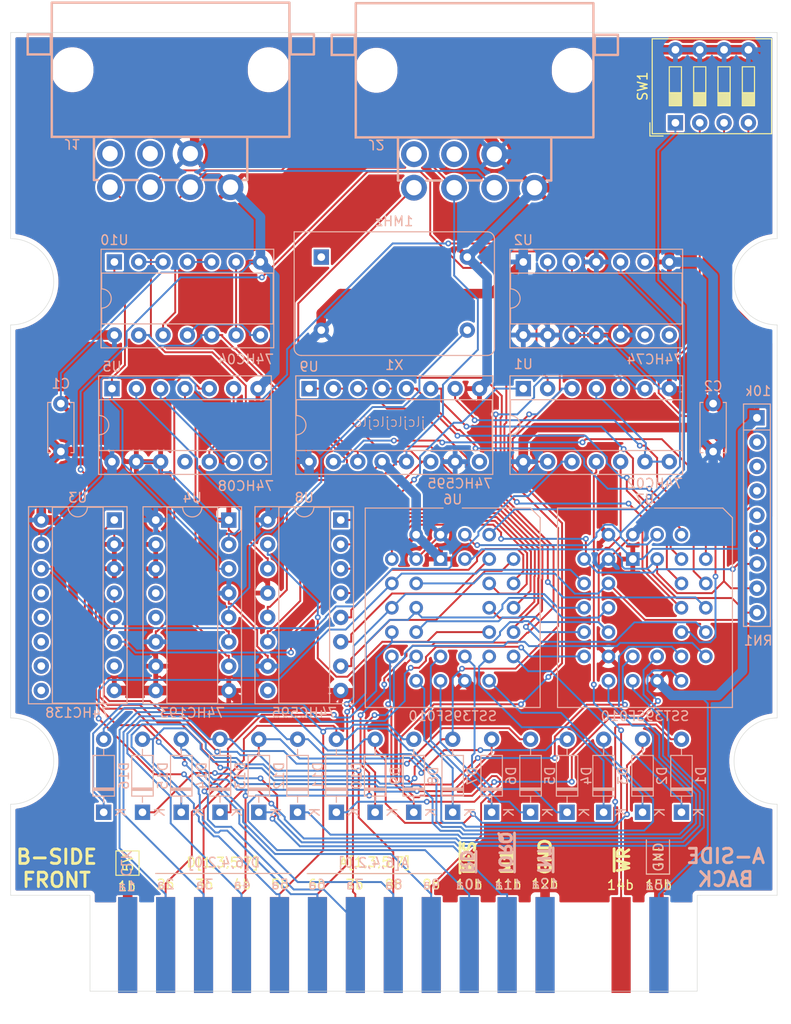
<source format=kicad_pcb>
(kicad_pcb (version 20240108) (generator "pcbnew") (generator_version "8.0")
  (layers (0 "F.Cu" signal) (31 "B.Cu" signal) (34 "B.Paste" user) (35 "F.Paste" user) (36 "B.SilkS" user "B.Silkscreen") (37 "F.SilkS" user "F.Silkscreen") (38 "B.Mask" user) (39 "F.Mask" user) (44 "Edge.Cuts" user))
  (net 0 "")
  (net 1 "Net-(D9-K)")
  (net 2 "GND")
  (net 3 "VCC")
  (net 4 "DIP3")
  (net 5 "DIP4")
  (net 8 "A7")
  (net 9 "D4")
  (net 10 "D5")
  (net 11 "~{RD}")
  (net 12 "A4")
  (net 13 "D6")
  (net 14 "A5")
  (net 15 "D2")
  (net 16 "D0")
  (net 17 "A0")
  (net 18 "D7")
  (net 19 "A6")
  (net 20 "D3")
  (net 21 "A3")
  (net 22 "~{IORQ}")
  (net 23 "A2")
  (net 24 "A1")
  (net 25 "D1")
  (net 26 "Net-(D1-K)")
  (net 27 "Net-(D2-K)")
  (net 28 "Net-(D3-K)")
  (net 29 "Net-(D4-K)")
  (net 30 "Net-(D5-K)")
  (net 31 "Net-(D6-K)")
  (net 32 "Net-(D7-K)")
  (net 33 "Net-(D8-K)")
  (net 34 "DIP2")
  (net 35 "DIP1")
  (net 37 "~{WR}")
  (net 39 "JS1B7")
  (net 40 "JS1B6")
  (net 41 "Net-(U3-~{Y1})")
  (net 42 "Net-(U3-~{Y0})")
  (net 43 "Net-(U1-Pad4)")
  (net 44 "Net-(U2A-C)")
  (net 45 "Net-(U3-E2)")
  (net 47 "KBIEN")
  (net 56 "Net-(D10-K)")
  (net 57 "Net-(D11-K)")
  (net 58 "Net-(D12-K)")
  (net 59 "Net-(D13-K)")
  (net 60 "Net-(D14-K)")
  (net 61 "Net-(D15-K)")
  (net 62 "Net-(D16-K)")
  (net 63 "JS1B2")
  (net 64 "JS1B0")
  (net 65 "JS1B5")
  (net 66 "JS1B3")
  (net 67 "JS1B1")
  (net 68 "JS1B4")
  (net 69 "JS2B2")
  (net 70 "JS2B5")
  (net 71 "JS2B7")
  (net 72 "JS2B4")
  (net 73 "JS2B6")
  (net 74 "JS2B0")
  (net 75 "JS2B1")
  (net 76 "JS2B3")
  (net 77 "CLK")
  (net 78 "Net-(J1-D1)")
  (net 79 "LATCH")
  (net 83 "Net-(J2-D1)")
  (net 89 "Net-(U6-OE)")
  (net 92 "CTRLCLK")
  (net 93 "500KHz")
  (net 94 "Net-(U4-QB)")
  (net 95 "Net-(U4-QC)")
  (net 97 "Net-(U4-QD)")
  (net 98 "Net-(U5-Pad3)")
  (net 102 "Net-(U4-UP)")
  (net 103 "Net-(U5-Pad10)")
  (net 104 "Net-(U10-Pad6)")
  (net 105 "Net-(U10-Pad2)")
  (net 106 "Net-(U10-Pad11)")
  (net 107 "Net-(U10-Pad4)")
  (footprint "Button_Switch_THT:SW_DIP_SPSTx04_Slide_9.78x12.34mm_W7.62mm_P2.54mm" (layer "F.Cu") (at 97.155 35.5175 90)
    (property "Reference" "SW1")
    (property "Value" "KEYMAPPING")
  )
  (footprint "Diode_THT:D_DO-35_SOD27_P7.62mm_Horizontal" (layer "B.Cu") (at 37.4904 107.442 90)
    (property "Reference" "D16")
    (property "Value" "1N4148")
  )
  (footprint "components:nes_controller_port" (layer "B.Cu") (at 44.475 37.235)
    (property "Reference" "J1")
    (property "Value" "~")
  )
  (footprint "Capacitor_THT:C_Disc_D5.0mm_W2.5mm_P5.00mm" (layer "B.Cu") (at 33.02 69.81 90)
    (property "Reference" "C1")
    (property "Value" ".1uF")
  )
  (footprint "Package_DIP:DIP-16_W7.62mm_Socket" (layer "B.Cu") (at 62.23 76.952 180)
    (property "Reference" "U8")
    (property "Value" "74HC595")
  )
  (footprint "Diode_THT:D_DO-35_SOD27_P7.62mm_Horizontal" (layer "B.Cu") (at 77.978 107.442 90)
    (property "Reference" "D6")
    (property "Value" "1N4148")
  )
  (footprint "components:nes_controller_port" (layer "B.Cu") (at 76.2 37.29)
    (property "Reference" "J2")
    (property "Value" "~")
  )
  (footprint "Package_DIP:DIP-14_W7.62mm_Socket" (layer "B.Cu") (at 38.608 50.038 -90)
    (property "Reference" "U10")
    (property "Value" "74HC04")
  )
  (footprint "Package_LCC:PLCC-32_THT-Socket" (layer "B.Cu") (at 92.71 81.026 180)
    (property "Reference" "U7")
    (property "Value" "SST39SF010")
  )
  (footprint "components:p2000t_cartridge_edge" (layer "B.Cu") (at 67.714 121.285)
    (property "Reference" "J3")
    (property "Value" "P2000T Port 2")
  )
  (footprint "Diode_THT:D_DO-35_SOD27_P7.62mm_Horizontal" (layer "B.Cu") (at 57.7257 107.442 90)
    (property "Reference" "D11")
    (property "Value" "1N4148")
  )
  (footprint "Resistor_THT:R_Array_SIP9" (layer "B.Cu") (at 105.664 66.294 -90)
    (property "Reference" "RN1")
    (property "Value" "10k")
  )
  (footprint "Diode_THT:D_DO-35_SOD27_P7.62mm_Horizontal" (layer "B.Cu") (at 69.85 107.442 90)
    (property "Reference" "D8")
    (property "Value" "1N4148")
  )
  (footprint "Package_DIP:DIP-14_W7.62mm_Socket" (layer "B.Cu") (at 81.28 63.246 -90)
    (property "Reference" "U1")
    (property "Value" "74HC02")
  )
  (footprint "Package_LCC:PLCC-32_THT-Socket" (layer "B.Cu") (at 72.644 81.026 180)
    (property "Reference" "U6")
    (property "Value" "SST39SF010")
  )
  (footprint "Diode_THT:D_DO-35_SOD27_P7.62mm_Horizontal" (layer "B.Cu") (at 61.7728 107.442 90)
    (property "Reference" "D10")
    (property "Value" "1N4148")
  )
  (footprint "Diode_THT:D_DO-35_SOD27_P7.62mm_Horizontal" (layer "B.Cu") (at 82.042 107.442 90)
    (property "Reference" "D5")
    (property "Value" "1N4148")
  )
  (footprint "Diode_THT:D_DO-35_SOD27_P7.62mm_Horizontal" (layer "B.Cu") (at 89.662 107.442 90)
    (property "Reference" "D3")
    (property "Value" "1N4148")
  )
  (footprint "Diode_THT:D_DO-35_SOD27_P7.62mm_Horizontal" (layer "B.Cu") (at 85.852 107.442 90)
    (property "Reference" "D4")
    (property "Value" "1N4148")
  )
  (footprint "Package_DIP:DIP-16_W7.62mm_Socket" (layer "B.Cu") (at 58.928 63.246 -90)
    (property "Reference" "U9")
    (property "Value" "74HC595")
  )
  (footprint "Package_DIP:DIP-16_W7.62mm_Socket" (layer "B.Cu") (at 50.546 76.962 180)
    (property "Reference" "U4")
    (property "Value" "74HC193")
  )
  (footprint "Diode_THT:D_DO-35_SOD27_P7.62mm_Horizontal" (layer "B.Cu") (at 49.6316 107.442 90)
    (property "Reference" "D13")
    (property "Value" "1N4148")
  )
  (footprint "Diode_THT:D_DO-35_SOD27_P7.62mm_Horizontal" (layer "B.Cu") (at 41.5375 107.442 90)
    (property "Reference" "D15")
    (property "Value" "1N4148")
  )
  (footprint "Package_DIP:DIP-14_W7.62mm_Socket" (layer "B.Cu") (at 81.28 50.038 -90)
    (property "Reference" "U2")
    (property "Value" "74HC74")
  )
  (footprint "Oscillator:Oscillator_DIP-14" (layer "B.Cu") (at 60.198 49.53)
    (property "Reference" "X1")
    (property "Value" "1MHz")
  )
  (footprint "Diode_THT:D_DO-35_SOD27_P7.62mm_Horizontal" (layer "B.Cu") (at 45.5845 107.442 90)
    (property "Reference" "D14")
    (property "Value" "1N4148")
  )
  (footprint "Diode_THT:D_DO-35_SOD27_P7.62mm_Horizontal" (layer "B.Cu") (at 97.79 107.442 90)
    (property "Reference" "D1")
    (property "Value" "1N4148")
  )
  (footprint "Diode_THT:D_DO-35_SOD27_P7.62mm_Horizontal" (layer "B.Cu") (at 53.6787 107.442 90)
    (property "Reference" "D12")
    (property "Value" "1N4148")
  )
  (footprint "Package_DIP:DIP-14_W7.62mm_Socket" (layer "B.Cu") (at 38.354 63.246 -90)
    (property "Reference" "U5")
    (property "Value" "74HC08")
  )
  (footprint "Diode_THT:D_DO-35_SOD27_P7.62mm_Horizontal" (layer "B.Cu") (at 73.914 107.442 90)
    (property "Reference" "D7")
    (property "Value" "1N4148")
  )
  (footprint "Package_DIP:DIP-16_W7.62mm_Socket" (layer "B.Cu") (at 38.598 76.952 180)
    (property "Reference" "U3")
    (property "Value" "74HC138")
  )
  (footprint "Capacitor_THT:C_Disc_D5.0mm_W2.5mm_P5.00mm" (layer "B.Cu") (at 101.092 69.81 90)
    (property "Reference" "C2")
    (property "Value" ".1uF")
  )
  (footprint "Diode_THT:D_DO-35_SOD27_P7.62mm_Horizontal" (layer "B.Cu") (at 65.8199 107.442 90)
    (property "Reference" "D9")
    (property "Value" "1N4148")
  )
  (footprint "Diode_THT:D_DO-35_SOD27_P7.62mm_Horizontal" (layer "B.Cu") (at 93.726 107.442 90)
    (property "Reference" "D2")
    (property "Value" "1N4148")
  )
  (gr_line (start 96.539665 113.891314) (end 94.126665 113.891314) (stroke (width 0.12)) (layer "B.SilkS"))
  (gr_line (start 72.831065 113.834514) (end 58.731765 113.834514) (stroke (width 0.12)) (layer "B.SilkS"))
  (gr_line (start 94.126665 113.891314) (end 94.126665 110.335314) (stroke (width 0.12)) (layer "B.SilkS"))
  (gr_line (start 57.017265 113.821814) (end 42.920265 113.821814) (stroke (width 0.12)) (layer "B.SilkS"))
  (gr_line (start 96.539665 110.335314) (end 96.539665 113.891314) (stroke (width 0.12)) (layer "B.SilkS"))
  (gr_line (start 38.767365 114.012314) (end 41.180365 114.012314) (stroke (width 0.12)) (layer "F.SilkS"))
  (gr_line (start 42.920265 113.821814) (end 57.017265 113.821814) (stroke (width 0.12)) (layer "F.SilkS"))
  (gr_line (start 41.180365 114.012314) (end 41.180365 111.472314) (stroke (width 0.12)) (layer "F.SilkS"))
  (gr_line (start 94.126665 110.329314) (end 94.126665 113.885314) (stroke (width 0.12)) (layer "F.SilkS"))
  (gr_line (start 96.539665 113.885314) (end 96.539665 110.329314) (stroke (width 0.12)) (layer "F.SilkS"))
  (gr_line (start 58.731765 113.834514) (end 72.831065 113.834514) (stroke (width 0.12)) (layer "F.SilkS"))
  (gr_line (start 41.180365 111.472314) (end 38.767365 111.472314) (stroke (width 0.12)) (layer "F.SilkS"))
  (gr_line (start 38.767365 111.472314) (end 38.767365 114.012314) (stroke (width 0.12)) (layer "F.SilkS"))
  (gr_line (start 94.126665 113.885314) (end 96.539665 113.885314) (stroke (width 0.12)) (layer "F.SilkS"))
  (gr_line (start 107.776565 97.602714) (end 107.776565 82.414714) (stroke (width 0.05)) (layer "Edge.Cuts"))
  (gr_line (start 36.064565 116.102714) (end 35.776565 116.102714) (stroke (width 0.05)) (layer "Edge.Cuts"))
  (gr_line (start 107.776565 26.102714) (end 107.776565 47.602714) (stroke (width 0.05)) (layer "Edge.Cuts"))
  (gr_line (start 99.437565 116.102714) (end 99.776565 116.102714) (stroke (width 0.05)) (layer "Edge.Cuts"))
  (gr_line (start 107.776565 56.702714) (end 107.776565 59.802714) (stroke (width 0.05)) (layer "Edge.Cuts"))
  (gr_line (start 107.776565 116.102714) (end 107.776565 109.102714) (stroke (width 0.05)) (layer "Edge.Cuts"))
  (gr_line (start 36.064565 126.102714) (end 36.064565 116.102714) (stroke (width 0.05)) (layer "Edge.Cuts"))
  (gr_line (start 27.776565 91.102714) (end 27.776565 56.602714) (stroke (width 0.05)) (layer "Edge.Cuts"))
  (gr_line (start 27.776565 91.102714) (end 27.776565 95.602714) (stroke (width 0.05)) (layer "Edge.Cuts"))
  (gr_line (start 27.776565 96.102714) (end 27.776565 95.602714) (stroke (width 0.05)) (layer "Edge.Cuts"))
  (gr_line (start 35.776565 116.102714) (end 27.776565 116.102714) (stroke (width 0.05)) (layer "Edge.Cuts"))
  (gr_arc (start 27.776565 97.602714) (mid 32.276565 102.102714) (end 27.776565 106.602714) (stroke (width 0.05)) (layer "Edge.Cuts"))
  (gr_line (start 107.776565 109.102714) (end 107.776565 106.602714) (stroke (width 0.05)) (layer "Edge.Cuts"))
  (gr_line (start 27.776565 116.102714) (end 27.776565 109.102714) (stroke (width 0.05)) (layer "Edge.Cuts"))
  (gr_arc (start 107.776565 106.602714) (mid 103.276565 102.102714) (end 107.776565 97.602714) (stroke (width 0.05)) (layer "Edge.Cuts"))
  (gr_line (start 99.776565 116.102714) (end 107.776565 116.102714) (stroke (width 0.05)) (layer "Edge.Cuts"))
  (gr_line (start 107.776565 56.702714) (end 107.776565 56.602714) (stroke (width 0.05)) (layer "Edge.Cuts"))
  (gr_line (start 107.776566 65.402715) (end 107.776565 59.802714) (stroke (width 0.05)) (layer "Edge.Cuts"))
  (gr_line (start 107.776565 82.414714) (end 107.776566 76.802714) (stroke (width 0.05)) (layer "Edge.Cuts"))
  (gr_arc (start 27.776565 47.602714) (mid 32.276565 52.102714) (end 27.776565 56.602714) (stroke (width 0.05)) (layer "Edge.Cuts"))
  (gr_line (start 27.776565 97.602714) (end 27.776565 96.102714) (stroke (width 0.05)) (layer "Edge.Cuts"))
  (gr_line (start 27.776565 45.602714) (end 27.776565 41.102714) (stroke (width 0.05)) (layer "Edge.Cuts"))
  (gr_line (start 27.776565 109.102714) (end 27.776565 106.602714) (stroke (width 0.05)) (layer "Edge.Cuts"))
  (gr_line (start 107.776565 26.102714) (end 67.776565 26.102714) (stroke (width 0.05)) (layer "Edge.Cuts"))
  (gr_line (start 107.776566 65.402715) (end 107.776566 76.802714) (stroke (width 0.05)) (layer "Edge.Cuts"))
  (gr_arc (start 107.776565 56.602714) (mid 103.276565 52.102714) (end 107.776565 47.602714) (stroke (width 0.05)) (layer "Edge.Cuts"))
  (gr_line (start 99.437565 126.102714) (end 99.437565 116.102714) (stroke (width 0.05)) (layer "Edge.Cuts"))
  (gr_line (start 67.776565 26.102714) (end 27.776565 26.102714) (stroke (width 0.05)) (layer "Edge.Cuts"))
  (gr_line (start 27.776565 26.102714) (end 27.776565 41.102714) (stroke (width 0.05)) (layer "Edge.Cuts"))
  (gr_line (start 99.437565 126.102714) (end 36.064565 126.102714) (stroke (width 0.05)) (layer "Edge.Cuts"))
  (gr_line (start 27.776565 47.602714) (end 27.776565 45.602714) (stroke (width 0.05)) (layer "Edge.Cuts"))
  (gr_text "A-SIDE\nBACK" (at 102.396665 113.224914 0) (layer "B.SilkS") (effects (font (size 1.5 1.5) (thickness 0.3)) (justify mirror)))
  (gr_text "4a" (at 51.937265 114.964814 0) (layer "B.SilkS") (effects (font (size 1 1)) (justify mirror)))
  (gr_text "3a" (at 48.000265 114.964814 0) (layer "B.SilkS") (effects (font (size 1 1)) (justify mirror)))
  (gr_text "10a" (at 75.622765 114.977514 0) (layer "B.SilkS") (effects (font (size 1 1)) (justify mirror)))
  (gr_text "7a" (at 63.684765 114.977514 0) (layer "B.SilkS") (effects (font (size 1 1)) (justify mirror)))
  (gr_text "D[6,4,2,0]" (at 50.032265 112.678814 0) (layer "B.SilkS") (effects (font (size 1 1)) (justify mirror)))
  (gr_text "5a" (at 55.874265 114.964814 0) (layer "B.SilkS") (effects (font (size 1 1)) (justify mirror)))
  (gr_text "15a" (at 95.396665 115.028314 0) (layer "B.SilkS") (effects (font (size 1 1)) (justify mirror)))
  (gr_text "CLK" (at 39.800365 112.762314 -90) (layer "B.SilkS") (effects (font (size 1 1)) (justify mirror)))
  (gr_text "11a" (at 79.686765 114.977514 0) (layer "B.SilkS") (effects (font (size 1 1)) (justify mirror)))
  (gr_text "jlcjlcjlcjlc" (at 71.12 67.31 0) (layer "B.SilkS") (effects (font (size 1 1) (thickness 0.1)) (justify left bottom mirror)))
  (gr_text "8a" (at 67.748765 114.977514 0) (layer "B.SilkS") (effects (font (size 1 1)) (justify mirror)))
  (gr_text "GND" (at 95.396665 112.113314 90) (layer "B.SilkS") (effects (font (size 1 1)) (justify mirror)))
  (gr_text "A[6,4,2,0]" (at 65.642865 112.704214 0) (layer "B.SilkS") (effects (font (size 1 1)) (justify mirror)))
  (gr_text "6a" (at 59.747765 114.977514 0) (layer "B.SilkS") (effects (font (size 1 1)) (justify mirror)))
  (gr_text "~{RD}" (at 75.345665 112.580271 -90) (layer "B.SilkS") (effects (font (size 1.2 1.2) (thickness 0.3)) (justify mirror)))
  (gr_text "12a" (at 83.522165 114.901314 0) (layer "B.SilkS") (effects (font (size 1 1)) (justify mirror)))
  (gr_text "2a" (at 43.936265 114.964814 0) (layer "B.SilkS") (effects (font (size 1 1)) (justify mirror)))
  (gr_text "1a" (at 39.897365 115.155314 0) (layer "B.SilkS") (effects (font (size 1 1)) (justify mirror)))
  (gr_text "~{IORQ}" (at 79.370415 111.637414 -90) (layer "B.SilkS") (effects (font (size 1.2 1.2) (thickness 0.3)) (justify mirror)))
  (gr_text "~{INT}" (at 83.395165 112.408842 -90) (layer "B.SilkS") (effects (font (size 1.2 1.2) (thickness 0.3)) (justify mirror)))
  (gr_text "9a" (at 71.685765 114.977514 0) (layer "B.SilkS") (effects (font (size 1 1)) (justify mirror)))
  (gr_text "~{WR}" (at 91.754065 112.412114 90) (layer "F.SilkS") (effects (font (size 1.2 1.2) (thickness 0.3))))
  (gr_text "D[1,3,5,7]" (at 49.905265 112.678814 0) (layer "F.SilkS") (effects (font (size 1 1))))
  (gr_text "15b" (at 95.396665 115.028314 0) (layer "F.SilkS") (effects (font (size 1 1))))
  (gr_text "9b" (at 71.685765 114.977514 0) (layer "F.SilkS") (effects (font (size 1 1))))
  (gr_text "11b" (at 79.686765 114.977514 0) (layer "F.SilkS") (effects (font (size 1 1))))
  (gr_text "4b" (at 51.937265 114.964814 0) (layer "F.SilkS") (effects (font (size 1 1))))
  (gr_text "A[1,3,5,7]" (at 65.805665 112.640714 0) (layer "F.SilkS") (effects (font (size 1 1))))
  (gr_text "~{RES}" (at 75.673565 112.1835 90) (layer "F.SilkS") (effects (font (size 1.2 1.2) (thickness 0.3))))
  (gr_text "5V" (at 40.037365 112.742314 90) (layer "F.SilkS") (effects (font (size 1 1))))
  (gr_text "GND" (at 95.396665 112.107314 90) (layer "F.SilkS") (effects (font (size 1 1))))
  (gr_text "14b" (at 91.421565 115.028314 0) (layer "F.SilkS") (effects (font (size 1 1))))
  (gr_text "6b" (at 59.747765 114.977514 0) (layer "F.SilkS") (effects (font (size 1 1))))
  (gr_text "12b" (at 83.522165 114.901314 0) (layer "F.SilkS") (effects (font (size 1 1))))
  (gr_text "GND" (at 83.560265 112.069214 90) (layer "F.SilkS") (effects (font (size 1.2 1.2) (thickness 0.3))))
  (gr_text "1b" (at 39.910365 115.155314 0) (layer "F.SilkS") (effects (font (size 1 1))))
  (gr_text "B-SIDE\nFRONT" (at 32.572065 113.301114 0) (layer "F.SilkS") (effects (font (size 1.5 1.5) (thickness 0.3))))
  (gr_text "3b" (at 48.000265 114.964814 0) (layer "F.SilkS") (effects (font (size 1 1))))
  (gr_text "8b" (at 67.748765 114.977514 0) (layer "F.SilkS") (effects (font (size 1 1))))
  (gr_text "M1" (at 79.616915 112.640642 90) (layer "F.SilkS") (effects (font (size 1.2 1.2) (thickness 0.3))))
  (gr_text "10b" (at 75.622765 114.977514 0) (layer "F.SilkS") (effects (font (size 1 1))))
  (gr_text "7b" (at 63.684765 114.977514 0) (layer "F.SilkS") (effects (font (size 1 1))))
  (gr_text "2b" (at 43.936265 114.964814 0) (layer "F.SilkS") (effects (font (size 1 1))))
  (gr_text "5b" (at 55.874265 114.964814 0) (layer "F.SilkS") (effects (font (size 1 1))))
  (segment (start 65.8199 107.442) (end 65.8199 103.2798) (width 0.2) (layer "F.Cu") (net 1))
  (segment (start 65.8199 103.2798) (end 64.7081 102.168) (width 0.2) (layer "F.Cu") (net 1))
  (segment (start 64.7081 102.168) (end 64.7081 98.3545) (width 0.2) (layer "F.Cu") (net 1))
  (segment (start 64.7081 98.3545) (end 65.7581 97.3045) (width 0.2) (layer "F.Cu") (net 1))
  (via (at 65.7581 97.3045) (size 0.6) (drill 0.3) (layers "F.Cu" "B.Cu") (net 1))
  (segment (start 79.6789 89.6574) (end 81.4271 89.6574) (width 0.2) (layer "B.Cu") (net 1))
  (segment (start 65.7581 97.3045) (end 66.8735 97.3045) (width 0.2) (layer "B.Cu") (net 1))
  (segment (start 69.72 90.0837) (end 79.2526 90.0837) (width 0.2) (layer "B.Cu") (net 1))
  (segment (start 66.8735 97.3045) (end 67.7753 96.4027) (width 0.2) (layer "B.Cu") (net 1))
  (segment (start 68.9358 90.8679) (end 69.72 90.0837) (width 0.2) (layer "B.Cu") (net 1))
  (segment (start 67.7753 92.405) (end 68.9358 91.2445) (width 0.2) (layer "B.Cu") (net 1))
  (segment (start 91.383 89.7728) (end 98.9168 89.7728) (width 0.2) (layer "B.Cu") (net 1))
  (segment (start 81.4271 89.6574) (end 81.8774 90.1077) (width 0.2) (layer "B.Cu") (net 1))
  (segment (start 67.7753 96.4027) (end 67.7753 92.405) (width 0.2) (layer "B.Cu") (net 1))
  (segment (start 91.0481 90.1077) (end 91.383 89.7728) (width 0.2) (layer "B.Cu") (net 1))
  (segment (start 81.8774 90.1077) (end 91.0481 90.1077) (width 0.2) (layer "B.Cu") (net 1))
  (segment (start 79.2526 90.0837) (end 79.6789 89.6574) (width 0.2) (layer "B.Cu") (net 1))
  (segment (start 68.9358 91.2445) (end 68.9358 90.8679) (width 0.2) (layer "B.Cu") (net 1))
  (segment (start 98.9168 89.7728) (end 100.33 91.186) (width 0.2) (layer "B.Cu") (net 1))
  (segment (start 39.7939 70.7285) (end 33.8754 64.81) (width 0.2) (layer "F.Cu") (net 2))
  (segment (start 100.33 110.49) (end 97.79 110.49) (width 1) (layer "F.Cu") (net 2))
  (segment (start 76.5952 95.1372) (end 82.55 95.1372) (width 1) (layer "F.Cu") (net 2))
  (segment (start 104.18 64.81) (end 101.092 64.81) (width 1) (layer "F.Cu") (net 2))
  (segment (start 50.546 76.962) (end 50.546 78.0621) (width 0.2) (layer "F.Cu") (net 2))
  (segment (start 38.598 82.032) (end 39.6981 82.032) (width 0.2) (layer "F.Cu") (net 2))
  (segment (start 42.926 94.742) (end 38.608 94.742) (width 1) (layer "F.Cu") (net 2))
  (segment (start 60.1138 70.41) (end 54.0499 64.3461) (width 0.2) (layer "F.Cu") (net 2))
  (segment (start 105.664 66.294) (end 104.18 64.81) (width 1) (layer "F.Cu") (net 2))
  (segment (start 82.45 42.29) (end 94.36 42.29) (width 1) (layer "F.Cu") (net 2))
  (segment (start 50.546 94.742) (end 44.8238 94.742) (width 1) (layer "F.Cu") (net 2))
  (segment (start 38.608 94.742) (end 38.598 94.732) (width 1) (layer "F.Cu") (net 2))
  (segment (start 53.594 63.246) (end 53.594 64.3461) (width 0.2) (layer "F.Cu") (net 2))
  (segment (start 98.9472 95.1372) (end 101.6 97.79) (width 1) (layer "F.Cu") (net 2))
  (segment (start 42.1169 83.1421) (end 41.8207 83.4383) (width 0.2) (layer "F.Cu") (net 2))
  (segment (start 103.886 66.294) (end 105.664 66.294) (width 1) (layer "F.Cu") (net 2))
  (segment (start 97.79 110.49) (end 95.434 112.846) (width 1) (layer "F.Cu") (net 2))
  (segment (start 66.548 70.866) (end 65.0377 72.3763) (width 0.2) (layer "F.Cu") (net 2))
  (segment (start 101.092 64.81) (end 98.084 64.81) (width 1) (layer "F.Cu") (net 2))
  (segment (start 83.554 121.285) (end 83.554 96.1412) (width 1) (layer "F.Cu") (net 2))
  (segment (start 68.7556 92.2502) (end 69.8198 91.186) (width 0.2) (layer "F.Cu") (net 2))
  (segment (start 42.926 79.502) (end 42.926 82.042) (width 0.2) (layer "F.Cu") (net 2))
  (segment (start 68.7556 95.1372) (end 62.6352 95.1372) (width 1) (layer "F.Cu") (net 2))
  (segment (start 83.554 96.1412) (end 82.55 95.1372) (width 1) (layer "F.Cu") (net 2))
  (segment (start 60.1138 71.1118) (end 60.1138 70.41) (width 0.2) (layer "F.Cu") (net 2))
  (segment (start 41.8207 83.4383) (end 41.8207 90.2246) (width 0.2) (layer "F.Cu") (net 2))
  (segment (start 65.0377 72.3763) (end 61.3783 72.3763) (width 0.2) (layer "F.Cu") (net 2))
  (segment (start 52.036 96.232) (end 50.546 94.742) (width 1) (layer "F.Cu") (net 2))
  (segment (start 54.61 84.572) (end 54.61 83.4719) (width 0.2) (layer "F.Cu") (net 2))
  (segment (start 41.8207 83.4383) (end 41.1044 83.4383) (width 0.2) (layer "F.Cu") (net 2))
  (segment (start 44.8238 94.742) (end 43.3839 93.3021) (width 0.2) (layer "F.Cu") (net 2))
  (segment (start 53.1702 80.5636) (end 53.1702 82.2601) (width 0.2) (layer "F.Cu") (net 2))
  (segment (start 50.6687 78.0621) (end 53.1702 80.5636) (width 0.2) (layer "F.Cu") (net 2))
  (segment (start 42.698 91.1019) (end 42.926 91.1019) (width 0.2) (layer "F.Cu") (net 2))
  (segment (start 41.8207 90.2246) (end 42.698 91.1019) (width 0.2) (layer "F.Cu") (net 2))
  (segment (start 61.3783 72.3763) (end 60.1138 71.1118) (width 0.2) (layer "F.Cu") (net 2))
  (segment (start 42.926 92.202) (end 42.926 91.1019) (width 0.2) (layer "F.Cu") (net 2))
  (segment (start 91.44 95.1372) (end 93.8388 95.1372) (width 1) (layer "F.Cu") (net 2))
  (segment (start 53.1702 82.2601) (end 54.382 83.4719) (width 0.2) (layer "F.Cu") (net 2))
  (segment (start 101.6 97.79) (end 101.6 109.22) (width 1) (layer "F.Cu") (net 2))
  (segment (start 40.344 70.866) (end 39.7939 70.866) (width 0.2) (layer "F.Cu") (net 2))
  (segment (start 42.926 83.1421) (end 42.1169 83.1421) (width 0.2) (layer "F.Cu") (net 2))
  (segment (start 68.7556 95.1372) (end 68.7556 92.2502) (width 0.2) (layer "F.Cu") (net 2))
  (segment (start 82.55 95.1372) (end 91.44 95.1372) (width 1) (layer "F.Cu") (net 2))
  (segment (start 50.546 78.0621) (end 50.6687 78.0621) (width 0.2) (layer "F.Cu") (net 2))
  (segment (start 40.344 77.2628) (end 39.2149 78.3919) (width 0.2) (layer "F.Cu") (net 2))
  (segment (start 54.382 83.4719) (end 54.61 83.4719) (width 0.2) (layer "F.Cu") (net 2))
  (segment (start 33.8754 64.81) (end 33.02 64.81) (width 0.2) (layer "F.Cu") (net 2))
  (segment (start 69.8198 91.186) (end 70.104 91.186) (width 0.2) (layer "F.Cu") (net 2))
  (segment (start 38.598 82.032) (end 38.598 79.492) (width 0.2) (layer "F.Cu") (net 2))
  (segment (start 94.36 42.29) (end 96.52 44.45) (width 1) (layer "F.Cu") (net 2))
  (segment (start 40.344 70.866) (end 40.344 77.2628) (width 0.2) (layer "F.Cu") (net 2))
  (segment (start 54.0499 64.3461) (end 53.594 64.3461) (width 0.2) (layer "F.Cu") (net 2))
  (segment (start 42.926 82.042) (end 42.926 83.1421) (width 0.2) (layer "F.Cu") (net 2))
  (segment (start 95.434 112.846) (end 95.434 121.285) (width 1) (layer "F.Cu") (net 2))
  (segment (start 38.598 79.492) (end 38.598 78.3919) (width 0.2) (layer "F.Cu") (net 2))
  (segment (start 91.44 92.456) (end 90.17 91.186) (width 0.2) (layer "F.Cu") (net 2))
  (segment (start 91.44 95.1372) (end 91.44 92.456) (width 0.2) (layer "F.Cu") (net 2))
  (segment (start 42.926 92.202) (end 42.926 93.3021) (width 0.2) (layer "F.Cu") (net 2))
  (segment (start 98.084 64.81) (end 96.52 63.246) (width 1) (layer "F.Cu") (net 2))
  (segment (start 43.3839 93.3021) (end 42.926 93.3021) (width 0.2) (layer "F.Cu") (net 2))
  (segment (start 41.1044 83.4383) (end 39.6981 82.032) (width 0.2) (layer "F.Cu") (net 2))
  (segment (start 44.8238 94.742) (end 42.926 94.742) (width 1) (layer "F.Cu") (net 2))
  (segment (start 102.87 67.31) (end 103.886 66.294) (width 1) (layer "F.Cu") (net 2))
  (segment (start 62.23 94.732) (end 60.73 96.232) (width 1) (layer "F.Cu") (net 2))
  (segment (start 39.2149 78.3919) (end 38.598 78.3919) (width 0.2) (layer "F.Cu") (net 2))
  (segment (start 75.184 93.726) (end 76.5952 95.1372) (width 1) (layer "F.Cu") (net 2))
  (segment (start 40.894 70.866) (end 40.344 70.866) (width 0.2) (layer "F.Cu") (net 2))
  (segment (start 60.73 96.232) (end 52.036 96.232) (width 1) (layer "F.Cu") (net 2))
  (segment (start 96.6612 95.1372) (end 98.9472 95.1372) (width 1) (layer "F.Cu") (net 2))
  (segment (start 76.5952 95.1372) (end 68.7556 95.1372) (width 1) (layer "F.Cu") (net 2))
  (segment (start 101.6 109.22) (end 100.33 110.49) (width 1) (layer "F.Cu") (net 2))
  (segment (start 62.6352 95.1372) (end 62.23 94.732) (width 1) (layer "F.Cu") (net 2))
  (segment (start 93.8388 95.1372) (end 95.25 93.726) (width 1) (layer "F.Cu") (net 2))
  (segment (start 39.7939 70.866) (end 39.7939 70.7285) (width 0.2) (layer "F.Cu") (net 2))
  (segment (start 95.25 93.726) (end 96.6612 95.1372) (width 1) (layer "F.Cu") (net 2))
  (segment (start 96.52 44.45) (end 96.52 50.038) (width 1) (layer "F.Cu") (net 2))
  (segment (start 55.348 51.538) (end 55.348 61.492) (width 1) (layer "B.Cu") (net 2))
  (segment (start 76.708 63.246) (end 77.508 62.446) (width 1) (layer "B.Cu") (net 2))
  (segment (start 95.4199 63.246) (end 95.4199 63.1084) (width 0.2) (layer "B.Cu") (net 2))
  (segment (start 70.104 74.422) (end 66.548 70.866) (width 1) (layer "B.Cu") (net 2))
  (segment (start 86.36 57.658) (end 88.9 57.658) (width 0.2) (layer "B.Cu") (net 2))
  (segment (start 33.02 64.81) (end 33.02 61.6348) (width 0.2) (layer "B.Cu") (net 2))
  (segment (start 104.164 92.686) (end 101.6 95.25) (width 1) (layer "B.Cu") (net 2))
  (segment (start 96.774 95.25) (end 95.25 93.726) (width 1) (layer "B.Cu") (net 2))
  (segment (start 77.508 51.6) (end 75.438 49.53) (width 1) (layer "B.Cu") (net 2))
  (segment (start 50.546 76.962) (end 49.4459 76.962) (width 0.2) (layer "B.Cu") (net 2))
  (segment (start 40.894 70.866) (end 43.434 70.866) (width 0.2) (layer "B.Cu") (net 2))
  (segment (start 53.848 50.038) (end 52.7479 50.038) (width 0.2) (layer "B.Cu") (net 2))
  (segment (start 43.5146 51.1402) (end 51.8736 51.1402) (width 0.2) (layer "B.Cu") (net 2))
  (segment (start 96.52 50.038) (end 99.568 50.038) (width 1) (layer "B.Cu") (net 2))
  (segment (start 100.5372 96.0951) (end 100.5372 110.8817) (width 0.2) (layer "B.Cu") (net 2))
  (segment (start 95.4199 63.1084) (end 94.4574 62.1459) (width 0.2) (layer "B.Cu") (net 2))
  (segment (start 101.6 95.25) (end 99.6921 95.25) (width 1) (layer "B.Cu") (net 2))
  (segment (start 88.9 57.658) (end 90.0001 57.658) (width 0.2) (layer "B.Cu") (net 2))
  (segment (start 53.848 45.358) (end 50.725 42.235) (width 1) (layer "B.Cu") (net 2))
  (segment (start 94.7864 79.9609) (end 93.7213 81.026) (width 0.2) (layer "B.Cu") (net 2))
  (segment (start 43.434 70.866) (end 43.434 71.9661) (width 0.2) (layer "B.Cu") (net 2))
  (segment (start 53.848 50.038) (end 55.348 51.538) (width 1) (layer "B.Cu") (net 2))
  (segment (start 92.71 81.026) (end 90.17 78.486) (width 0.2) (layer "B.Cu") (net 2))
  (segment (start 44.45 71.9661) (end 43.434 71.9661) (width 0.2) (layer "B.Cu") (net 2))
  (segment (start 96.52 63.246) (end 95.4199 63.246) (width 0.2) (layer "B.Cu") (net 2))
  (segment (start 72.644 81.026) (end 70.104 78.486) (width 1) (layer "B.Cu") (net 2))
  (segment (start 95.434 121.285) (end 95.434 115.9849) (width 0.2) (layer "B.Cu") (net 2))
  (segment (start 75.438 49.53) (end 82.45 42.518) (width 1) (layer "B.Cu") (net 2))
  (segment (start 99.6921 95.25) (end 100.5372 96.0951) (width 0.2) (layer "B.Cu") (net 2))
  (segment (start 99.568 50.038) (end 101.092 51.562) (width 1) (layer "B.Cu") (net 2))
  (segment (start 92.71 81.026) (end 93.7213 81.026) (width 0.2) (layer "B.Cu") (net 2))
  (segment (start 82.45 42.518) (end 82.45 42.29) (width 1) (layer "B.Cu") (net 2))
  (segment (start 94.3511 62.1459) (end 90.0001 57.7949) (width 0.2) (layer "B.Cu") (net 2))
  (segment (start 33.02 61.6348) (end 43.5146 51.1402) (width 0.2) (layer "B.Cu") (net 2))
  (segment (start 104.164 67.794) (end 104.164 79.9609) (width 1) (layer "B.Cu") (net 2))
  (segment (start 70.104 78.486) (end 70.104 74.422) (width 1) (layer "B.Cu") (net 2))
  (segment (start 104.164 79.9609) (end 94.7864 79.9609) (width 0.2) (layer "B.Cu") (net 2))
  (segment (start 55.348 61.492) (end 53.594 63.246) (width 1) (layer "B.Cu") (net 2))
  (segment (start 99.6921 95.25) (end 96.774 95.25) (width 1) (layer "B.Cu") (net 2))
  (segment (start 100.5372 110.8817) (end 95.434 115.9849) (width 0.2) (layer "B.Cu") (net 2))
  (segment (start 53.848 50.038) (end 53.848 45.358) (width 1) (layer "B.Cu") (net 2))
  (segment (start 52.7479 50.2659) (end 52.7479 50.038) (width 0.2) (layer "B.Cu") (net 2))
  (segment (start 101.092 51.562) (end 101.092 64.81) (width 1) (layer "B.Cu") (net 2))
  (segment (start 90.0001 57.7949) (end 90.0001 57.658) (width 0.2) (layer "B.Cu") (net 2))
  (segment (start 104.164 79.9609) (end 104.164 92.686) (width 1) (layer "B.Cu") (net 2))
  (segment (start 49.4459 76.962) (end 44.45 71.9661) (width 0.2) (layer "B.Cu") (net 2))
  (segment (start 105.664 66.294) (end 104.164 67.794) (width 1) (layer "B.Cu") (net 2))
  (segment (start 51.8736 51.1402) (end 52.7479 50.2659) (width 0.2) (layer "B.Cu") (net 2))
  (segment (start 77.508 62.446) (end 77.508 51.6) (width 1) (layer "B.Cu") (net 2))
  (segment (start 94.4574 62.1459) (end 94.3511 62.1459) (width 0.2) (layer "B.Cu") (net 2))
  (segment (start 35.052 57.658) (end 35.052 36.068) (width 1) (layer "F.Cu") (net 3))
  (segment (start 94.0225 27.8975) (end 97.155 27.8975) (width 1) (layer "F.Cu") (net 3))
  (segment (start 81.28 70.866) (end 81.28 68.58) (width 1) (layer "F.Cu") (net 3))
  (segment (start 45.72 35.56) (end 46.99 36.83) (width 1) (layer "F.Cu") (net 3))
  (segment (start 78.257 37.617) (end 78.257 38.79) (width 1) (layer "F.Cu") (net 3))
  (segment (start 35.052 57.658) (end 38.608 57.658) (width 1) (layer "F.Cu") (net 3))
  (segment (start 44.0313 78.9395) (end 43.1539 78.0621) (width 0.2) (layer "F.Cu") (net 3))
  (segment (start 50.546 84.582) (end 50.546 85.6821) (width 0.2) (layer "F.Cu") (net 3))
  (segment (start 60.198 55.372) (end 60.198 57.15) (width 1) (layer "F.Cu") (net 3))
  (segment (start 39.994 121.285) (end 39.994 113.654) (width 1) (layer "F.Cu") (net 3))
  (segment (start 54.61 91.0919) (end 54.4724 91.0919) (width 0.2) (layer "F.Cu") (net 3))
  (segment (start 54.4724 91.0919) (end 53.5099 90.1294) (width 0.2) (layer "F.Cu") (net 3))
  (segment (start 46.99 38.277) (end 46.532 38.735) (width 1) (layer "F.Cu") (net 3))
  (segment (start 99.695 27.8975) (end 102.235 27.8975) (width 1) (layer "F.Cu") (net 3))
  (segment (start 31.52 61.19) (end 35.052 57.658) (width 1) (layer "F.Cu") (net 3))
  (segment (start 76.2 35.56) (end 78.257 37.617) (width 1) (layer "F.Cu") (net 3))
  (segment (start 42.926 89.662) (end 42.926 88.5619) (width 0.2) (layer "F.Cu") (net 3))
  (segment (start 54.61 92.192) (end 54.61 91.0919) (width 0.2) (layer "F.Cu") (net 3))
  (segment (start 46.99 36.83) (end 46.99 38.277) (width 1) (layer "F.Cu") (net 3))
  (segment (start 82.55 67.31) (end 98.592 67.31) (width 1) (layer "F.Cu") (net 3))
  (segment (start 35.306 110.998) (end 34.29 109.982) (width 1) (layer "F.Cu") (net 3))
  (segment (start 37.298 69.81) (end 38.354 70.866) (width 1) (layer "F.Cu") (net 3))
  (segment (start 34.29 109.982) (end 34.29 78.74) (width 1) (layer "F.Cu") (net 3))
  (segment (start 34.29 78.74) (end 32.502 76.952) (width 1) (layer "F.Cu") (net 3))
  (segment (start 30.978 76.952) (end 30.978 71.852) (width 1) (layer "F.Cu") (net 3))
  (segment (start 32.502 76.952) (end 30.978 76.952) (width 1) (layer "F.Cu") (net 3))
  (segment (start 39.994 113.654) (end 37.338 110.998) (width 1) (layer "F.Cu") (net 3))
  (segment (start 35.56 35.56) (end 45.72 35.56) (width 1) (layer "F.Cu") (net 3))
  (segment (start 37.338 110.998) (end 35.306 110.998) (width 1) (layer "F.Cu") (net 3))
  (segment (start 43.0635 88.5619) (end 44.0313 87.5941) (width 0.2) (layer "F.Cu") (net 3))
  (segment (start 72.644 78.486) (end 70.104 81.026) (width 0.2) (layer "F.Cu") (net 3))
  (segment (start 53.5099 88.4181) (end 50.7739 85.6821) (width 0.2) (layer "F.Cu") (net 3))
  (segment (start 92.71 78.486) (end 90.17 81.026) (width 0.2) (layer "F.Cu") (net 3))
  (segment (start 31.52 68.31) (end 31.52 61.19) (width 1) (layer "F.Cu") (net 3))
  (segment (start 81.28 68.58) (end 82.55 67.31) (width 1) (layer "F.Cu") (net 3))
  (segment (start 53.5099 90.1294) (end 53.5099 88.4181) (width 0.2) (layer "F.Cu") (net 3))
  (segment (start 42.926 76.962) (end 42.926 78.0621) (width 0.2) (layer "F.Cu") (net 3))
  (segment (start 45.72 35.56) (end 76.2 35.56) (width 1) (layer "F.Cu") (net 3))
  (segment (start 62.23 53.34) (end 60.198 55.372) (width 1) (layer "F.Cu") (net 3))
  (segment (start 33.02 69.81) (end 31.52 68.31) (width 1) (layer "F.Cu") (net 3))
  (segment (start 43.1539 78.0621) (end 42.926 78.0621) (width 0.2) (layer "F.Cu") (net 3))
  (segment (start 98.592 67.31) (end 101.092 69.81) (width 1) (layer "F.Cu") (net 3))
  (segment (start 42.926 88.5619) (end 43.0635 88.5619) (width 0.2) (layer "F.Cu") (net 3))
  (segment (start 97.155 27.8975) (end 99.695 27.8975) (width 1) (layer "F.Cu") (net 3))
  (segment (start 44.0313 87.5941) (end 44.0313 78.9395) (width 0.2) (layer "F.Cu") (net 3))
  (segment (start 30.978 71.852) (end 33.02 69.81) (width 1) (layer "F.Cu") (net 3))
  (segment (start 81.28 50.038) (end 77.978 53.34) (width 1) (layer "F.Cu") (net 3))
  (segment (start 50.7739 85.6821) (end 50.546 85.6821) (width 0.2) (layer "F.Cu") (net 3))
  (segment (start 76.2 35.56) (end 86.36 35.56) (width 1) (layer "F.Cu") (net 3))
  (segment (start 102.235 27.8975) (end 104.775 27.8975) (width 1) (layer "F.Cu") (net 3))
  (segment (start 77.978 53.34) (end 62.23 53.34) (width 1) (layer "F.Cu") (net 3))
  (segment (start 86.36 35.56) (end 94.0225 27.8975) (width 1) (layer "F.Cu") (net 3))
  (segment (start 33.02 69.81) (end 37.298 69.81) (width 1) (layer "F.Cu") (net 3))
  (segment (start 35.052 36.068) (end 35.56 35.56) (width 1) (layer "F.Cu") (net 3))
  (segment (start 99.06 74.93) (end 101.092 72.898) (width 1) (layer "B.Cu") (net 3))
  (segment (start 58.928 72.634) (end 54.61 76.952) (width 1) (layer "B.Cu") (net 3))
  (segment (start 89.942 55.0599) (end 91.44 56.5579) (width 0.2) (layer "B.Cu") (net 3))
  (segment (start 85.318 55.0599) (end 88.9 55.0599) (width 0.2) (layer "B.Cu") (net 3))
  (segment (start 83.82 56.6579) (end 83.82 56.5579) (width 0.2) (layer "B.Cu") (net 3))
  (segment (start 91.44 57.658) (end 91.44 56.5579) (width 0.2) (layer "B.Cu") (net 3))
  (segment (start 77.47 73.66) (end 80.01 73.66) (width 1) (layer "B.Cu") (net 3))
  (segment (start 102.592 68.31) (end 101.092 69.81) (width 1) (layer "B.Cu") (net 3))
  (segment (start 75.2681 71.4581) (end 77.47 73.66) (width 0.2) (layer "B.Cu") (net 3))
  (segment (start 96.266 74.93) (end 99.06 74.93) (width 1) (layer "B.Cu") (net 3))
  (segment (start 85.09 40.64) (end 85.09 43.18) (width 1) (layer "B.Cu") (net 3))
  (segment (start 74.168 70.866) (end 75.2681 70.866) (width 0.2) (layer "B.Cu") (net 3))
  (segment (start 88.9 55.0599) (end 89.942 55.0599) (width 0.2) (layer "B.Cu") (net 3))
  (segment (start 81.28 46.99) (end 81.28 50.038) (width 1) (layer "B.Cu") (net 3))
  (segment (start 78.257 38.79) (end 83.24 38.79) (width 1) (layer "B.Cu") (net 3))
  (segment (start 57.428 59.92) (end 57.428 69.366) (width 1) (layer "B.Cu") (net 3))
  (segment (start 50.662 83.4819) (end 50.546 83.4819) (width 0.2) (layer "B.Cu") (net 3))
  (segment (start 51.7858 82.3581) (end 50.662 83.4819) (width 0.2) (layer "B.Cu") (net 3))
  (segment (start 101.092 72.898) (end 101.092 69.81) (width 1) (layer "B.Cu") (net 3))
  (segment (start 81.28 50.038) (end 81.28 54.298) (width 1) (layer "B.Cu") (net 3))
  (segment (start 83.24 38.79) (end 85.09 40.64) (width 1) (layer "B.Cu") (net 3))
  (segment (start 106.68 41.91) (end 102.592 45.998) (width 1) (layer "B.Cu") (net 3))
  (segment (start 51.7858 79.7762) (end 51.7858 82.3581) (width 0.2) (layer "B.Cu") (net 3))
  (segment (start 50.546 84.582) (end 50.546 83.4819) (width 0.2) (layer "B.Cu") (net 3))
  (segment (start 80.01 73.66) (end 81.28 72.39) (width 1) (layer "B.Cu") (net 3))
  (segment (start 38.354 70.866) (end 38.354 72.39) (width 1) (layer "B.Cu") (net 3))
  (segment (start 72.644 78.486) (end 77.47 73.66) (width 1) (layer "B.Cu") (net 3))
  (segment (start 106.68 29.8025) (end 106.68 41.91) (width 1) (layer "B.Cu") (net 3))
  (segment (start 83.5399 56.5579) (end 83.82 56.5579) (width 0.2) (layer "B.Cu") (net 3))
  (segment (start 54.61 76.952) (end 51.7858 79.7762) (width 0.2) (layer "B.Cu") (net 3))
  (segment (start 88.9 50.038) (end 88.9 55.0599) (width 0.2) (layer "B.Cu") (net 3))
  (segment (start 57.428 69.366) (end 58.928 70.866) (width 1) (layer "B.Cu") (net 3))
  (segment (start 81.28 72.39) (end 81.28 70.866) (width 1) (layer "B.Cu") (net 3))
  (segment (start 92.71 78.486) (end 96.266 74.93) (width 1) (layer "B.Cu") (net 3))
  (segment (start 75.2681 70.866) (end 75.2681 71.4581) (width 0.2) (layer "B.Cu") (net 3))
  (segment (start 83.82 57.658) (end 83.82 56.6579) (width 0.2) (layer "B.Cu") (net 3))
  (segment (start 81.28 54.298) (end 83.5399 56.5579) (width 0.2) (layer "B.Cu") (net 3))
  (segment (start 83.82 56.5579) (end 85.318 55.0599) (width 0.2) (layer "B.Cu") (net 3))
  (segment (start 104.775 27.8975) (end 106.68 29.8025) (width 1) (layer "B.Cu") (net 3))
  (segment (start 81.28 54.298) (end 81.28 57.658) (width 1) (layer "B.Cu") (net 3))
  (segment (start 60.198 57.15) (end 57.428 59.92) (width 1) (layer "B.Cu") (net 3))
  (segment (start 85.09 43.18) (end 81.28 46.99) (width 1) (layer "B.Cu") (net 3))
  (segment (start 58.928 70.866) (end 58.928 72.634) (width 1) (layer "B.Cu") (net 3))
  (segment (start 38.354 72.39) (end 42.926 76.962) (width 1) (layer "B.Cu") (net 3))
  (segment (start 102.592 45.998) (end 102.592 68.31) (width 1) (layer "B.Cu") (net 3))
  (segment (start 102.9606 84.074) (end 104.5639 84.074) (width 0.2) (layer "F.Cu") (net 4))
  (segment (start 100.9753 84.5807) (end 97.3344 84.5807) (width 0.2) (layer "F.Cu") (net 4))
  (segment (start 95.4118 63.7031) (end 97.8183 66.1096) (width 0.2) (layer "F.Cu") (net 4))
  (segment (start 102.2213 83.3347) (end 100.9753 84.5807) (width 0.2) (layer "F.Cu") (net 4))
  (segment (start 102.2213 83.3347) (end 102.9606 84.074) (width 0.2) (layer "F.Cu") (net 4))
  (segment (start 97.3344 84.5807) (end 95.25 82.4963) (width 0.2) (layer "F.Cu") (net 4))
  (segment (start 97.8183 66.1096) (end 98.9502 66.1096) (width 0.2) (layer "F.Cu") (net 4))
  (segment (start 95.4118 61.9201) (end 95.4118 63.7031) (width 0.2) (layer "F.Cu") (net 4))
  (segment (start 99.695 35.5175) (end 99.695 57.6369) (width 0.2) (layer "F.Cu") (net 4))
  (segment (start 99.695 57.6369) (end 95.4118 61.9201) (width 0.2) (layer "F.Cu") (net 4))
  (segment (start 95.25 82.4963) (end 95.25 81.026) (width 0.2) (layer "F.Cu") (net 4))
  (segment (start 102.2213 69.3807) (end 102.2213 83.3347) (width 0.2) (layer "F.Cu") (net 4))
  (segment (start 98.9502 66.1096) (end 102.2213 69.3807) (width 0.2) (layer "F.Cu") (net 4))
  (segment (start 105.664 84.074) (end 104.5639 84.074) (width 0.2) (layer "F.Cu") (net 4))
  (segment (start 90.6006 80.0146) (end 76.9273 80.0146) (width 0.2) (layer "B.Cu") (net 4))
  (segment (start 95.25 81.026) (end 94.2386 82.0374) (width 0.2) (layer "B.Cu") (net 4))
  (segment (start 91.5816 80.9956) (end 90.6006 80.0146) (width 0.2) (layer "B.Cu") (net 4))
  (segment (start 75.9159 81.026) (end 75.184 81.026) (width 0.2) (layer "B.Cu") (net 4))
  (segment (start 94.2386 82.0374) (end 91.8561 82.0374) (width 0.2) (layer "B.Cu") (net 4))
  (segment (start 91.8561 82.0374) (end 91.5816 81.7629) (width 0.2) (layer "B.Cu") (net 4))
  (segment (start 76.9273 80.0146) (end 75.9159 81.026) (width 0.2) (layer "B.Cu") (net 4))
  (segment (start 91.5816 81.7629) (end 91.5816 80.9956) (width 0.2) (layer "B.Cu") (net 4))
  (segment (start 105.664 86.614) (end 104.5639 86.614) (width 0.2) (layer "F.Cu") (net 5))
  (segment (start 103.0445 85.0946) (end 97.2824 85.0946) (width 0.2) (layer "F.Cu") (net 5))
  (segment (start 76.273 79.575) (end 75.184 78.486) (width 0.2) (layer "F.Cu") (net 5))
  (segment (start 94.1921 79.5439) (end 95.25 78.486) (width 0.2) (layer "F.Cu") (net 5))
  (segment (start 104.5639 86.614) (end 103.0445 85.0946) (width 0.2) (layer "F.Cu") (net 5))
  (segment (start 76.4715 79.575) (end 76.273 79.575) (width 0.2) (layer "F.Cu") (net 5))
  (segment (start 97.2824 85.0946) (end 94.1921 82.0043) (width 0.2) (layer "F.Cu") (net 5))
  (segment (start 94.1921 82.0043) (end 94.1921 79.5439) (width 0.2) (layer "F.Cu") (net 5))
  (via (at 76.4715 79.575) (size 0.6) (drill 0.3) (layers "F.Cu" "B.Cu") (net 5))
  (segment (start 88.0234 79.575) (end 76.4715 79.575) (width 0.2) (layer "B.Cu") (net 5))
  (segment (start 92.2304 79.507) (end 91.4497 78.7263) (width 0.2) (layer "B.Cu") (net 5))
  (segment (start 97.155 35.5175) (end 97.155 36.6176) (width 0.2) (layer "B.Cu") (net 5))
  (segment (start 88.9145 78.6839) (end 88.0234 79.575) (width 0.2) (layer "B.Cu") (net 5))
  (segment (start 98.0629 71.6938) (end 98.0629 54.6163) (width 0.2) (layer "B.Cu") (net 5))
  (segment (start 94.229 79.507) (end 92.2304 79.507) (width 0.2) (layer "B.Cu") (net 5))
  (segment (start 95.3691 51.9225) (end 95.3691 38.4035) (width 0.2) (layer "B.Cu") (net 5))
  (segment (start 88.9145 78.3067) (end 88.9145 78.6839) (width 0.2) (layer "B.Cu") (net 5))
  (segment (start 91.4497 78.307) (end 90.5848 77.4421) (width 0.2) (layer "B.Cu") (net 5))
  (segment (start 91.4497 78.307) (end 98.0629 71.6938) (width 0.2) (layer "B.Cu") (net 5))
  (segment (start 98.0629 54.6163) (end 95.3691 51.9225) (width 0.2) (layer "B.Cu") (net 5))
  (segment (start 91.4497 78.7263) (end 91.4497 78.307) (width 0.2) (layer "B.Cu") (net 5))
  (segment (start 95.3691 38.4035) (end 97.155 36.6176) (width 0.2) (layer "B.Cu") (net 5))
  (segment (start 95.25 78.486) (end 94.229 79.507) (width 0.2) (layer "B.Cu") (net 5))
  (segment (start 90.5848 77.4421) (end 89.7791 77.4421) (width 0.2) (layer "B.Cu") (net 5))
  (segment (start 89.7791 77.4421) (end 88.9145 78.3067) (width 0.2) (layer "B.Cu") (net 5))
  (segment (start 78.8461 104.025) (end 78.8461 104.5259) (width 0.2) (layer "F.Cu") (net 8))
  (segment (start 70.5409 105.7182) (end 75.9562 105.7182) (width 0.2) (layer "F.Cu") (net 8))
  (segment (start 68.4838 104.4495) (end 69.9036 105.8693) (width 0.2) (layer "F.Cu") (net 8))
  (segment (start 76.8778 109.9196) (end 71.674 115.1234) (width 0.2) (layer "F.Cu") (net 8))
  (segment (start 81.0393 96.1756) (end 71.9387 96.1756) (width 0.2) (layer "F.Cu") (net 8))
  (segment (start 83.8974 93.3265) (end 85.3271 91.8968) (width 0.2) (layer "F.Cu") (net 8))
  (segment (start 78.008 103.6664) (end 78.4875 103.6664) (width 0.2) (layer "F.Cu") (net 8))
  (segment (start 70.3898 105.8693) (end 70.5409 105.7182) (width 0.2) (layer "F.Cu") (net 8))
  (segment (start 78.8461 104.5259) (end 76.8778 106.4942) (width 0.2) (layer "F.Cu") (net 8))
  (segment (start 79.7113 68.1069) (end 81.8911 65.9271) (width 0.2) (layer "F.Cu") (net 8))
  (segment (start 71.674 115.1234) (end 71.674 121.285) (width 0.2) (layer "F.Cu") (net 8))
  (segment (start 69.9036 105.8693) (end 70.3898 105.8693) (width 0.2) (layer "F.Cu") (net 8))
  (segment (start 71.9387 96.1756) (end 68.4838 99.6305) (width 0.2) (layer "F.Cu") (net 8))
  (segment (start 75.9562 105.7182) (end 78.008 103.6664) (width 0.2) (layer "F.Cu") (net 8))
  (segment (start 78.4875 103.6664) (end 78.8461 104.025) (width 0.2) (layer "F.Cu") (net 8))
  (segment (start 85.3271 91.8968) (end 85.3271 77.2784) (width 0.2) (layer "F.Cu") (net 8))
  (segment (start 79.7113 71.6626) (end 79.7113 68.1069) (width 0.2) (layer "F.Cu") (net 8))
  (segment (start 85.3271 77.2784) (end 79.7113 71.6626) (width 0.2) (layer "F.Cu") (net 8))
  (segment (start 68.4838 99.6305) (end 68.4838 104.4495) (width 0.2) (layer "F.Cu") (net 8))
  (segment (start 76.8778 106.4942) (end 76.8778 109.9196) (width 0.2) (layer "F.Cu") (net 8))
  (via (at 81.0393 96.1756) (size 0.6) (drill 0.3) (layers "F.Cu" "B.Cu") (net 8))
  (via (at 83.8974 93.3265) (size 0.6) (drill 0.3) (layers "F.Cu" "B.Cu") (net 8))
  (via (at 81.8911 65.9271) (size 0.6) (drill 0.3) (layers "F.Cu" "B.Cu") (net 8))
  (segment (start 86.36 63.246) (end 85.2599 63.246) (width 0.2) (layer "B.Cu") (net 8))
  (segment (start 85.2599 63.3835) (end 82.7163 65.9271) (width 0.2) (layer "B.Cu") (net 8))
  (segment (start 82.7163 65.9271) (end 81.8911 65.9271) (width 0.2) (layer "B.Cu") (net 8))
  (segment (start 85.2599 63.246) (end 85.2599 63.3835) (width 0.2) (layer "B.Cu") (net 8))
  (segment (start 81.0483 96.1756) (end 81.0393 96.1756) (width 0.2) (layer "B.Cu") (net 8))
  (segment (start 83.8974 93.3265) (end 81.0483 96.1756) (width 0.2) (layer "B.Cu") (net 8))
  (segment (start 79.7867 98.6668) (end 80.9419 99.822) (width 0.2) (layer "F.Cu") (net 9))
  (segment (start 69.132 102.369) (end 72.8342 98.6668) (width 0.2) (layer "F.Cu") (net 9))
  (segment (start 72.8342 98.6668) (end 79.7867 98.6668) (width 0.2) (layer "F.Cu") (net 9))
  (segment (start 82.042 99.822) (end 80.9419 99.822) (width 0.2) (layer "F.Cu") (net 9))
  (via (at 69.132 102.369) (size 0.6) (drill 0.3) (layers "F.Cu" "B.Cu") (net 9))
  (segment (start 39.9636 101.3043) (end 39.9636 99.2469) (width 0.2) (layer "B.Cu") (net 9))
  (segment (start 56.292 101.0522) (end 57.6088 102.369) (width 0.2) (layer "B.Cu") (net 9))
  (segment (start 41.3416 97.8689) (end 46.5784 97.8689) (width 0.2) (layer "B.Cu") (net 9))
  (segment (start 51.9619 101.0522) (end 56.292 101.0522) (width 0.2) (layer "B.Cu") (net 9))
  (segment (start 51.874 115.9849) (end 44.4843 108.5952) (width 0.2) (layer "B.Cu") (net 9))
  (segment (start 46.5784 97.8689) (end 48.5315 99.822) (width 0.2) (layer "B.Cu") (net 9))
  (segment (start 50.7317 99.822) (end 51.9619 101.0522) (width 0.2) (layer "B.Cu") (net 9))
  (segment (start 49.6316 99.822) (end 50.7317 99.822) (width 0.2) (layer "B.Cu") (net 9))
  (segment (start 44.4843 108.5952) (end 44.4843 105.825) (width 0.2) (layer "B.Cu") (net 9))
  (segment (start 57.6088 102.369) (end 69.132 102.369) (width 0.2) (layer "B.Cu") (net 9))
  (segment (start 44.4843 105.825) (end 39.9636 101.3043) (width 0.2) (layer "B.Cu") (net 9))
  (segment (start 39.9636 99.2469) (end 41.3416 97.8689) (width 0.2) (layer "B.Cu") (net 9))
  (segment (start 49.6316 99.822) (end 48.5315 99.822) (width 0.2) (layer "B.Cu") (net 9))
  (segment (start 51.874 121.285) (end 51.874 115.9849) (width 0.2) (layer "B.Cu") (net 9))
  (segment (start 51.874 115.9849) (end 52.2945 115.5644) (width 0.2) (layer "F.Cu") (net 10))
  (segment (start 52.2945 115.5644) (end 52.2945 105.7265) (width 0.2) (layer "F.Cu") (net 10))
  (segment (start 51.874 121.285) (end 51.874 115.9849) (width 0.2) (layer "F.Cu") (net 10))
  (segment (start 70.1757 105.2347) (end 73.9292 105.2347) (width 0.2) (layer "F.Cu") (net 10))
  (segment (start 73.9292 105.2347) (end 77.978 101.1859) (width 0.2) (layer "F.Cu") (net 10))
  (segment (start 77.978 101.1859) (end 77.978 99.822) (width 0.2) (layer "F.Cu") (net 10))
  (via (at 52.2945 105.7265) (size 0.6) (drill 0.3) (layers "F.Cu" "B.Cu") (net 10))
  (via (at 70.1757 105.2347) (size 0.6) (drill 0.3) (layers "F.Cu" "B.Cu") (net 10))
  (segment (start 48.9329 104.0247) (end 50.3522 104.0247) (width 0.2) (layer "B.Cu") (net 10))
  (segment (start 52.2945 105.0919) (end 65.6386 105.0919) (width 0.2) (layer "B.Cu") (net 10))
  (segment (start 65.832 105.2853) (end 70.1251 105.2853) (width 0.2) (layer "B.Cu") (net 10))
  (segment (start 48.5003 103.5921) (end 48.9329 104.0247) (width 0.2) (layer "B.Cu") (net 10))
  (segment (start 65.6386 105.0919) (end 65.832 105.2853) (width 0.2) (layer "B.Cu") (net 10))
  (segment (start 48.5003 103.4265) (end 48.5003 103.5921) (width 0.2) (layer "B.Cu") (net 10))
  (segment (start 52.2945 105.0919) (end 52.2945 105.7265) (width 0.2) (layer "B.Cu") (net 10))
  (segment (start 45.5845 100.9221) (end 45.9959 100.9221) (width 0.2) (layer "B.Cu") (net 10))
  (segment (start 70.1251 105.2853) (end 70.1757 105.2347) (width 0.2) (layer "B.Cu") (net 10))
  (segment (start 50.3522 104.0247) (end 51.4194 105.0919) (width 0.2) (layer "B.Cu") (net 10))
  (segment (start 45.5845 99.822) (end 45.5845 100.9221) (width 0.2) (layer "B.Cu") (net 10))
  (segment (start 51.4194 105.0919) (end 52.2945 105.0919) (width 0.2) (layer "B.Cu") (net 10))
  (segment (start 45.9959 100.9221) (end 48.5003 103.4265) (width 0.2) (layer "B.Cu") (net 10))
  (segment (start 65.2015 105.7024) (end 65.2015 103.3449) (width 0.2) (layer "F.Cu") (net 11))
  (segment (start 65.2015 103.3449) (end 64.2963 102.4397) (width 0.2) (layer "F.Cu") (net 11))
  (segment (start 66.7723 93.447) (end 66.7723 94.1033) (width 0.2) (layer "F.Cu") (net 11))
  (segment (start 78.4104 73.7342) (end 84.4401 79.7639) (width 0.2) (layer "F.Cu") (net 11))
  (segment (start 81.7017 88.6999) (end 80.6614 89.7402) (width 0.2) (layer "F.Cu") (net 11))
  (segment (start 80.6614 89.7402) (end 72.0533 89.7402) (width 0.2) (layer "F.Cu") (net 11))
  (segment (start 69.0926 90.7106) (end 69.0926 91.1267) (width 0.2) (layer "F.Cu") (net 11))
  (segment (start 72.0533 89.7402) (end 71.7359 90.0576) (width 0.2) (layer "F.Cu") (net 11))
  (segment (start 69.7456 90.0576) (end 69.0926 90.7106) (width 0.2) (layer "F.Cu") (net 11))
  (segment (start 84.4401 79.7639) (end 84.4401 86.0644) (width 0.2) (layer "F.Cu") (net 11))
  (segment (start 81.8046 88.6999) (end 81.7017 88.6999) (width 0.2) (layer "F.Cu") (net 11))
  (segment (start 78.4104 65.9299) (end 78.4104 73.7342) (width 0.2) (layer "F.Cu") (net 11))
  (segment (start 71.7359 90.0576) (end 69.7456 90.0576) (width 0.2) (layer "F.Cu") (net 11))
  (segment (start 84.4401 86.0644) (end 81.8046 88.6999) (width 0.2) (layer "F.Cu") (net 11))
  (segment (start 69.0926 91.1267) (end 66.7723 93.447) (width 0.2) (layer "F.Cu") (net 11))
  (segment (start 64.2963 102.4397) (end 64.2963 97.3045) (width 0.2) (layer "F.Cu") (net 11))
  (via (at 66.7723 94.1033) (size 0.6) (drill 0.3) (layers "F.Cu" "B.Cu") (net 11))
  (via (at 78.4104 65.9299) (size 0.6) (drill 0.3) (layers "F.Cu" "B.Cu") (net 11))
  (via (at 65.2015 105.7024) (size 0.6) (drill 0.3) (layers "F.Cu" "B.Cu") (net 11))
  (via (at 64.2963 97.3045) (size 0.6) (drill 0.3) (layers "F.Cu" "B.Cu") (net 11))
  (segment (start 93.98 63.246) (end 92.8799 63.246) (width 0.2) (layer "B.Cu") (net 11))
  (segment (start 52.5624 106.5174) (end 53.3774 105.7024) (width 0.2) (layer "B.Cu") (net 11))
  (segment (start 52.5624 108.373) (end 52.5624 106.5174) (width 0.2) (layer "B.Cu") (net 11))
  (segment (start 53.3774 105.7024) (end 65.2015 105.7024) (width 0.2) (layer "B.Cu") (net 11))
  (segment (start 91.9001 62.1287) (end 83.3164 62.1287) (width 0.2) (layer "B.Cu") (net 11))
  (segment (start 66.7723 94.1033) (end 66.7723 94.8285) (width 0.2) (layer "B.Cu") (net 11))
  (segment (start 83.3164 62.1287) (end 82.4085 63.0366) (width 0.2) (layer "B.Cu") (net 11))
  (segment (start 92.8799 63.246) (end 92.8799 63.1085) (width 0.2) (layer "B.Cu") (net 11))
  (segment (start 75.634 115.9849) (end 71.0396 111.3905) (width 0.2) (layer "B.Cu") (net 11))
  (segment (start 82.4085 63.0366) (end 82.4085 64.1825) (width 0.2) (layer "B.Cu") (net 11))
  (segment (start 71.0396 111.3905) (end 55.5799 111.3905) (width 0.2) (layer "B.Cu") (net 11))
  (segment (start 80.6611 65.9299) (end 78.4104 65.9299) (width 0.2) (layer "B.Cu") (net 11))
  (segment (start 75.634 121.285) (end 75.634 115.9849) (width 0.2) (layer "B.Cu") (net 11))
  (segment (start 82.4085 64.1825) (end 80.6611 65.9299) (width 0.2) (layer "B.Cu") (net 11))
  (segment (start 92.8799 63.1085) (end 91.9001 62.1287) (width 0.2) (layer "B.Cu") (net 11))
  (segment (start 55.5799 111.3905) (end 52.5624 108.373) (width 0.2) (layer "B.Cu") (net 11))
  (segment (start 66.7723 94.8285) (end 64.2963 97.3045) (width 0.2) (layer "B.Cu") (net 11))
  (segment (start 36.6734 95.5973) (end 37.7131 96.637) (width 0.2) (layer "F.Cu") (net 12))
  (segment (start 36.6734 78.8766) (end 36.6734 95.5973) (width 0.2) (layer "F.Cu") (net 12))
  (segment (start 37.7131 96.637) (end 40.6157 96.637) (width 0.2) (layer "F.Cu") (net 12))
  (segment (start 45.9477 101.969) (end 45.9477 102.363) (width 0.2) (layer "F.Cu") (net 12))
  (segment (start 40.6157 96.637) (end 45.9477 101.969) (width 0.2) (layer "F.Cu") (net 12))
  (segment (start 38.598 76.952) (end 36.6734 78.8766) (width 0.2) (layer "F.Cu") (net 12))
  (via (at 45.9477 102.363) (size 0.6) (drill 0.3) (layers "F.Cu" "B.Cu") (net 12))
  (segment (start 66.4493 114.7202) (end 57.7393 114.7202) (width 0.2) (layer "B.Cu") (net 12))
  (segment (start 48.4847 104.8891) (end 48.2511 104.6555) (width 0.2) (layer "B.Cu") (net 12))
  (segment (start 51.6458 108.6267) (end 51.6458 107.3716) (width 0.2) (layer "B.Cu") (net 12))
  (segment (start 48.2511 104.6555) (end 48.2402 104.6555) (width 0.2) (layer "B.Cu") (net 12))
  (segment (start 67.714 121.285) (end 67.714 115.9849) (width 0.2) (layer "B.Cu") (net 12))
  (segment (start 57.7393 114.7202) (end 51.6458 108.6267) (width 0.2) (layer "B.Cu") (net 12))
  (segment (start 49.1633 104.8891) (end 48.4847 104.8891) (width 0.2) (layer "B.Cu") (net 12))
  (segment (start 67.714 115.9849) (end 66.4493 114.7202) (width 0.2) (layer "B.Cu") (net 12))
  (segment (start 48.2402 104.6555) (end 45.9477 102.363) (width 0.2) (layer "B.Cu") (net 12))
  (segment (start 51.6458 107.3716) (end 49.1633 104.8891) (width 0.2) (layer "B.Cu") (net 12))
  (segment (start 69.9415 102.6944) (end 72.8139 99.822) (width 0.2) (layer "F.Cu") (net 13))
  (segment (start 83.82 51.1381) (end 79.5113 55.4468) (width 0.2) (layer "F.Cu") (net 13))
  (segment (start 83.82 50.038) (end 83.82 51.1381) (width 0.2) (layer "F.Cu") (net 13))
  (segment (start 73.914 99.822) (end 72.8139 99.822) (width 0.2) (layer "F.Cu") (net 13))
  (segment (start 79.3111 66.9923) (end 79.3111 72.1825) (width 0.2) (layer "F.Cu") (net 13))
  (segment (start 79.5113 66.7921) (end 79.3111 66.9923) (width 0.2) (layer "F.Cu") (net 13))
  (segment (start 79.5113 55.4468) (end 79.5113 66.7921) (width 0.2) (layer "F.Cu") (net 13))
  (segment (start 69.9415 103.8912) (end 69.9415 102.6944) (width 0.2) (layer "F.Cu") (net 13))
  (segment (start 79.3111 72.1825) (end 84.9088 77.7802) (width 0.2) (layer "F.Cu") (net 13))
  (segment (start 80.4743 92.456) (end 74.884 92.456) (width 0.2) (layer "F.Cu") (net 13))
  (segment (start 84.9088 88.0215) (end 80.4743 92.456) (width 0.2) (layer "F.Cu") (net 13))
  (segment (start 84.9088 77.7802) (end 84.9088 88.0215) (width 0.2) (layer "F.Cu") (net 13))
  (via (at 74.884 92.456) (size 0.6) (drill 0.3) (layers "F.Cu" "B.Cu") (net 13))
  (via (at 69.9415 103.8912) (size 0.6) (drill 0.3) (layers "F.Cu" "B.Cu") (net 13))
  (segment (start 46.9075 106.5535) (end 46.9075 107.3822) (width 0.2) (layer "B.Cu") (net 13))
  (segment (start 42.6376 99.822) (end 42.6376 99.8451) (width 0.2) (layer "B.Cu") (net 13))
  (segment (start 48.95 102.1777) (end 47.6047 100.8324) (width 0.2) (layer "B.Cu") (net 13))
  (segment (start 69.3898 104.4547) (end 66.3332 104.4547) (width 0.2) (layer "B.Cu") (net 13))
  (segment (start 73.914 93.426) (end 73.914 99.822) (width 0.2) (layer "B.Cu") (net 13))
  (segment (start 47.6047 100.279) (end 46.0125 98.6868) (width 0.2) (layer "B.Cu") (net 13))
  (segment (start 49.4795 109.9542) (end 55.5102 115.9849) (width 0.2) (layer "B.Cu") (net 13))
  (segment (start 41.5375 99.822) (end 42.6376 99.822) (width 0.2) (layer "B.Cu") (net 13))
  (segment (start 42.6305 102.2765) (end 46.9075 106.5535) (width 0.2) (layer "B.Cu") (net 13))
  (segment (start 51.8496 102.8404) (end 51.1869 102.1777) (width 0.2) (layer "B.Cu") (net 13))
  (segment (start 69.9415 103.8912) (end 69.9415 103.903) (width 0.2) (layer "B.Cu") (net 13))
  (segment (start 48.9878 109.9542) (end 49.4795 109.9542) (width 0.2) (layer "B.Cu") (net 13))
  (segment (start 43.7728 98.6868) (end 42.6376 99.822) (width 0.2) (layer "B.Cu") (net 13))
  (segment (start 55.2403 104.0983) (end 53.9824 102.8404) (width 0.2) (layer "B.Cu") (net 13))
  (segment (start 46.0125 98.6868) (end 43.7728 98.6868) (width 0.2) (layer "B.Cu") (net 13))
  (segment (start 74.884 92.456) (end 73.914 93.426) (width 0.2) (layer "B.Cu") (net 13))
  (segment (start 53.9824 102.8404) (end 51.8496 102.8404) (width 0.2) (layer "B.Cu") (net 13))
  (segment (start 42.6376 99.8451) (end 42.6305 99.8522) (width 0.2) (layer "B.Cu") (net 13))
  (segment (start 55.834 121.285) (end 55.834 115.9849) (width 0.2) (layer "B.Cu") (net 13))
  (segment (start 46.9075 107.3822) (end 47.4241 107.8988) (width 0.2) (layer "B.Cu") (net 13))
  (segment (start 65.9768 104.0983) (end 55.2403 104.0983) (width 0.2) (layer "B.Cu") (net 13))
  (segment (start 55.5102 115.9849) (end 55.834 115.9849) (width 0.2) (layer "B.Cu") (net 13))
  (segment (start 51.1869 102.1777) (end 48.95 102.1777) (width 0.2) (layer "B.Cu") (net 13))
  (segment (start 47.4241 107.8988) (end 47.4241 108.3905) (width 0.2) (layer "B.Cu") (net 13))
  (segment (start 42.6305 99.8522) (end 42.6305 102.2765) (width 0.2) (layer "B.Cu") (net 13))
  (segment (start 47.4241 108.3905) (end 48.9878 109.9542) (width 0.2) (layer "B.Cu") (net 13))
  (segment (start 69.9415 103.903) (end 69.3898 104.4547) (width 0.2) (layer "B.Cu") (net 13))
  (segment (start 47.6047 100.8324) (end 47.6047 100.279) (width 0.2) (layer "B.Cu") (net 13))
  (segment (start 66.3332 104.4547) (end 65.9768 104.0983) (width 0.2) (layer "B.Cu") (net 13))
  (segment (start 39.7452 86.6818) (end 39.7452 90.129) (width 0.2) (layer "F.Cu") (net 14))
  (segment (start 67.714 121.285) (end 67.714 111.6022) (width 0.2) (layer "F.Cu") (net 14))
  (segment (start 39.7452 90.129) (end 38.9522 90.922) (width 0.2) (layer "F.Cu") (net 14))
  (segment (start 43.7717 97.282) (end 45.4863 97.282) (width 0.2) (layer "F.Cu") (net 14))
  (segment (start 38.598 85.6721) (end 38.7355 85.6721) (width 0.2) (layer "F.Cu") (net 14))
  (segment (start 42.3263 95.8366) (end 43.7717 97.282) (width 0.2) (layer "F.Cu") (net 14))
  (segment (start 38.7355 85.6721) (end 39.7452 86.6818) (width 0.2) (layer "F.Cu") (net 14))
  (segment (start 38.0781 95.8366) (end 42.3263 95.8366) (width 0.2) (layer "F.Cu") (net 14))
  (segment (start 64.106 107.9942) (end 64.106 103.098) (width 0.2) (layer "F.Cu") (net 14))
  (segment (start 38.2249 90.922) (end 37.4882 91.6587) (width 0.2) (layer "F.Cu") (net 14))
  (segment (start 38.9522 90.922) (end 38.2249 90.922) (width 0.2) (layer "F.Cu") (net 14))
  (segment (start 67.714 111.6022) (end 64.106 107.9942) (width 0.2) (layer "F.Cu") (net 14))
  (segment (start 37.4882 95.2467) (end 38.0781 95.8366) (width 0.2) (layer "F.Cu") (net 14))
  (segment (start 45.4863 97.282) (end 49.3331 101.1288) (width 0.2) (layer "F.Cu") (net 14))
  (segment (start 38.598 84.572) (end 38.598 85.6721) (width 0.2) (layer "F.Cu") (net 14))
  (segment (start 37.4882 91.6587) (end 37.4882 95.2467) (width 0.2) (layer "F.Cu") (net 14))
  (via (at 64.106 103.098) (size 0.6) (drill 0.3) (layers "F.Cu" "B.Cu") (net 14))
  (via (at 49.3331 101.1288) (size 0.6) (drill 0.3) (layers "F.Cu" "B.Cu") (net 14))
  (segment (start 51.767 101.4947) (end 53.7684 101.4947) (width 0.2) (layer "B.Cu") (net 14))
  (segment (start 49.3331 101.1288) (end 51.4011 101.1288) (width 0.2) (layer "B.Cu") (net 14))
  (segment (start 53.7684 101.4947) (end 55.3717 103.098) (width 0.2) (layer "B.Cu") (net 14))
  (segment (start 55.3717 103.098) (end 64.106 103.098) (width 0.2) (layer "B.Cu") (net 14))
  (segment (start 51.4011 101.1288) (end 51.767 101.4947) (width 0.2) (layer "B.Cu") (net 14))
  (segment (start 60.4294 101.4256) (end 58.8258 99.822) (width 0.2) (layer "B.Cu") (net 15))
  (segment (start 93.901 109.3424) (end 75.1487 109.3424) (width 0.2) (layer "B.Cu") (net 15))
  (segment (start 41.2151 97.4297) (end 54.2333 97.4297) (width 0.2) (layer "B.Cu") (net 15))
  (segment (start 68.3176 101.3688) (end 68.2608 101.4256) (width 0.2) (layer "B.Cu") (net 15))
  (segment (start 74.7793 108.973) (end 72.8093 108.973) (width 0.2) (layer "B.Cu") (net 15))
  (segment (start 94.8262 106.0863) (end 94.8262 108.4172) (width 0.2) (layer "B.Cu") (net 15))
  (segment (start 47.914 121.285) (end 47.914 115.9849) (width 0.2) (layer "B.Cu") (net 15))
  (segment (start 57.7257 99.822) (end 56.6256 99.822) (width 0.2) (layer "B.Cu") (net 15))
  (segment (start 39.559 107.6299) (end 39.559 99.0858) (width 0.2) (layer "B.Cu") (net 15))
  (segment (start 75.1487 109.3424) (end 74.7793 108.973) (width 0.2) (layer "B.Cu") (net 15))
  (segment (start 57.7257 99.822) (end 58.8258 99.822) (width 0.2) (layer "B.Cu") (net 15))
  (segment (start 69.5463 101.3688) (end 68.3176 101.3688) (width 0.2) (layer "B.Cu") (net 15))
  (segment (start 72.2138 104.0363) (end 69.5463 101.3688) (width 0.2) (layer "B.Cu") (net 15))
  (segment (start 94.8262 108.4172) (end 93.901 109.3424) (width 0.2) (layer "B.Cu") (net 15))
  (segment (start 72.2138 108.3775) (end 72.2138 104.0363) (width 0.2) (layer "B.Cu") (net 15))
  (segment (start 54.2333 97.4297) (end 56.6256 99.822) (width 0.2) (layer "B.Cu") (net 15))
  (segment (start 89.662 99.822) (end 89.662 100.9221) (width 0.2) (layer "B.Cu") (net 15))
  (segment (start 47.914 115.9849) (end 39.559 107.6299) (width 0.2) (layer "B.Cu") (net 15))
  (segment (start 68.2608 101.4256) (end 60.4294 101.4256) (width 0.2) (layer "B.Cu") (net 15))
  (segment (start 89.662 100.9221) (end 94.8262 106.0863) (width 0.2) (layer "B.Cu") (net 15))
  (segment (start 39.559 99.0858) (end 41.2151 97.4297) (width 0.2) (layer "B.Cu") (net 15))
  (segment (start 72.8093 108.973) (end 72.2138 108.3775) (width 0.2) (layer "B.Cu") (net 15))
  (segment (start 90.8719 98.6253) (end 90.8719 106.3356) (width 0.2) (layer "F.Cu") (net 16))
  (segment (start 75.0991 108.5422) (end 76.0344 107.6069) (width 0.2) (layer "F.Cu") (net 16))
  (segment (start 68.9258 108.5422) (end 75.0991 108.5422) (width 0.2) (layer "F.Cu") (net 16))
  (segment (start 66.92 106.5364) (end 68.9258 108.5422) (width 0.2) (layer "F.Cu") (net 16))
  (segment (start 65.8199 99.822) (end 65.8199 100.9221) (width 0.2) (layer "F.Cu") (net 16))
  (segment (start 97.79 99.822) (end 96.6899 99.822) (width 0.2) (layer "F.Cu") (net 16))
  (segment (start 66.92 102.0222) (end 66.92 106.5364) (width 0.2) (layer "F.Cu") (net 16))
  (segment (start 91.2139 98.2833) (end 90.8719 98.6253) (width 0.2) (layer "F.Cu") (net 16))
  (segment (start 96.6899 99.822) (end 95.1512 98.2833) (width 0.2) (layer "F.Cu") (net 16))
  (segment (start 95.1512 98.2833) (end 91.2139 98.2833) (width 0.2) (layer "F.Cu") (net 16))
  (segment (start 65.8199 100.9221) (end 66.92 102.0222) (width 0.2) (layer "F.Cu") (net 16))
  (via (at 90.8719 106.3356) (size 0.6) (drill 0.3) (layers "F.Cu" "B.Cu") (net 16))
  (via (at 76.0344 107.6069) (size 0.6) (drill 0.3) (layers "F.Cu" "B.Cu") (net 16))
  (segment (start 90.8719 108.3147) (end 90.8719 106.3356) (width 0.2) (layer "B.Cu") (net 16))
  (segment (start 63.5492 100.9926) (end 60.8781 100.9926) (width 0.2) (layer "B.Cu") (net 16))
  (segment (start 60.8781 100.9926) (end 56.8761 96.9906) (width 0.2) (layer "B.Cu") (net 16))
  (segment (start 76.9697 108.5422) (end 90.6444 108.5422) (width 0.2) (layer "B.Cu") (net 16))
  (segment (start 76.0344 107.6069) (end 76.9697 108.5422) (width 0.2) (layer "B.Cu") (net 16))
  (segment (start 64.7198 99.822) (end 63.5492 100.9926) (width 0.2) (layer "B.Cu") (net 16))
  (segment (start 90.6444 108.5422) (end 90.8719 108.3147) (width 0.2) (layer "B.Cu") (net 16))
  (segment (start 43.954 121.285) (end 43.954 115.9849) (width 0.2) (layer "B.Cu") (net 16))
  (segment (start 41.0167 96.9906) (end 39.1477 98.8596) (width 0.2) (layer "B.Cu") (net 16))
  (segment (start 39.1477 111.1786) (end 43.954 115.9849) (width 0.2) (layer "B.Cu") (net 16))
  (segment (start 39.1477 98.8596) (end 39.1477 111.1786) (width 0.2) (layer "B.Cu") (net 16))
  (segment (start 56.8761 96.9906) (end 41.0167 96.9906) (width 0.2) (layer "B.Cu") (net 16))
  (segment (start 65.2699 99.822) (end 64.7198 99.822) (width 0.2) (layer "B.Cu") (net 16))
  (segment (start 65.2699 99.822) (end 65.8199 99.822) (width 0.2) (layer "B.Cu") (net 16))
  (segment (start 42.7755 103.4752) (end 36.97 97.6697) (width 0.2) (layer "F.Cu") (net 17))
  (segment (start 45.8729 103.4752) (end 42.7755 103.4752) (width 0.2) (layer "F.Cu") (net 17))
  (via (at 45.8729 103.4752) (size 0.6) (drill 0.3) (layers "F.Cu" "B.Cu") (net 17))
  (via (at 36.97 97.6697) (size 0.6) (drill 0.3) (layers "F.Cu" "B.Cu") (net 17))
  (segment (start 55.739 93.6318) (end 60.9888 88.382) (width 0.2) (layer "B.Cu") (net 17))
  (segment (start 47.8242 108.2248) (end 49.1535 109.5541) (width 0.2) (layer "B.Cu") (net 17))
  (segment (start 47.5169 105.6186) (end 47.5169 107.3517) (width 0.2) (layer "B.Cu") (net 17))
  (segment (start 47.4024 105.0071) (end 47.4024 105.5041) (width 0.2) (layer "B.Cu") (net 17))
  (segment (start 45.8729 103.4752) (end 47.4036 105.0059) (width 0.2) (layer "B.Cu") (net 17))
  (segment (start 86.21 82.146) (end 76.7469 82.146) (width 0.2) (layer "B.Cu") (net 17))
  (segment (start 47.8242 107.659) (end 47.8242 108.2248) (width 0.2) (layer "B.Cu") (net 17))
  (segment (start 62.748 88.382) (end 67.564 83.566) (width 0.2) (layer "B.Cu") (net 17))
  (segment (start 50.389 109.3542) (end 57.0197 115.9849) (width 0.2) (layer "B.Cu") (net 17))
  (segment (start 60.9888 88.382) (end 62.748 88.382) (width 0.2) (layer "B.Cu") (net 17))
  (segment (start 38.0764 93.6318) (end 55.739 93.6318) (width 0.2) (layer "B.Cu") (net 17))
  (segment (start 47.4024 105.5041) (end 47.5169 105.6186) (width 0.2) (layer "B.Cu") (net 17))
  (segment (start 87.63 83.566) (end 86.21 82.146) (width 0.2) (layer "B.Cu") (net 17))
  (segment (start 57.0197 115.9849) (end 59.794 115.9849) (width 0.2) (layer "B.Cu") (net 17))
  (segment (start 47.5169 107.3517) (end 47.8242 107.659) (width 0.2) (layer "B.Cu") (net 17))
  (segment (start 49.6848 109.3542) (end 50.389 109.3542) (width 0.2) (layer "B.Cu") (net 17))
  (segment (start 49.1535 109.5541) (end 49.4849 109.5541) (width 0.2) (layer "B.Cu") (net 17))
  (segment (start 76.3468 82.5461) (end 68.5839 82.5461) (width 0.2) (layer "B.Cu") (net 17))
  (segment (start 47.4036 105.0059) (end 47.4024 105.0071) (width 0.2) (layer "B.Cu") (net 17))
  (segment (start 49.4849 109.5541) (end 49.6848 109.3542) (width 0.2) (layer "B.Cu") (net 17))
  (segment (start 36.97 94.7382) (end 38.0764 93.6318) (width 0.2) (layer "B.Cu") (net 17))
  (segment (start 68.5839 82.5461) (end 67.564 83.566) (width 0.2) (layer "B.Cu") (net 17))
  (segment (start 59.794 121.285) (end 59.794 115.9849) (width 0.2) (layer "B.Cu") (net 17))
  (segment (start 76.7469 82.146) (end 76.3468 82.5461) (width 0.2) (layer "B.Cu") (net 17))
  (segment (start 36.97 97.6697) (end 36.97 94.7382) (width 0.2) (layer "B.Cu") (net 17))
  (segment (start 55.834 115.9849) (end 60.4029 111.416) (width 0.2) (layer "F.Cu") (net 18))
  (segment (start 55.834 121.285) (end 55.834 115.9849) (width 0.2) (layer "F.Cu") (net 18))
  (segment (start 60.4029 111.416) (end 60.4029 99.042) (width 0.2) (layer "F.Cu") (net 18))
  (via (at 60.4029 99.042) (size 0.6) (drill 0.3) (layers "F.Cu" "B.Cu") (net 18))
  (segment (start 60.4029 99.042) (end 60.74 98.7049) (width 0.2) (layer "B.Cu") (net 18))
  (segment (start 57.9246 96.5637) (end 60.4029 99.042) (width 0.2) (layer "B.Cu") (net 18))
  (segment (start 67.2327 98.3048) (end 68.7499 99.822) (width 0.2) (layer "B.Cu") (net 18))
  (segment (start 69.85 99.822) (end 68.7499 99.822) (width 0.2) (layer "B.Cu") (net 18))
  (segment (start 63.544 98.3048) (end 67.2327 98.3048) (width 0.2) (layer "B.Cu") (net 18))
  (segment (start 37.4904 98.7219) (end 39.6486 96.5637) (width 0.2) (layer "B.Cu") (net 18))
  (segment (start 39.6486 96.5637) (end 57.9246 96.5637) (width 0.2) (layer "B.Cu") (net 18))
  (segment (start 37.4904 99.822) (end 37.4904 98.7219) (width 0.2) (layer "B.Cu") (net 18))
  (segment (start 63.1439 98.7049) (end 63.544 98.3048) (width 0.2) (layer "B.Cu") (net 18))
  (segment (start 60.74 98.7049) (end 63.1439 98.7049) (width 0.2) (layer "B.Cu") (net 18))
  (segment (start 84.9992 49.6468) (end 84.2902 48.9378) (width 0.2) (layer "F.Cu") (net 19))
  (segment (start 82.6593 60.9852) (end 82.6593 54.2729) (width 0.2) (layer "F.Cu") (net 19))
  (segment (start 65.0362 40.6089) (end 54.0011 51.644) (width 0.2) (layer "F.Cu") (net 19))
  (segment (start 43.2306 99.9044) (end 43.2306 100.1007) (width 0.2) (layer "F.Cu") (net 19))
  (segment (start 70.5369 40.6089) (end 65.0362 40.6089) (width 0.2) (layer "F.Cu") (net 19))
  (segment (start 35.5182 72.1312) (end 35.5182 95.008) (width 0.2) (layer "F.Cu") (net 19))
  (segment (start 78.0571 48.9378) (end 76.3401 50.6548) (width 0.2) (layer "F.Cu") (net 19))
  (segment (start 83.82 62.1459) (end 82.6593 60.9852) (width 0.2) (layer "F.Cu") (net 19))
  (segment (start 84.2902 48.9378) (end 78.0571 48.9378) (width 0.2) (layer "F.Cu") (net 19))
  (segment (start 38.8641 98.3539) (end 41.6801 98.3539) (width 0.2) (layer "F.Cu") (net 19))
  (segment (start 71.5704 47.2181) (end 71.5704 41.6424) (width 0.2) (layer "F.Cu") (net 19))
  (segment (start 35.5182 95.008) (end 38.8641 98.3539) (width 0.2) (layer "F.Cu") (net 19))
  (segment (start 71.5704 41.6424) (end 70.5369 40.6089) (width 0.2) (layer "F.Cu") (net 19))
  (segment (start 75.0071 50.6548) (end 71.5704 47.2181) (width 0.2) (layer "F.Cu") (net 19))
  (segment (start 84.9992 51.933) (end 84.9992 49.6468) (width 0.2) (layer "F.Cu") (net 19))
  (segment (start 41.6801 98.3539) (end 43.2306 99.9044) (width 0.2) (layer "F.Cu") (net 19))
  (segment (start 83.82 63.246) (end 83.82 62.1459) (width 0.2) (layer "F.Cu") (net 19))
  (segment (start 76.3401 50.6548) (end 75.0071 50.6548) (width 0.2) (layer "F.Cu") (net 19))
  (segment (start 82.6593 54.2729) (end 84.9992 51.933) (width 0.2) (layer "F.Cu") (net 19))
  (segment (start 35.0838 71.6968) (end 35.5182 72.1312) (width 0.2) (layer "F.Cu") (net 19))
  (via (at 54.0011 51.644) (size 0.6) (drill 0.3) (layers "F.Cu" "B.Cu") (net 19))
  (via (at 35.0838 71.6968) (size 0.6) (drill 0.3) (layers "F.Cu" "B.Cu") (net 19))
  (via (at 43.2306 100.1007) (size 0.6) (drill 0.3) (layers "F.Cu" "B.Cu") (net 19))
  (segment (start 52.0459 108.4609) (end 52.0459 107.1792) (width 0.2) (layer "B.Cu") (net 19))
  (segment (start 55.3757 111.7907) (end 52.0459 108.4609) (width 0.2) (layer "B.Cu") (net 19))
  (segment (start 48.1002 103.6668) (end 46.1963 101.7629) (width 0.2) (layer "B.Cu") (net 19))
  (segment (start 46.1963 101.7629) (end 44.8928 101.7629) (width 0.2) (layer "B.Cu") (net 19))
  (segment (start 49.3557 104.489) (end 48.8314 104.489) (width 0.2) (layer "B.Cu") (net 19))
  (segment (start 35.0838 71.6968) (end 35.0838 63.5524) (width 0.2) (layer "B.Cu") (net 19))
  (segment (start 67.4798 111.7907) (end 55.3757 111.7907) (width 0.2) (layer "B.Cu") (net 19))
  (segment (start 71.674 115.9849) (end 67.4798 111.7907) (width 0.2) (layer "B.Cu") (net 19))
  (segment (start 48.1002 103.7578) (end 48.1002 103.6668) (width 0.2) (layer "B.Cu") (net 19))
  (segment (start 44.8928 101.7629) (end 43.2306 100.1007) (width 0.2) (layer "B.Cu") (net 19))
  (segment (start 52.0459 107.1792) (end 49.3557 104.489) (width 0.2) (layer "B.Cu") (net 19))
  (segment (start 39.878 57.2947) (end 45.5287 51.644) (width 0.2) (layer "B.Cu") (net 19))
  (segment (start 35.0838 63.5524) (end 39.878 58.7582) (width 0.2) (layer "B.Cu") (net 19))
  (segment (start 39.878 58.7582) (end 39.878 57.2947) (width 0.2) (layer "B.Cu") (net 19))
  (segment (start 71.674 121.285) (end 71.674 115.9849) (width 0.2) (layer "B.Cu") (net 19))
  (segment (start 48.8314 104.489) (end 48.1002 103.7578) (width 0.2) (layer "B.Cu") (net 19))
  (segment (start 45.5287 51.644) (end 54.0011 51.644) (width 0.2) (layer "B.Cu") (net 19))
  (segment (start 73.024 100.956) (end 70.6347 103.3453) (width 0.2) (layer "F.Cu") (net 20))
  (segment (start 53.6787 99.822) (end 53.6787 100.9221) (width 0.2) (layer "F.Cu") (net 20))
  (segment (start 47.914 115.9849) (end 47.914 107.0762) (width 0.2) (layer "F.Cu") (net 20))
  (segment (start 47.914 107.0762) (end 53.6787 101.3115) (width 0.2) (layer "F.Cu") (net 20))
  (segment (start 53.6787 101.3115) (end 53.6787 100.9221) (width 0.2) (layer "F.Cu") (net 20))
  (segment (start 76.8083 100.956) (end 73.024 100.956) (width 0.2) (layer "F.Cu") (net 20))
  (segment (start 47.914 121.285) (end 47.914 115.9849) (width 0.2) (layer "F.Cu") (net 20))
  (via (at 76.8083 100.956) (size 0.6) (drill 0.3) (layers "F.Cu" "B.Cu") (net 20))
  (via (at 70.6347 103.3453) (size 0.6) (drill 0.3) (layers "F.Cu" "B.Cu") (net 20))
  (segment (start 83.6179 100.956) (end 76.8083 100.956) (width 0.2) (layer "B.Cu") (net 20))
  (segment (start 53.6787 99.822) (end 54.7788 99.822) (width 0.2) (layer "B.Cu") (net 20))
  (segment (start 68.4179 101.8343) (end 68.4833 101.7689) (width 0.2) (layer "B.Cu") (net 20))
  (segment (start 70.6346 103.0229) (end 70.6346 103.3453) (width 0.2) (layer "B.Cu") (net 20))
  (segment (start 70.6346 103.3453) (end 70.6347 103.3453) (width 0.2) (layer "B.Cu") (net 20))
  (segment (start 84.7519 99.822) (end 83.6179 100.956) (width 0.2) (layer "B.Cu") (net 20))
  (segment (start 69.3806 101.7689) (end 70.6346 103.0229) (width 0.2) (layer "B.Cu") (net 20))
  (segment (start 55.9104 99.822) (end 57.9227 101.8343) (width 0.2) (layer "B.Cu") (net 20))
  (segment (start 57.9227 101.8343) (end 68.4179 101.8343) (width 0.2) (layer "B.Cu") (net 20))
  (segment (start 54.7788 99.822) (end 55.9104 99.822) (width 0.2) (layer "B.Cu") (net 20))
  (segment (start 68.4833 101.7689) (end 69.3806 101.7689) (width 0.2) (layer "B.Cu") (net 20))
  (segment (start 85.852 99.822) (end 84.7519 99.822) (width 0.2) (layer "B.Cu") (net 20))
  (segment (start 63.5051 115.736) (end 63.754 115.9849) (width 0.2) (layer "F.Cu") (net 21))
  (segment (start 63.5051 96.6938) (end 63.5051 115.736) (width 0.2) (layer "F.Cu") (net 21))
  (segment (start 62.9575 96.1462) (end 63.5051 96.6938) (width 0.2) (layer "F.Cu") (net 21))
  (segment (start 63.754 121.285) (end 63.754 115.9849) (width 0.2) (layer "F.Cu") (net 21))
  (segment (start 62.8514 96.1462) (end 62.9575 96.1462) (width 0.2) (layer "F.Cu") (net 21))
  (via (at 62.8514 96.1462) (size 0.6) (drill 0.3) (layers "F.Cu" "B.Cu") (net 21))
  (segment (start 83.4626 84.6794) (end 84.8892 86.106) (width 0.2) (layer "B.Cu") (net 21))
  (segment (start 67.564 86.106) (end 68.9906 84.6794) (width 0.2) (layer "B.Cu") (net 21))
  (segment (start 63.5778 95.4198) (end 62.8514 96.1462) (width 0.2) (layer "B.Cu") (net 21))
  (segment (start 67.564 86.106) (end 63.5778 90.0922) (width 0.2) (layer "B.Cu") (net 21))
  (segment (start 63.5778 90.0922) (end 63.5778 95.4198) (width 0.2) (layer "B.Cu") (net 21))
  (segment (start 84.8892 86.106) (end 87.63 86.106) (width 0.2) (layer "B.Cu") (net 21))
  (segment (start 68.9906 84.6794) (end 83.4626 84.6794) (width 0.2) (layer "B.Cu") (net 21))
  (segment (start 47.7088 100.8203) (end 49.6663 102.7778) (width 0.2) (layer "F.Cu") (net 22))
  (segment (start 55.5983 105.6414) (end 53.8551 103.8982) (width 0.2) (layer "F.Cu") (net 22))
  (segment (start 55.0987 108.115) (end 55.5983 107.6154) (width 0.2) (layer "F.Cu") (net 22))
  (segment (start 38.598 88.2121) (end 38.4605 88.2121) (width 0.2) (layer "F.Cu") (net 22))
  (segment (start 45.4253 98.0604) (end 47.7088 100.3439) (width 0.2) (layer "F.Cu") (net 22))
  (segment (start 37.9114 96.2368) (end 41.2708 96.2368) (width 0.2) (layer "F.Cu") (net 22))
  (segment (start 43.0944 98.0604) (end 45.4253 98.0604) (width 0.2) (layer "F.Cu") (net 22))
  (segment (start 41.2708 96.2368) (end 43.0944 98.0604) (width 0.2) (layer "F.Cu") (net 22))
  (segment (start 38.598 87.112) (end 38.598 88.2121) (width 0.2) (layer "F.Cu") (net 22))
  (segment (start 55.5983 107.6154) (end 55.5983 105.6414) (width 0.2) (layer "F.Cu") (net 22))
  (segment (start 37.0848 95.4102) (end 37.9114 96.2368) (width 0.2) (layer "F.Cu") (net 22))
  (segment (start 37.0848 89.5878) (end 37.0848 95.4102) (width 0.2) (layer "F.Cu") (net 22))
  (segment (start 47.7088 100.3439) (end 47.7088 100.8203) (width 0.2) (layer "F.Cu") (net 22))
  (segment (start 38.4605 88.2121) (end 37.0848 89.5878) (width 0.2) (layer "F.Cu") (net 22))
  (via (at 55.0987 108.115) (size 0.6) (drill 0.3) (layers "F.Cu" "B.Cu") (net 22))
  (via (at 53.8551 103.8982) (size 0.6) (drill 0.3) (layers "F.Cu" "B.Cu") (net 22))
  (via (at 49.6663 102.7778) (size 0.6) (drill 0.3) (layers "F.Cu" "B.Cu") (net 22))
  (segment (start 51.5769 103.8982) (end 53.8551 103.8982) (width 0.2) (layer "B.Cu") (net 22))
  (segment (start 73.9677 110.9904) (end 78.9622 115.9849) (width 0.2) (layer "B.Cu") (net 22))
  (segment (start 57.9741 110.9904) (end 73.9677 110.9904) (width 0.2) (layer "B.Cu") (net 22))
  (segment (start 79.594 121.285) (end 79.594 115.9849) (width 0.2) (layer "B.Cu") (net 22))
  (segment (start 49.6663 102.7778) (end 50.4565 102.7778) (width 0.2) (layer "B.Cu") (net 22))
  (segment (start 55.0987 108.115) (end 57.9741 110.9904) (width 0.2) (layer "B.Cu") (net 22))
  (segment (start 50.4565 102.7778) (end 51.5769 103.8982) (width 0.2) (layer "B.Cu") (net 22))
  (segment (start 78.9622 115.9849) (end 79.594 115.9849) (width 0.2) (layer "B.Cu") (net 22))
  (segment (start 61.5125 97.2683) (end 53.9787 97.2683) (width 0.2) (layer "F.Cu") (net 23))
  (segment (start 50.4541 102.8791) (end 48.0776 105.2556) (width 0.2) (layer "F.Cu") (net 23))
  (segment (start 48.0776 105.2556) (end 48.0025 105.2556) (width 0.2) (layer "F.Cu") (net 23))
  (segment (start 50.4541 100.7929) (end 50.4541 102.8791) (width 0.2) (layer "F.Cu") (net 23))
  (segment (start 53.9787 97.2683) (end 50.4541 100.7929) (width 0.2) (layer "F.Cu") (net 23))
  (via (at 61.5125 97.2683) (size 0.6) (drill 0.3) (layers "F.Cu" "B.Cu") (net 23))
  (via (at 48.0025 105.2556) (size 0.6) (drill 0.3) (layers "F.Cu" "B.Cu") (net 23))
  (segment (start 79.88 87.5999) (end 78.8524 88.6275) (width 0.2) (layer "B.Cu") (net 23))
  (segment (start 60.452 115.4941) (end 57.3209 115.4941) (width 0.2) (layer "B.Cu") (net 23))
  (segment (start 50.7809 108.9541) (end 49.1193 108.9541) (width 0.2) (layer "B.Cu") (net 23))
  (segment (start 65.9312 94.786) (end 65.9312 91.3463) (width 0.2) (layer "B.Cu") (net 23))
  (segment (start 63.1585 97.5587) (end 65.9312 94.786) (width 0.2) (layer "B.Cu") (net 23))
  (segment (start 67.594 89.6835) (end 67.564 89.6535) (width 0.2) (layer "B.Cu") (net 23))
  (segment (start 57.3209 115.4941) (end 50.7809 108.9541) (width 0.2) (layer "B.Cu") (net 23))
  (segment (start 61.8029 97.5587) (end 63.1585 97.5587) (width 0.2) (layer "B.Cu") (net 23))
  (segment (start 78.1168 89.6835) (end 67.594 89.6835) (width 0.2) (layer "B.Cu") (net 23))
  (segment (start 49.1193 108.9541) (end 48.3658 108.2006) (width 0.2) (layer "B.Cu") (net 23))
  (segment (start 48.3658 108.2006) (end 48.3658 105.6189) (width 0.2) (layer "B.Cu") (net 23))
  (segment (start 61.5125 97.2683) (end 61.8029 97.5587) (width 0.2) (layer "B.Cu") (net 23))
  (segment (start 87.63 88.646) (end 82.9509 88.646) (width 0.2) (layer "B.Cu") (net 23))
  (segment (start 65.9312 91.3463) (end 67.594 89.6835) (width 0.2) (layer "B.Cu") (net 23))
  (segment (start 63.754 118.7961) (end 60.452 115.4941) (width 0.2) (layer "B.Cu") (net 23))
  (segment (start 82.9509 88.646) (end 81.8046 87.4997) (width 0.2) (layer "B.Cu") (net 23))
  (segment (start 81.3075 87.4997) (end 81.2073 87.5999) (width 0.2) (layer "B.Cu") (net 23))
  (segment (start 81.8046 87.4997) (end 81.3075 87.4997) (width 0.2) (layer "B.Cu") (net 23))
  (segment (start 78.8524 88.6275) (end 78.8524 88.9479) (width 0.2) (layer "B.Cu") (net 23))
  (segment (start 48.3658 105.6189) (end 48.0025 105.2556) (width 0.2) (layer "B.Cu") (net 23))
  (segment (start 78.8524 88.9479) (end 78.1168 89.6835) (width 0.2) (layer "B.Cu") (net 23))
  (segment (start 67.564 89.6535) (end 67.564 88.646) (width 0.2) (layer "B.Cu") (net 23))
  (segment (start 63.754 121.285) (end 63.754 118.7961) (width 0.2) (layer "B.Cu") (net 23))
  (segment (start 81.2073 87.5999) (end 79.88 87.5999) (width 0.2) (layer "B.Cu") (net 23))
  (segment (start 59.794 121.285) (end 59.794 115.9849) (width 0.2) (layer "F.Cu") (net 24))
  (segment (start 62.9044 96.9552) (end 62.9044 112.8745) (width 0.2) (layer "F.Cu") (net 24))
  (segment (start 62.9044 112.8745) (end 59.794 115.9849) (width 0.2) (layer "F.Cu") (net 24))
  (via (at 62.9044 96.9552) (size 0.6) (drill 0.3) (layers "F.Cu" "B.Cu") (net 24))
  (segment (start 89.1443 87.1317) (end 90.17 86.106) (width 0.2) (layer "B.Cu") (net 24))
  (segment (start 64.8342 89.875) (end 67.3332 87.376) (width 0.2) (layer "B.Cu") (net 24))
  (segment (start 69.2397 87.376) (end 70.104 86.5117) (width 0.2) (layer "B.Cu") (net 24))
  (segment (start 62.9044 96.9552) (end 64.8342 95.0254) (width 0.2) (layer "B.Cu") (net 24))
  (segment (start 85.3491 87.1317) (end 89.1443 87.1317) (width 0.2) (layer "B.Cu") (net 24))
  (segment (start 83.297 85.0796) (end 85.3491 87.1317) (width 0.2) (layer "B.Cu") (net 24))
  (segment (start 70.104 86.5117) (end 70.104 86.106) (width 0.2) (layer "B.Cu") (net 24))
  (segment (start 79.7882 85.0796) (end 83.297 85.0796) (width 0.2) (layer "B.Cu") (net 24))
  (segment (start 70.7097 87.1174) (end 78.1917 87.1174) (width 0.2) (layer "B.Cu") (net 24))
  (segment (start 79.1029 85.7649) (end 79.7882 85.0796) (width 0.2) (layer "B.Cu") (net 24))
  (segment (start 79.1029 86.2062) (end 79.1029 85.7649) (width 0.2) (layer "B.Cu") (net 24))
  (segment (start 67.3332 87.376) (end 69.2397 87.376) (width 0.2) (layer "B.Cu") (net 24))
  (segment (start 78.1917 87.1174) (end 79.1029 86.2062) (width 0.2) (layer "B.Cu") (net 24))
  (segment (start 70.104 86.5117) (end 70.7097 87.1174) (width 0.2) (layer "B.Cu") (net 24))
  (segment (start 64.8342 95.0254) (end 64.8342 89.875) (width 0.2) (layer "B.Cu") (net 24))
  (segment (start 52.1182 101.9886) (end 46.6905 107.4163) (width 0.2) (layer "F.Cu") (net 25))
  (segment (start 93.726 100.9221) (end 92.1036 102.5445) (width 0.2) (layer "F.Cu") (net 25))
  (segment (start 93.726 99.822) (end 93.726 100.9221) (width 0.2) (layer "F.Cu") (net 25))
  (segment (start 52.1182 99.7997) (end 52.1182 101.9886) (width 0.2) (layer "F.Cu") (net 25))
  (segment (start 61.7728 99.822) (end 61.7728 98.7219) (width 0.2) (layer "F.Cu") (net 25))
  (segment (start 92.1036 102.5445) (end 92.1036 107.6488) (width 0.2) (layer "F.Cu") (net 25))
  (segment (start 46.6905 112.1456) (end 43.954 114.8821) (width 0.2) (layer "F.Cu") (net 25))
  (segment (start 61.7728 98.7219) (end 61.4721 98.4212) (width 0.2) (layer "F.Cu") (net 25))
  (segment (start 46.6905 107.4163) (end 46.6905 112.1456) (width 0.2) (layer "F.Cu") (net 25))
  (segment (start 61.4721 98.4212) (end 53.4967 98.4212) (width 0.2) (layer "F.Cu") (net 25))
  (segment (start 53.4967 98.4212) (end 52.1182 99.7997) (width 0.2) (layer "F.Cu") (net 25))
  (segment (start 43.954 114.8821) (end 43.954 121.285) (width 0.2) (layer "F.Cu") (net 25))
  (via (at 92.1036 107.6488) (size 0.6) (drill 0.3) (layers "F.Cu" "B.Cu") (net 25))
  (segment (start 63.99 98.7049) (end 62.8729 99.822) (width 0.2) (layer "B.Cu") (net 25))
  (segment (start 72.7172 103.9739) (end 69.712 100.9687) (width 0.2) (layer "B.Cu") (net 25))
  (segment (start 74.9143 108.5422) (end 72.9442 108.5422) (width 0.2) (layer "B.Cu") (net 25))
  (segment (start 61.7728 99.822) (end 62.8729 99.822) (width 0.2) (layer "B.Cu") (net 25))
  (segment (start 72.9442 108.5422) (end 72.7172 108.3152) (width 0.2) (layer "B.Cu") (net 25))
  (segment (start 69.712 100.9687) (end 69.3307 100.9687) (width 0.2) (layer "B.Cu") (net 25))
  (segment (start 75.3144 108.9423) (end 74.9143 108.5422) (width 0.2) (layer "B.Cu") (net 25))
  (segment (start 69.3307 100.9687) (end 67.0669 98.7049) (width 0.2) (layer "B.Cu") (net 25))
  (segment (start 90.8101 108.9423) (end 75.3144 108.9423) (width 0.2) (layer "B.Cu") (net 25))
  (segment (start 67.0669 98.7049) (end 63.99 98.7049) (width 0.2) (layer "B.Cu") (net 25))
  (segment (start 72.7172 108.3152) (end 72.7172 103.9739) (width 0.2) (layer "B.Cu") (net 25))
  (segment (start 92.1036 107.6488) (end 90.8101 108.9423) (width 0.2) (layer "B.Cu") (net 25))
  (segment (start 84.1711 92.723) (end 81.801 92.723) (width 0.2) (layer "B.Cu") (net 26))
  (segment (start 97.79 106.3419) (end 84.1711 92.723) (width 0.2) (layer "B.Cu") (net 26))
  (segment (start 97.79 107.442) (end 97.79 106.3419) (width 0.2) (layer "B.Cu") (net 26))
  (segment (start 81.801 92.723) (end 80.264 91.186) (width 0.2) (layer "B.Cu") (net 26))
  (segment (start 81.0568 97.0588) (end 77.724 93.726) (width 0.2) (layer "B.Cu") (net 27))
  (segment (start 93.726 107.442) (end 93.726 105.5656) (width 0.2) (layer "B.Cu") (net 27))
  (segment (start 85.2192 97.0588) (end 81.0568 97.0588) (width 0.2) (layer "B.Cu") (net 27))
  (segment (start 93.726 105.5656) (end 85.2192 97.0588) (width 0.2) (layer "B.Cu") (net 27))
  (segment (start 89.662 107.442) (end 89.662 106.3419) (width 0.2) (layer "B.Cu") (net 28))
  (segment (start 76.666 92.244) (end 77.724 91.186) (width 0.2) (layer "B.Cu") (net 28))
  (segment (start 76.666 94.1136) (end 76.666 92.244) (width 0.2) (layer "B.Cu") (net 28))
  (segment (start 86.1605 98.5659) (end 81.1183 98.5659) (width 0.2) (layer "B.Cu") (net 28))
  (segment (start 81.1183 98.5659) (end 76.666 94.1136) (width 0.2) (layer "B.Cu") (net 28))
  (segment (start 89.662 102.0674) (end 86.1605 98.5659) (width 0.2) (layer "B.Cu") (net 28))
  (segment (start 89.662 106.3419) (end 89.662 102.0674) (width 0.2) (layer "B.Cu") (net 28))
  (segment (start 82.3287 105.0188) (end 84.7519 107.442) (width 0.2) (layer "B.Cu") (net 29))
  (segment (start 76.1953 101.2704) (end 75.9342 101.5315) (width 0.2) (layer "B.Cu") (net 29))
  (segment (start 76.1953 92.1973) (end 76.1953 101.2704) (width 0.2) (layer "B.Cu") (net 29))
  (segment (start 75.9342 102.8145) (end 78.1385 105.0188) (width 0.2) (layer "B.Cu") (net 29))
  (segment (start 75.184 91.186) (end 76.1953 92.1973) (width 0.2) (layer "B.Cu") (net 29))
  (segment (start 85.852 107.442) (end 84.7519 107.442) (width 0.2) (layer "B.Cu") (net 29))
  (segment (start 78.1385 105.0188) (end 82.3287 105.0188) (width 0.2) (layer "B.Cu") (net 29))
  (segment (start 75.9342 101.5315) (end 75.9342 102.8145) (width 0.2) (layer "B.Cu") (net 29))
  (segment (start 72.644 100.144) (end 78.8419 106.3419) (width 0.2) (layer "B.Cu") (net 30))
  (segment (start 72.644 93.726) (end 72.644 100.144) (width 0.2) (layer "B.Cu") (net 30))
  (segment (start 82.042 107.442) (end 80.9419 107.442) (width 0.2) (layer "B.Cu") (net 30))
  (segment (start 79.8418 106.3419) (end 80.9419 107.442) (width 0.2) (layer "B.Cu") (net 30))
  (segment (start 78.8419 106.3419) (end 79.8418 106.3419) (width 0.2) (layer "B.Cu") (net 30))
  (segment (start 71.6296 92.2004) (end 71.6296 99.9935) (width 0.2) (layer "B.Cu") (net 31))
  (segment (start 71.6296 99.9935) (end 77.978 106.3419) (width 0.2) (layer "B.Cu") (net 31))
  (segment (start 72.644 91.186) (end 71.6296 92.2004) (width 0.2) (layer "B.Cu") (net 31))
  (segment (start 77.978 107.442) (end 77.978 106.3419) (width 0.2) (layer "B.Cu") (net 31))
  (segment (start 70.9502 94.5722) (end 70.9502 99.88) (width 0.2) (layer "B.Cu") (net 32))
  (segment (start 70.9502 99.88) (end 73.914 102.8438) (width 0.2) (layer "B.Cu") (net 32))
  (segment (start 73.914 102.8438) (end 73.914 107.442) (width 0.2) (layer "B.Cu") (net 32))
  (segment (start 70.104 93.726) (end 70.9502 94.5722) (width 0.2) (layer "B.Cu") (net 32))
  (segment (start 67.5162 104.1456) (end 67.5162 96.4951) (width 0.2) (layer "F.Cu") (net 33))
  (segment (start 67.5162 96.4951) (end 67.1752 96.1541) (width 0.2) (layer "F.Cu") (net 33))
  (segment (start 69.85 107.442) (end 69.85 106.3419) (width 0.2) (layer "F.Cu") (net 33))
  (segment (start 69.85 106.3419) (end 69.7125 106.3419) (width 0.2) (layer "F.Cu") (net 33))
  (segment (start 69.7125 106.3419) (end 67.5162 104.1456) (width 0.2) (layer "F.Cu") (net 33))
  (via (at 67.1752 96.1541) (size 0.6) (drill 0.3) (layers "F.Cu" "B.Cu") (net 33))
  (segment (start 67.1752 96.1541) (end 67.3724 95.9569) (width 0.2) (layer "B.Cu") (net 33))
  (segment (start 67.3724 95.9569) (end 67.3724 91.3776) (width 0.2) (layer "B.Cu") (net 33))
  (segment (start 67.3724 91.3776) (end 67.564 91.186) (width 0.2) (layer "B.Cu") (net 33))
  (segment (start 105.364 75.184) (end 106.0028 75.184) (width 0.2) (layer "F.Cu") (net 34))
  (segment (start 106.0028 75.184) (end 106.7642 74.4226) (width 0.2) (layer "F.Cu") (net 34))
  (segment (start 103.6961 81.534) (end 103.1471 82.083) (width 0.2) (layer "F.Cu") (net 34))
  (segment (start 78.1501 77.4407) (end 78.9626 78.2532) (width 0.2) (layer "F.Cu") (net 34))
  (segment (start 67.564 81.026) (end 67.564 79.5822) (width 0.2) (layer "F.Cu") (net 34))
  (segment (start 78.9626 78.2532) (end 78.9626 78.9133) (width 0.2) (layer "F.Cu") (net 34))
  (segment (start 69.7055 77.4407) (end 78.1501 77.4407) (width 0.2) (layer "F.Cu") (net 34))
  (segment (start 106.7642 65.3699) (end 102.235 60.8407) (width 0.2) (layer "F.Cu") (net 34))
  (segment (start 102.235 60.8407) (end 102.235 35.5175) (width 0.2) (layer "F.Cu") (net 34))
  (segment (start 104.5639 81.534) (end 104.5639 75.9841) (width 0.2) (layer "F.Cu") (net 34))
  (segment (start 87.63 81.026) (end 87.813 80.843) (width 0.2) (layer "F.Cu") (net 34))
  (segment (start 104.5639 75.9841) (end 105.364 75.184) (width 0.2) (layer "F.Cu") (net 34))
  (segment (start 106.7642 74.4226) (end 106.7642 65.3699) (width 0.2) (layer "F.Cu") (net 34))
  (segment (start 67.564 79.5822) (end 69.7055 77.4407) (width 0.2) (layer "F.Cu") (net 34))
  (segment (start 87.813 80.843) (end 87.813 78.9133) (width 0.2) (layer "F.Cu") (net 34))
  (segment (start 105.664 81.534) (end 104.5639 81.534) (width 0.2) (layer "F.Cu") (net 34))
  (segment (start 104.5639 81.534) (end 103.6961 81.534) (width 0.2) (layer "F.Cu") (net 34))
  (via (at 87.813 78.9133) (size 0.6) (drill 0.3) (layers "F.Cu" "B.Cu") (net 34))
  (via (at 78.9626 78.9133) (size 0.6) (drill 0.3) (layers "F.Cu" "B.Cu") (net 34))
  (via (at 103.1471 82.083) (size 0.6) (drill 0.3) (layers "F.Cu" "B.Cu") (net 34))
  (segment (start 95.1725 82.083) (end 103.1471 82.083) (width 0.2) (layer "B.Cu") (net 34))
  (segment (start 87.813 78.9133) (end 78.9626 78.9133) (width 0.2) (layer "B.Cu") (net 34))
  (segment (start 94.8165 82.439) (end 95.1725 82.083) (width 0.2) (layer "B.Cu") (net 34))
  (segment (start 89.043 82.439) (end 94.8165 82.439) (width 0.2) (layer "B.Cu") (net 34))
  (segment (start 87.63 81.026) (end 89.043 82.439) (width 0.2) (layer "B.Cu") (net 34))
  (segment (start 105.8015 80.0941) (end 106.8156 81.1082) (width 0.2) (layer "F.Cu") (net 35))
  (segment (start 104.7019 87.7727) (end 104.3052 87.376) (width 0.2) (layer "F.Cu") (net 35))
  (segment (start 106.1507 87.7727) (end 104.7019 87.7727) (width 0.2) (layer "F.Cu") (net 35))
  (segment (start 106.8156 87.1078) (end 106.1507 87.7727) (width 0.2) (layer "F.Cu") (net 35))
  (segment (start 105.664 78.994) (end 105.664 80.0941) (width 0.2) (layer "F.Cu") (net 35))
  (segment (start 93.98 87.376) (end 90.17 83.566) (width 0.2) (layer "F.Cu") (net 35))
  (segment (start 105.664 77.8939) (end 105.8015 77.8939) (width 0.2) (layer "F.Cu") (net 35))
  (segment (start 105.664 78.4439) (end 105.664 78.994) (width 0.2) (layer "F.Cu") (net 35))
  (segment (start 107.1643 58.5839) (end 102.9538 54.3734) (width 0.2) (layer "F.Cu") (net 35))
  (segment (start 104.3052 87.376) (end 93.98 87.376) (width 0.2) (layer "F.Cu") (net 35))
  (segment (start 104.775 35.5175) (end 104.775 36.6176) (width 0.2) (layer "F.Cu") (net 35))
  (segment (start 106.8156 81.1082) (end 106.8156 87.1078) (width 0.2) (layer "F.Cu") (net 35))
  (segment (start 105.664 78.4439) (end 105.664 77.8939) (width 0.2) (layer "F.Cu") (net 35))
  (segment (start 105.8015 77.8939) (end 107.1643 76.5311) (width 0.2) (layer "F.Cu") (net 35))
  (segment (start 102.9538 38.4388) (end 104.775 36.6176) (width 0.2) (layer "F.Cu") (net 35))
  (segment (start 102.9538 54.3734) (end 102.9538 38.4388) (width 0.2) (layer "F.Cu") (net 35))
  (segment (start 105.664 80.0941) (end 105.8015 80.0941) (width 0.2) (layer "F.Cu") (net 35))
  (segment (start 107.1643 76.5311) (end 107.1643 58.5839) (width 0.2) (layer "F.Cu") (net 35))
  (segment (start 90.17 83.566) (end 89.1064 84.6296) (width 0.2) (layer "B.Cu") (net 35))
  (segment (start 84.5811 82.5461) (end 77.1128 82.5461) (width 0.2) (layer "B.Cu") (net 35))
  (segment (start 77.1128 82.5461) (end 76.0929 83.566) (width 0.2) (layer "B.Cu") (net 35))
  (segment (start 86.6646 84.6296) (end 84.5811 82.5461) (width 0.2) (layer "B.Cu") (net 35))
  (segment (start 89.1064 84.6296) (end 86.6646 84.6296) (width 0.2) (layer "B.Cu") (net 35))
  (segment (start 76.0929 83.566) (end 70.104 83.566) (width 0.2) (layer "B.Cu") (net 35))
  (segment (start 91.4884 121.285) (end 91.4884 115.9849) (width 0.2) (layer "F.Cu") (net 37))
  (segment (start 88.9 70.866) (end 88.9 71.9661) (width 0.2) (layer "F.Cu") (net 37))
  (segment (start 91.4884 98.8886) (end 91.4884 115.9849) (width 0.2) (layer "F.Cu") (net 37))
  (segment (start 88.6414 72.2247) (end 88.6414 94.1108) (width 0.2) (layer "F.Cu") (net 37))
  (segment (start 88.9 71.9661) (end 88.6414 72.2247) (width 0.2) (layer "F.Cu") (net 37))
  (via (at 88.6414 94.1108) (size 0.6) (drill 0.3) (layers "F.Cu" "B.Cu") (net 37))
  (via (at 91.4884 98.8886) (size 0.6) (drill 0.3) (layers "F.Cu" "B.Cu") (net 37))
  (segment (start 88.6414 94.1108) (end 88.6414 96.0416) (width 0.2) (layer "B.Cu") (net 37))
  (segment (start 88.6414 96.0416) (end 91.4884 98.8886) (width 0.2) (layer "B.Cu") (net 37))
  (segment (start 77.3078 82.2625) (end 79.0275 82.2625) (width 0.2) (layer "F.Cu") (net 39))
  (segment (start 72.1943 87.376) (end 77.3078 82.2625) (width 0.2) (layer "F.Cu") (net 39))
  (segment (start 79.0275 82.2625) (end 80.264 81.026) (width 0.2) (layer "F.Cu") (net 39))
  (segment (start 62.23 92.192) (end 63.3301 92.192) (width 0.2) (layer "F.Cu") (net 39))
  (segment (start 67.3681 87.376) (end 72.1943 87.376) (width 0.2) (layer "F.Cu") (net 39))
  (segment (start 63.3301 92.192) (end 63.3301 91.414) (width 0.2) (layer "F.Cu") (net 39))
  (segment (start 63.3301 91.414) (end 67.3681 87.376) (width 0.2) (layer "F.Cu") (net 39))
  (segment (start 67.5838 84.6203) (end 63.3301 88.874) (width 0.2) (layer "F.Cu") (net 40))
  (segment (start 62.23 89.652) (end 63.3301 89.652) (width 0.2) (layer "F.Cu") (net 40))
  (segment (start 74.1297 84.6203) (end 67.5838 84.6203) (width 0.2) (layer "F.Cu") (net 40))
  (segment (start 63.3301 88.874) (end 63.3301 89.652) (width 0.2) (layer "F.Cu") (net 40))
  (segment (start 77.724 81.026) (end 74.1297 84.6203) (width 0.2) (layer "F.Cu") (net 40))
  (segment (start 74.9499 79.756) (end 73.7725 80.9334) (width 0.2) (layer "B.Cu") (net 41))
  (segment (start 86.36 70.866) (end 85.2599 70.866) (width 0.2) (layer "B.Cu") (net 41))
  (segment (start 32.0781 82.26) (end 32.0781 82.032) (width 0.2) (layer "B.Cu") (net 41))
  (segment (start 75.393 79.756) (end 74.9499 79.756) (width 0.2) (layer "B.Cu") (net 41))
  (segment (start 60.6763 87.0433) (end 60.6763 87.1263) (width 0.2) (layer "B.Cu") (net 41))
  (segment (start 73.7725 81.7614) (end 73.4965 82.0374) (width 0.2) (layer "B.Cu") (net 41))
  (segment (start 76.5956 78.5534) (end 75.393 79.756) (width 0.2) (layer "B.Cu") (net 41))
  (segment (start 76.5956 78.1842) (end 76.5956 78.5534) (width 0.2) (layer "B.Cu") (net 41))
  (segment (start 60.6763 87.1263) (end 59.5688 88.2338) (width 0.2) (layer "B.Cu") (net 41))
  (segment (start 63.6965 85.9647) (end 61.7549 85.9647) (width 0.2) (layer "B.Cu") (net 41))
  (segment (start 85.2599 70.866) (end 85.2599 71.0035) (width 0.2) (layer "B.Cu") (net 41))
  (segment (start 73.7725 80.9334) (end 73.7725 81.7614) (width 0.2) (layer "B.Cu") (net 41))
  (segment (start 73.4965 82.0374) (end 67.6238 82.0374) (width 0.2) (layer "B.Cu") (net 41))
  (segment (start 59.5688 88.2338) (end 38.0519 88.2338) (width 0.2) (layer "B.Cu") (net 41))
  (segment (start 67.6238 82.0374) (end 63.6965 85.9647) (width 0.2) (layer "B.Cu") (net 41))
  (segment (start 85.2599 71.0035) (end 81.8032 74.4602) (width 0.2) (layer "B.Cu") (net 41))
  (segment (start 80.3196 74.4602) (end 76.5956 78.1842) (width 0.2) (layer "B.Cu") (net 41))
  (segment (start 81.8032 74.4602) (end 80.3196 74.4602) (width 0.2) (layer "B.Cu") (net 41))
  (segment (start 61.7549 85.9647) (end 60.6763 87.0433) (width 0.2) (layer "B.Cu") (net 41))
  (segment (start 30.978 82.032) (end 32.0781 82.032) (width 0.2) (layer "B.Cu") (net 41))
  (segment (start 38.0519 88.2338) (end 32.0781 82.26) (width 0.2) (layer "B.Cu") (net 41))
  (segment (start 91.44 63.246) (end 91.44 62.1459) (width 0.2) (layer "F.Cu") (net 42))
  (segment (start 87.63 49.7103) (end 86.0245 48.1048) (width 0.2) (layer "F.Cu") (net 42))
  (segment (start 87.63 58.3359) (end 87.63 49.7103) (width 0.2) (layer "F.Cu") (net 42))
  (segment (start 91.44 62.1459) (end 87.63 58.3359) (width 0.2) (layer "F.Cu") (net 42))
  (segment (start 86.0245 48.1048) (end 73.4534 48.1048) (width 0.2) (layer "F.Cu") (net 42))
  (via (at 73.4534 48.1048) (size 0.6) (drill 0.3) (layers "F.Cu" "B.Cu") (net 42))
  (segment (start 47.0741 63.3993) (end 48.0383 64.3635) (width 0.2) (layer "B.Cu") (net 42))
  (segment (start 54.0559 64.3635) (end 56.6278 61.7916) (width 0.2) (layer "B.Cu") (net 42))
  (segment (start 37.2184 72.3794) (end 37.2184 62.3187) (width 0.2) (layer "B.Cu") (net 42))
  (segment (start 37.2184 62.3187) (end 37.4313 62.1058) (width 0.2) (layer "B.Cu") (net 42))
  (segment (start 48.0383 64.3635) (end 54.0559 64.3635) (width 0.2) (layer "B.Cu") (net 42))
  (segment (start 56.6278 61.7916) (end 56.6278 59.1243) (width 0.2) (layer "B.Cu") (net 42))
  (segment (start 47.0741 62.7903) (end 47.0741 63.3993) (width 0.2) (layer "B.Cu") (net 42))
  (segment (start 37.4313 62.1058) (end 46.3896 62.1058) (width 0.2) (layer "B.Cu") (net 42))
  (segment (start 56.6278 59.1243) (end 67.6473 48.1048) (width 0.2) (layer "B.Cu") (net 42))
  (segment (start 30.978 78.3919) (end 31.2059 78.3919) (width 0.2) (layer "B.Cu") (net 42))
  (segment (start 31.2059 78.3919) (end 37.2184 72.3794) (width 0.2) (layer "B.Cu") (net 42))
  (segment (start 67.6473 48.1048) (end 73.4534 48.1048) (width 0.2) (layer "B.Cu") (net 42))
  (segment (start 46.3896 62.1058) (end 47.0741 62.7903) (width 0.2) (layer "B.Cu") (net 42))
  (segment (start 30.978 79.492) (end 30.978 78.3919) (width 0.2) (layer "B.Cu") (net 42))
  (segment (start 88.9 63.246) (end 88.9 64.3461) (width 0.2) (layer "B.Cu") (net 43))
  (segment (start 93.98 69.7659) (end 94.0685 69.6774) (width 0.2) (layer "B.Cu") (net 43))
  (segment (start 94.0685 68.9173) (end 89.4973 64.3461) (width 0.2) (layer "B.Cu") (net 43))
  (segment (start 94.0685 69.6774) (end 94.0685 68.9173) (width 0.2) (layer "B.Cu") (net 43))
  (segment (start 93.98 70.866) (end 95.4199 70.866) (width 0.2) (layer "B.Cu") (net 43))
  (segment (start 93.98 70.866) (end 93.98 69.7659) (width 0.2) (layer "B.Cu") (net 43))
  (segment (start 96.52 70.866) (end 95.4199 70.866) (width 0.2) (layer "B.Cu") (net 43))
  (segment (start 89.4973 64.3461) (end 88.9 64.3461) (width 0.2) (layer "B.Cu") (net 43))
  (segment (start 85.09 63.5769) (end 85.09 52.4081) (width 0.2) (layer "F.Cu") (net 44))
  (segment (start 80.7547 71.9665) (end 80.1734 71.3852) (width 0.2) (layer "F.Cu") (net 44))
  (segment (start 85.09 52.4081) (end 86.36 51.1381) (width 0.2) (layer "F.Cu") (net 44))
  (segment (start 82.7199 71.0939) (end 81.8473 71.9665) (width 0.2) (layer "F.Cu") (net 44))
  (segment (start 86.36 50.038) (end 86.36 51.1381) (width 0.2) (layer "F.Cu") (net 44))
  (segment (start 81.8473 71.9665) (end 80.7547 71.9665) (width 0.2) (layer "F.Cu") (net 44))
  (segment (start 83.82 70.866) (end 82.7199 70.866) (width 0.2) (layer "F.Cu") (net 44))
  (segment (start 80.1734 71.3852) (end 80.1734 68.4935) (width 0.2) (layer "F.Cu") (net 44))
  (segment (start 82.7199 70.866) (end 82.7199 71.0939) (width 0.2) (layer "F.Cu") (net 44))
  (segment (start 80.1734 68.4935) (end 85.09 63.5769) (width 0.2) (layer "F.Cu") (net 44))
  (segment (start 62.1517 74.9624) (end 60.8844 76.2297) (width 0.2) (layer "F.Cu") (net 45))
  (segment (start 69.887 72.7371) (end 67.6617 74.9624) (width 0.2) (layer "F.Cu") (net 45))
  (segment (start 60.8844 85.19) (end 57.0379 89.0365) (width 0.2) (layer "F.Cu") (net 45))
  (segment (start 57.0379 89.0365) (end 57.0379 90.7753) (width 0.2) (layer "F.Cu") (net 45))
  (segment (start 67.6617 74.9624) (end 62.1517 74.9624) (width 0.2) (layer "F.Cu") (net 45))
  (segment (start 60.8844 76.2297) (end 60.8844 85.19) (width 0.2) (layer "F.Cu") (net 45))
  (via (at 57.0379 90.7753) (size 0.6) (drill 0.3) (layers "F.Cu" "B.Cu") (net 45))
  (via (at 69.887 72.7371) (size 0.6) (drill 0.3) (layers "F.Cu" "B.Cu") (net 45))
  (segment (start 38.598 89.652) (end 39.6981 89.652) (width 0.2) (layer "B.Cu") (net 45))
  (segment (start 81.28 63.246) (end 78.4592 63.246) (width 0.2) (layer "B.Cu") (net 45))
  (segment (start 74.0312 66.8053) (end 70.5038 70.3327) (width 0.2) (layer "B.Cu") (net 45))
  (segment (start 78.4592 63.246) (end 74.8999 66.8053) (width 0.2) (layer "B.Cu") (net 45))
  (segment (start 40.8214 90.7753) (end 57.0379 90.7753) (width 0.2) (layer "B.Cu") (net 45))
  (segment (start 74.8999 66.8053) (end 74.0312 66.8053) (width 0.2) (layer "B.Cu") (net 45))
  (segment (start 70.5038 72.1203) (end 69.887 72.7371) (width 0.2) (layer "B.Cu") (net 45))
  (segment (start 70.5038 70.3327) (end 70.5038 72.1203) (width 0.2) (layer "B.Cu") (net 45))
  (segment (start 39.6981 89.652) (end 40.8214 90.7753) (width 0.2) (layer "B.Cu") (net 45))
  (segment (start 97.79 78.486) (end 97.79 77.9405) (width 0.2) (layer "F.Cu") (net 47))
  (segment (start 97.79 77.9405) (end 94.3758 74.5263) (width 0.2) (layer "F.Cu") (net 47))
  (via (at 94.3758 74.5263) (size 0.6) (drill 0.3) (layers "F.Cu" "B.Cu") (net 47))
  (segment (start 77.724 78.486) (end 80.375 75.835) (width 0.2) (layer "B.Cu") (net 47))
  (segment (start 97.6307 57.1913) (end 97.6307 71.3703) (width 0.2) (layer "B.Cu") (net 47))
  (segment (start 91.44 50.038) (end 91.44 51.1381) (width 0.2) (layer "B.Cu") (net 47))
  (segment (start 94.4747 74.5263) (end 94.3758 74.5263) (width 0.2) (layer "B.Cu") (net 47))
  (segment (start 80.375 75.835) (end 93.0671 75.835) (width 0.2) (layer "B.Cu") (net 47))
  (segment (start 93.0671 75.835) (end 94.3758 74.5263) (width 0.2) (layer "B.Cu") (net 47))
  (segment (start 97.6307 71.3703) (end 94.4747 74.5263) (width 0.2) (layer "B.Cu") (net 47))
  (segment (start 91.44 51.1381) (end 91.5775 51.1381) (width 0.2) (layer "B.Cu") (net 47))
  (segment (start 91.5775 51.1381) (end 97.6307 57.1913) (width 0.2) (layer "B.Cu") (net 47))
  (segment (start 93.6018 97.5623) (end 90.3018 97.5623) (width 0.2) (layer "F.Cu") (net 56))
  (segment (start 90.3018 97.5623) (end 86.3423 101.5218) (width 0.2) (layer "F.Cu") (net 56))
  (segment (start 71.2135 106.3419) (end 76.1815 106.3419) (width 0.2) (layer "F.Cu") (net 56))
  (segment (start 86.3423 101.5218) (end 86.3423 104.2529) (width 0.2) (layer "F.Cu") (net 56))
  (segment (start 95.3377 95.8264) (end 93.6018 97.5623) (width 0.2) (layer "F.Cu") (net 56))
  (segment (start 76.1815 106.3419) (end 78.246 104.2774) (width 0.2) (layer "F.Cu") (net 56))
  (via (at 86.3423 104.2529) (size 0.6) (drill 0.3) (layers "F.Cu" "B.Cu") (net 56))
  (via (at 71.2135 106.3419) (size 0.6) (drill 0.3) (layers "F.Cu" "B.Cu") (net 56))
  (via (at 95.3377 95.8264) (size 0.6) (drill 0.3) (layers "F.Cu" "B.Cu") (net 56))
  (via (at 78.246 104.2774) (size 0.6) (drill 0.3) (layers "F.Cu" "B.Cu") (net 56))
  (segment (start 61.7728 107.442) (end 62.8729 107.442) (width 0.2) (layer "B.Cu") (net 56))
  (segment (start 94.8537 92.6455) (end 94.2386 93.2606) (width 0.2) (layer "B.Cu") (net 56))
  (segment (start 63.973 106.3419) (end 71.2135 106.3419) (width 0.2) (layer "B.Cu") (net 56))
  (segment (start 62.8729 107.442) (end 63.973 106.3419) (width 0.2) (layer "B.Cu") (net 56))
  (segment (start 94.2386 94.7273) (end 95.3377 95.8264) (width 0.2) (layer "B.Cu") (net 56))
  (segment (start 86.3423 104.2529) (end 78.2705 104.2529) (width 0.2) (layer "B.Cu") (net 56))
  (segment (start 78.2705 104.2529) (end 78.246 104.2774) (width 0.2) (layer "B.Cu") (net 56))
  (segment (start 97.79 93.726) (end 96.7095 92.6455) (width 0.2) (layer "B.Cu") (net 56))
  (segment (start 94.2386 93.2606) (end 94.2386 94.7273) (width 0.2) (layer "B.Cu") (net 56))
  (segment (start 96.7095 92.6455) (end 94.8537 92.6455) (width 0.2) (layer "B.Cu") (net 56))
  (segment (start 97.7608 110.1426) (end 99.303 108.6004) (width 0.2) (layer "B.Cu") (net 57))
  (segment (start 99.303 108.6004) (end 99.303 105.5404) (width 0.2) (layer "B.Cu") (net 57))
  (segment (start 74.4479 109.7732) (end 74.8173 110.1426) (width 0.2) (layer "B.Cu") (net 57))
  (segment (start 61.157 109.7732) (end 74.4479 109.7732) (width 0.2) (layer "B.Cu") (net 57))
  (segment (start 92.4393 97.6145) (end 91.2647 96.4399) (width 0.2) (layer "B.Cu") (net 57))
  (segment (start 91.2647 96.4399) (end 91.2647 91.1734) (width 0.2) (layer "B.Cu") (net 57))
  (segment (start 95.466 99.4233) (end 93.6572 97.6145) (width 0.2) (layer "B.Cu") (net 57))
  (segment (start 58.8258 107.442) (end 61.157 109.7732) (width 0.2) (layer "B.Cu") (net 57))
  (segment (start 57.7257 107.442) (end 58.8258 107.442) (width 0.2) (layer "B.Cu") (net 57))
  (segment (start 96.777 90.173) (end 97.79 91.186) (width 0.2) (layer "B.Cu") (net 57))
  (segment (start 99.303 105.5404) (end 95.466 101.7034) (width 0.2) (layer "B.Cu") (net 57))
  (segment (start 92.2651 90.173) (end 96.777 90.173) (width 0.2) (layer "B.Cu") (net 57))
  (segment (start 93.6572 97.6145) (end 92.4393 97.6145) (width 0.2) (layer "B.Cu") (net 57))
  (segment (start 95.466 101.7034) (end 95.466 99.4233) (width 0.2) (layer "B.Cu") (net 57))
  (segment (start 91.2647 91.1734) (end 92.2651 90.173) (width 0.2) (layer "B.Cu") (net 57))
  (segment (start 74.8173 110.1426) (end 97.7608 110.1426) (width 0.2) (layer "B.Cu") (net 57))
  (segment (start 93.8313 95.1685) (end 93.8313 92.6047) (width 0.2) (layer "B.Cu") (net 58))
  (segment (start 100.1304 105.2362) (end 96.4266 101.5324) (width 0.2) (layer "B.Cu") (net 58))
  (segment (start 96.4266 97.7638) (end 93.8313 95.1685) (width 0.2) (layer "B.Cu") (net 58))
  (segment (start 55.6988 107.8664) (end 55.6988 108.1126) (width 0.2) (layer "B.Cu") (net 58))
  (segment (start 54.7788 107.442) (end 55.2744 107.442) (width 0.2) (layer "B.Cu") (net 58))
  (segment (start 58.1596 110.5734) (end 74.1165 110.5734) (width 0.2) (layer "B.Cu") (net 58))
  (segment (start 98.1846 110.9428) (end 100.1304 108.997) (width 0.2) (layer "B.Cu") (net 58))
  (segment (start 93.8313 92.6047) (end 95.25 91.186) (width 0.2) (layer "B.Cu") (net 58))
  (segment (start 55.2744 107.442) (end 55.6988 107.8664) (width 0.2) (layer "B.Cu") (net 58))
  (segment (start 100.1304 108.997) (end 100.1304 105.2362) (width 0.2) (layer "B.Cu") (net 58))
  (segment (start 53.6787 107.442) (end 54.7788 107.442) (width 0.2) (layer "B.Cu") (net 58))
  (segment (start 74.4859 110.9428) (end 98.1846 110.9428) (width 0.2) (layer "B.Cu") (net 58))
  (segment (start 96.4266 101.5324) (end 96.4266 97.7638) (width 0.2) (layer "B.Cu") (net 58))
  (segment (start 55.6988 108.1126) (end 58.1596 110.5734) (width 0.2) (layer "B.Cu") (net 58))
  (segment (start 74.1165 110.5734) (end 74.4859 110.9428) (width 0.2) (layer "B.Cu") (net 58))
  (segment (start 54.9917 106.5385) (end 53.5581 105.1049) (width 0.2) (layer "F.Cu") (net 59))
  (segment (start 49.6316 107.442) (end 50.7317 107.442) (width 0.2) (layer "F.Cu") (net 59))
  (segment (start 50.7317 106.404) (end 50.7317 107.442) (width 0.2) (layer "F.Cu") (net 59))
  (segment (start 52.0308 105.1049) (end 50.7317 106.404) (width 0.2) (layer "F.Cu") (net 59))
  (segment (start 53.5581 105.1049) (end 52.0308 105.1049) (width 0.2) (layer "F.Cu") (net 59))
  (via (at 54.9917 106.5385) (size 0.6) (drill 0.3) (layers "F.Cu" "B.Cu") (net 59))
  (segment (start 56.3864 108.186) (end 58.3737 110.1733) (width 0.2) (layer "B.Cu") (net 59))
  (segment (start 56.3864 107.9332) (end 56.3864 108.186) (width 0.2) (layer "B.Cu") (net 59))
  (segment (start 74.6516 110.5427) (end 97.9623 110.5427) (width 0.2) (layer "B.Cu") (net 59))
  (segment (start 58.3737 110.1733) (end 74.2822 110.1733) (width 0.2) (layer "B.Cu") (net 59))
  (segment (start 95.8662 101.5378) (end 95.8662 97.7692) (width 0.2) (layer "B.Cu") (net 59))
  (segment (start 95.8662 97.7692) (end 92.71 94.613) (width 0.2) (layer "B.Cu") (net 59))
  (segment (start 92.71 94.613) (end 92.71 93.726) (width 0.2) (layer "B.Cu") (net 59))
  (segment (start 54.9917 106.5385) (end 56.3864 107.9332) (width 0.2) (layer "B.Cu") (net 59))
  (segment (start 99.7086 108.7964) (end 99.7086 105.3802) (width 0.2) (layer "B.Cu") (net 59))
  (segment (start 74.2822 110.1733) (end 74.6516 110.5427) (width 0.2) (layer "B.Cu") (net 59))
  (segment (start 97.9623 110.5427) (end 99.7086 108.7964) (width 0.2) (layer "B.Cu") (net 59))
  (segment (start 99.7086 105.3802) (end 95.8662 101.5378) (width 0.2) (layer "B.Cu") (net 59))
  (segment (start 91.891 96.2176) (end 91.891 96.2177) (width 0.2) (layer "F.Cu") (net 60))
  (segment (start 69.6956 104.5447) (end 69.1413 103.9904) (width 0.2) (layer "F.Cu") (net 60))
  (segment (start 76.5343 101.78) (end 73.7696 104.5447) (width 0.2) (layer "F.Cu") (net 60))
  (segment (start 69.1413 103.9904) (end 69.1413 103.8545) (width 0.2) (layer "F.Cu") (net 60))
  (segment (start 73.7696 104.5447) (end 69.6956 104.5447) (width 0.2) (layer "F.Cu") (net 60))
  (segment (start 84.5679 99.5459) (end 84.5679 101.78) (width 0.2) (layer "F.Cu") (net 60))
  (segment (start 87.8961 96.2177) (end 84.5679 99.5459) (width 0.2) (layer "F.Cu") (net 60))
  (segment (start 91.891 96.2177) (end 87.8961 96.2177) (width 0.2) (layer "F.Cu") (net 60))
  (via (at 91.891 96.2176) (size 0.6) (drill 0.3) (layers "F.Cu" "B.Cu") (net 60))
  (via (at 76.5343 101.78) (size 0.6) (drill 0.3) (layers "F.Cu" "B.Cu") (net 60))
  (via (at 84.5679 101.78) (size 0.6) (drill 0.3) (layers "F.Cu" "B.Cu") (net 60))
  (via (at 69.1413 103.8545) (size 0.6) (drill 0.3) (layers "F.Cu" "B.Cu") (net 60))
  (segment (start 51.3526 101.7776) (end 49.1157 101.7776) (width 0.2) (layer "B.Cu") (net 60))
  (segment (start 54.1481 102.4403) (end 52.0153 102.4403) (width 0.2) (layer "B.Cu") (net 60))
  (segment (start 68.985 103.6982) (end 55.406 103.6982) (width 0.2) (layer "B.Cu") (net 60))
  (segment (start 45.5845 105.7964) (end 45.5845 107.442) (width 0.2) (layer "B.Cu") (net 60))
  (segment (start 46.2235 98.2756) (end 41.5007 98.2756) (width 0.2) (layer "B.Cu") (net 60))
  (segment (start 91.6649 95.9915) (end 91.891 96.2176) (width 0.2) (layer "B.Cu") (net 60))
  (segment (start 91.6649 92.2311) (end 91.6649 95.9915) (width 0.2) (layer "B.Cu") (net 60))
  (segment (start 49.1157 101.7776) (end 48.1464 100.8083) (width 0.2) (layer "B.Cu") (net 60))
  (segment (start 41.5007 98.2756) (end 40.3965 99.3798) (width 0.2) (layer "B.Cu") (net 60))
  (segment (start 48.1464 100.1985) (end 46.2235 98.2756) (width 0.2) (layer "B.Cu") (net 60))
  (segment (start 40.3965 100.6084) (end 45.5845 105.7964) (width 0.2) (layer "B.Cu") (net 60))
  (segment (start 48.1464 100.8083) (end 48.1464 100.1985) (width 0.2) (layer "B.Cu") (net 60))
  (segment (start 76.5343 101.78) (end 84.5679 101.78) (width 0.2) (layer "B.Cu") (net 60))
  (segment (start 55.406 103.6982) (end 54.1481 102.4403) (width 0.2) (layer "B.Cu") (net 60))
  (segment (start 92.71 91.186) (end 91.6649 92.2311) (width 0.2) (layer "B.Cu") (net 60))
  (segment (start 52.0153 102.4403) (end 51.3526 101.7776) (width 0.2) (layer "B.Cu") (net 60))
  (segment (start 40.3965 99.3798) (end 40.3965 100.6084) (width 0.2) (layer "B.Cu") (net 60))
  (segment (start 69.1413 103.8545) (end 68.985 103.6982) (width 0.2) (layer "B.Cu") (net 60))
  (segment (start 42.7547 107.442) (end 46.853 103.3437) (width 0.2) (layer "F.Cu") (net 61))
  (segment (start 46.853 103.3437) (end 49.1005 103.3437) (width 0.2) (layer "F.Cu") (net 61))
  (segment (start 42.6376 107.442) (end 42.7547 107.442) (width 0.2) (layer "F.Cu") (net 61))
  (segment (start 41.5375 107.442) (end 42.6376 107.442) (width 0.2) (layer "F.Cu") (net 61))
  (via (at 49.1005 103.3437) (size 0.6) (drill 0.3) (layers "F.Cu" "B.Cu") (net 61))
  (segment (start 50.5001 103.4245) (end 49.1813 103.4245) (width 0.2) (layer "B.Cu") (net 61))
  (segment (start 97.58 109.7425) (end 74.983 109.7425) (width 0.2) (layer "B.Cu") (net 61))
  (segment (start 94.8263 101.6295) (end 98.8948 105.698) (width 0.2) (layer "B.Cu") (net 61))
  (segment (start 74.983 109.7425) (end 74.6136 109.3731) (width 0.2) (layer "B.Cu") (net 61))
  (segment (start 66.1675 104.8548) (end 65.8111 104.4984) (width 0.2) (layer "B.Cu") (net 61))
  (segment (start 92.6623 98.4033) (end 93.8802 98.4033) (width 0.2) (layer "B.Cu") (net 61))
  (segment (start 90.17 93.726) (end 90.17 95.911) (width 0.2) (layer "B.Cu") (net 61))
  (segment (start 69.5555 104.8548) (end 66.1675 104.8548) (width 0.2) (layer "B.Cu") (net 61))
  (segment (start 65.8111 104.4984) (end 51.574 104.4984) (width 0.2) (layer "B.Cu") (net 61))
  (segment (start 90.17 95.911) (end 92.6623 98.4033) (width 0.2) (layer "B.Cu") (net 61))
  (segment (start 69.7757 104.6346) (end 69.5555 104.8548) (width 0.2) (layer "B.Cu") (net 61))
  (segment (start 74.6136 109.3731) (end 72.6436 109.3731) (width 0.2) (layer "B.Cu") (net 61))
  (segment (start 71.8137 106.024) (end 70.4243 104.6346) (width 0.2) (layer "B.Cu") (net 61))
  (segment (start 98.8948 105.698) (end 98.8948 108.4277) (width 0.2) (layer "B.Cu") (net 61))
  (segment (start 94.8263 99.3494) (end 94.8263 101.6295) (width 0.2) (layer "B.Cu") (net 61))
  (segment (start 51.574 104.4984) (end 50.5001 103.4245) (width 0.2) (layer "B.Cu") (net 61))
  (segment (start 70.4243 104.6346) (end 69.7757 104.6346) (width 0.2) (layer "B.Cu") (net 61))
  (segment (start 71.8137 108.5432) (end 71.8137 106.024) (width 0.2) (layer "B.Cu") (net 61))
  (segment (start 93.8802 98.4033) (end 94.8263 99.3494) (width 0.2) (layer "B.Cu") (net 61))
  (segment (start 72.6436 109.3731) (end 71.8137 108.5432) (width 0.2) (layer "B.Cu") (net 61))
  (segment (start 98.8948 108.4277) (end 97.58 109.7425) (width 0.2) (layer "B.Cu") (net 61))
  (segment (start 49.1813 103.4245) (end 49.1005 103.3437) (width 0.2) (layer "B.Cu") (net 61))
  (segment (start 71.1257 91.2337) (end 72.1847 90.1747) (width 0.2) (layer "F.Cu") (net 62))
  (segment (start 72.1847 90.1747) (end 80.9787 90.1747) (width 0.2) (layer "F.Cu") (net 62))
  (segment (start 71.1257 91.6371) (end 71.1257 91.2337) (width 0.2) (layer "F.Cu") (net 62))
  (segment (start 69.536 92.3681) (end 70.3947 92.3681) (width 0.2) (layer "F.Cu") (net 62))
  (segment (start 80.9787 90.1747) (end 81.0616 90.2576) (width 0.2) (layer "F.Cu") (net 62))
  (segment (start 70.3947 92.3681) (end 71.1257 91.6371) (width 0.2) (layer "F.Cu") (net 62))
  (via (at 69.536 92.3681) (size 0.6) (drill 0.3) (layers "F.Cu" "B.Cu") (net 62))
  (via (at 81.0616 90.2576) (size 0.6) (drill 0.3) (layers "F.Cu" "B.Cu") (net 62))
  (segment (start 39.452 96.1636) (end 58.3037 96.1636) (width 0.2) (layer "B.Cu") (net 62))
  (segment (start 66.8391 97.9047) (end 68.9103 95.8335) (width 0.2) (layer "B.Cu") (net 62))
  (segment (start 87.63 91.186) (end 81.99 91.186) (width 0.2) (layer "B.Cu") (net 62))
  (segment (start 58.3037 96.1636) (end 60.1448 98.0047) (width 0.2) (layer "B.Cu") (net 62))
  (segment (start 68.9103 95.8335) (end 68.9103 92.9938) (width 0.2) (layer "B.Cu") (net 62))
  (segment (start 63.3783 97.9047) (end 66.8391 97.9047) (width 0.2) (layer "B.Cu") (net 62))
  (segment (start 36.3903 105.2418) (end 36.3903 99.2253) (width 0.2) (layer "B.Cu") (net 62))
  (segment (start 37.4904 107.442) (end 37.4904 106.3419) (width 0.2) (layer "B.Cu") (net 62))
  (segment (start 37.4904 106.3419) (end 36.3903 105.2418) (width 0.2) (layer "B.Cu") (net 62))
  (segment (start 63.2783 98.0047) (end 63.3783 97.9047) (width 0.2) (layer "B.Cu") (net 62))
  (segment (start 60.1448 98.0047) (end 63.2783 98.0047) (width 0.2) (layer "B.Cu") (net 62))
  (segment (start 68.9103 92.9938) (end 69.536 92.3681) (width 0.2) (layer "B.Cu") (net 62))
  (segment (start 36.3903 99.2253) (end 39.452 96.1636) (width 0.2) (layer "B.Cu") (net 62))
  (segment (start 81.99 91.186) (end 81.0616 90.2576) (width 0.2) (layer "B.Cu") (net 62))
  (segment (start 82.4817 82.8039) (end 82.4395 82.8461) (width 0.2) (layer "F.Cu") (net 63))
  (segment (start 62.23 79.492) (end 63.3301 79.492) (width 0.2) (layer "F.Cu") (net 63))
  (segment (start 78.7726 87.1546) (end 77.724 86.106) (width 0.2) (layer "F.Cu") (net 63))
  (segment (start 80.7528 87.1546) (end 78.7726 87.1546) (width 0.2) (layer "F.Cu") (net 63))
  (segment (start 63.3301 79.492) (end 66.5817 76.2404) (width 0.2) (layer "F.Cu") (net 63))
  (segment (start 82.4395 82.8461) (end 82.4395 85.4679) (width 0.2) (layer "F.Cu") (net 63))
  (segment (start 82.4395 85.4679) (end 80.7528 87.1546) (width 0.2) (layer "F.Cu") (net 63))
  (segment (start 82.4817 80.0687) (end 82.4817 82.8039) (width 0.2) (layer "F.Cu") (net 63))
  (segment (start 66.5817 76.2404) (end 78.6534 76.2404) (width 0.2) (layer "F.Cu") (net 63))
  (segment (start 78.6534 76.2404) (end 82.4817 80.0687) (width 0.2) (layer "F.Cu") (net 63))
  (segment (start 72.2582 88.646) (end 71.2468 89.6574) (width 0.2) (layer "F.Cu") (net 64))
  (segment (start 77.724 88.646) (end 72.2582 88.646) (width 0.2) (layer "F.Cu") (net 64))
  (segment (start 61.777 93.3002) (end 59.8352 91.3584) (width 0.2) (layer "F.Cu") (net 64))
  (segment (start 71.2468 89.6574) (end 66.5646 89.6574) (width 0.2) (layer "F.Cu") (net 64))
  (segment (start 66.5646 89.6574) (end 62.9218 93.3002) (width 0.2) (layer "F.Cu") (net 64))
  (segment (start 59.8352 91.3584) (end 59.8352 87.1065) (width 0.2) (layer "F.Cu") (net 64))
  (segment (start 62.9218 93.3002) (end 61.777 93.3002) (width 0.2) (layer "F.Cu") (net 64))
  (via (at 59.8352 87.1065) (size 0.6) (drill 0.3) (layers "F.Cu" "B.Cu") (net 64))
  (segment (start 54.8379 80.5921) (end 54.61 80.5921) (width 0.2) (layer "B.Cu") (net 64))
  (segment (start 59.8352 85.5894) (end 54.8379 80.5921) (width 0.2) (layer "B.Cu") (net 64))
  (segment (start 59.8352 87.1065) (end 59.8352 85.5894) (width 0.2) (layer "B.Cu") (net 64))
  (segment (start 54.61 79.492) (end 54.61 80.5921) (width 0.2) (layer "B.Cu") (net 64))
  (segment (start 67.519 82.1451) (end 75.56 82.1451) (width 0.2) (layer "F.Cu") (net 65))
  (segment (start 76.454 80.8438) (end 77.3203 79.9775) (width 0.2) (layer "F.Cu") (net 65))
  (segment (start 76.454 81.2511) (end 76.454 80.8438) (width 0.2) (layer "F.Cu") (net 65))
  (segment (start 80.6706 79.9775) (end 81.2813 80.5882) (width 0.2) (layer "F.Cu") (net 65))
  (segment (start 62.23 87.112) (end 63.3301 87.112) (width 0.2) (layer "F.Cu") (net 65))
  (segment (start 75.56 82.1451) (end 76.454 81.2511) (width 0.2) (layer "F.Cu") (net 65))
  (segment (start 77.3203 79.9775) (end 80.6706 79.9775) (width 0.2) (layer "F.Cu") (net 65))
  (segment (start 80.264 83.3242) (end 80.264 83.566) (width 0.2) (layer "F.Cu") (net 65))
  (segment (start 81.2813 80.5882) (end 81.2813 82.3069) (width 0.2) (layer "F.Cu") (net 65))
  (segment (start 81.2813 82.3069) (end 80.264 83.3242) (width 0.2) (layer "F.Cu") (net 65))
  (segment (start 63.3301 87.112) (end 63.3301 86.334) (width 0.2) (layer "F.Cu") (net 65))
  (segment (start 63.3301 86.334) (end 67.519 82.1451) (width 0.2) (layer "F.Cu") (net 65))
  (segment (start 82.0394 84.3306) (end 80.264 86.106) (width 0.2) (layer "F.Cu") (net 66))
  (segment (start 63.3301 82.032) (end 68.7216 76.6405) (width 0.2) (layer "F.Cu") (net 66))
  (segment (start 82.0816 80.2344) (end 82.0816 82.6382) (width 0.2) (layer "F.Cu") (net 66))
  (segment (start 78.4877 76.6405) (end 82.0816 80.2344) (width 0.2) (layer "F.Cu") (net 66))
  (segment (start 68.7216 76.6405) (end 78.4877 76.6405) (width 0.2) (layer "F.Cu") (net 66))
  (segment (start 62.23 82.032) (end 63.3301 82.032) (width 0.2) (layer "F.Cu") (net 66))
  (segment (start 82.0394 82.6804) (end 82.0394 84.3306) (width 0.2) (layer "F.Cu") (net 66))
  (segment (start 82.0816 82.6382) (end 82.0394 82.6804) (width 0.2) (layer "F.Cu") (net 66))
  (segment (start 62.23 76.952) (end 63.3301 76.952) (width 0.2) (layer "F.Cu") (net 67))
  (segment (start 82.8818 82.9696) (end 82.8396 83.0118) (width 0.2) (layer "F.Cu") (net 67))
  (segment (start 82.8818 79.9029) (end 82.8818 82.9696) (width 0.2) (layer "F.Cu") (net 67))
  (segment (start 82.8396 85.6337) (end 80.264 88.2093) (width 0.2) (layer "F.Cu") (net 67))
  (segment (start 78.8192 75.8403) (end 82.8818 79.9029) (width 0.2) (layer "F.Cu") (net 67))
  (segment (start 63.3301 76.952) (end 64.4418 75.8403) (width 0.2) (layer "F.Cu") (net 67))
  (segment (start 82.8396 83.0118) (end 82.8396 85.6337) (width 0.2) (layer "F.Cu") (net 67))
  (segment (start 64.4418 75.8403) (end 78.8192 75.8403) (width 0.2) (layer "F.Cu") (net 67))
  (segment (start 80.264 88.2093) (end 80.264 88.646) (width 0.2) (layer "F.Cu") (net 67))
  (segment (start 78.322 77.0406) (end 81.6815 80.4001) (width 0.2) (layer "F.Cu") (net 68))
  (segment (start 81.6393 82.5147) (end 81.6393 83.6377) (width 0.2) (layer "F.Cu") (net 68))
  (segment (start 81.6815 82.4725) (end 81.6393 82.5147) (width 0.2) (layer "F.Cu") (net 68))
  (segment (start 78.7854 84.6274) (end 77.724 83.566) (width 0.2) (layer "F.Cu") (net 68))
  (segment (start 80.6496 84.6274) (end 78.7854 84.6274) (width 0.2) (layer "F.Cu") (net 68))
  (segment (start 81.6815 80.4001) (end 81.6815 82.4725) (width 0.2) (layer "F.Cu") (net 68))
  (segment (start 63.3301 84.572) (end 63.3301 83.2503) (width 0.2) (layer "F.Cu") (net 68))
  (segment (start 81.6393 83.6377) (end 80.6496 84.6274) (width 0.2) (layer "F.Cu") (net 68))
  (segment (start 63.3301 83.2503) (end 69.5398 77.0406) (width 0.2) (layer "F.Cu") (net 68))
  (segment (start 62.23 84.572) (end 63.3301 84.572) (width 0.2) (layer "F.Cu") (net 68))
  (segment (start 69.5398 77.0406) (end 78.322 77.0406) (width 0.2) (layer "F.Cu") (net 68))
  (segment (start 77.1572 62.1197) (end 79.0359 63.9984) (width 0.2) (layer "F.Cu") (net 69))
  (segment (start 62.5681 63.246) (end 62.5681 63.1085) (width 0.2) (layer "F.Cu") (net 69))
  (segment (start 62.5681 63.1085) (end 63.5569 62.1197) (width 0.2) (layer "F.Cu") (net 69))
  (segment (start 61.468 63.246) (end 62.5681 63.246) (width 0.2) (layer "F.Cu") (net 69))
  (segment (start 78.9109 66.2782) (end 78.9109 73.3861) (width 0.2) (layer "F.Cu") (net 69))
  (segment (start 79.0359 63.9984) (end 79.0359 66.1532) (width 0.2) (layer "F.Cu") (net 69))
  (segment (start 93.7214 82.1139) (end 93.7214 76.69) (width 0.2) (layer "F.Cu") (net 69))
  (segment (start 78.9109 73.3861) (end 80.6054 75.0806) (width 0.2) (layer "F.Cu") (net 69))
  (segment (start 63.5569 62.1197) (end 77.1572 62.1197) (width 0.2) (layer "F.Cu") (net 69))
  (segment (start 97.7135 86.106) (end 93.7214 82.1139) (width 0.2) (layer "F.Cu") (net 69))
  (segment (start 79.0359 66.1532) (end 78.9109 66.2782) (width 0.2) (layer "F.Cu") (net 69))
  (segment (start 93.7214 76.69) (end 92.2663 75.2349) (width 0.2) (layer "F.Cu") (net 69))
  (segment (start 97.79 86.106) (end 97.7135 86.106) (width 0.2) (layer "F.Cu") (net 69))
  (via (at 92.2663 75.2349) (size 0.6) (drill 0.3) (layers "F.Cu" "B.Cu") (net 69))
  (via (at 80.6054 75.0806) (size 0.6) (drill 0.3) (layers "F.Cu" "B.Cu") (net 69))
  (segment (start 80.7597 75.2349) (end 80.6054 75.0806) (width 0.2) (layer "B.Cu") (net 69))
  (segment (start 92.2663 75.2349) (end 80.7597 75.2349) (width 0.2) (layer "B.Cu") (net 69))
  (segment (start 74.3822 67.5653) (end 70.1881 63.3712) (width 0.2) (layer "F.Cu") (net 70))
  (segment (start 99.06 78.3143) (end 99.06 82.296) (width 0.2) (layer "F.Cu") (net 70))
  (segment (start 70.1881 63.3712) (end 70.1881 63.246) (width 0.2) (layer "F.Cu") (net 70))
  (segment (start 74.66 67.5653) (end 74.3822 67.5653) (width 0.2) (layer "F.Cu") (net 70))
  (segment (start 99.06 82.296) (end 100.33 83.566) (width 0.2) (layer "F.Cu") (net 70))
  (segment (start 76.2934 69.1987) (end 74.66 67.5653) (width 0.2) (layer "F.Cu") (net 70))
  (segment (start 69.088 63.246) (end 70.1881 63.246) (width 0.2) (layer "F.Cu") (net 70))
  (segment (start 76.2934 69.4765) (end 76.2934 69.1987) (width 0.2) (layer "F.Cu") (net 70))
  (segment (start 94.4364 73.6907) (end 99.06 78.3143) (width 0.2) (layer "F.Cu") (net 70))
  (via (at 76.2934 69.4765) (size 0.6) (drill 0.3) (layers "F.Cu" "B.Cu") (net 70))
  (via (at 94.4364 73.6907) (size 0.6) (drill 0.3) (layers "F.Cu" "B.Cu") (net 70))
  (segment (start 90.0956 73.6907) (end 94.4364 73.6907) (width 0.2) (layer "B.Cu") (net 70))
  (segment (start 87.63 70.5402) (end 87.63 71.2251) (width 0.2) (layer "B.Cu") (net 70))
  (segment (start 86.5663 69.4765) (end 87.63 70.5402) (width 0.2) (layer "B.Cu") (net 70))
  (segment (start 76.2934 69.4765) (end 86.5663 69.4765) (width 0.2) (layer "B.Cu") (net 70))
  (segment (start 87.63 71.2251) (end 90.0956 73.6907) (width 0.2) (layer "B.Cu") (net 70))
  (segment (start 76.2014 66.3795) (end 76.2014 66.5433) (width 0.2) (layer "F.Cu") (net 71))
  (segment (start 100.33 78.0924) (end 100.33 81.026) (width 0.2) (layer "F.Cu") (net 71))
  (segment (start 93.9667 69.1944) (end 95.25 70.4777) (width 0.2) (layer "F.Cu") (net 71))
  (segment (start 95.25 70.4777) (end 95.25 73.0124) (width 0.2) (layer "F.Cu") (net 71))
  (segment (start 95.25 73.0124) (end 100.33 78.0924) (width 0.2) (layer "F.Cu") (net 71))
  (segment (start 74.168 63.246) (end 74.168 64.3461) (width 0.2) (layer "F.Cu") (net 71))
  (segment (start 93.4405 69.1944) (end 93.9667 69.1944) (width 0.2) (layer "F.Cu") (net 71))
  (segment (start 74.168 64.3461) (end 76.2014 66.3795) (width 0.2) (layer "F.Cu") (net 71))
  (via (at 76.2014 66.5433) (size 0.6) (drill 0.3) (layers "F.Cu" "B.Cu") (net 71))
  (via (at 93.4405 69.1944) (size 0.6) (drill 0.3) (layers "F.Cu" "B.Cu") (net 71))
  (segment (start 90.7894 66.5433) (end 76.2014 66.5433) (width 0.2) (layer "B.Cu") (net 71))
  (segment (start 93.4405 69.1944) (end 90.7894 66.5433) (width 0.2) (layer "B.Cu") (net 71))
  (segment (start 67.6481 63.3894) (end 68.6048 64.3461) (width 0.2) (layer "F.Cu") (net 72))
  (segment (start 96.2613 82.0373) (end 97.79 83.566) (width 0.2) (layer "F.Cu") (net 72))
  (segment (start 92.0843 72.5399) (end 92.0843 73.8901) (width 0.2) (layer "F.Cu") (net 72))
  (segment (start 67.6481 63.246) (end 67.6481 63.3894) (width 0.2) (layer "F.Cu") (net 72))
  (segment (start 96.2613 78.0671) (end 96.2613 82.0373) (width 0.2) (layer "F.Cu") (net 72))
  (segment (start 92.0843 73.8901) (end 96.2613 78.0671) (width 0.2) (layer "F.Cu") (net 72))
  (segment (start 68.6048 64.3461) (end 70.5921 64.3461) (width 0.2) (layer "F.Cu") (net 72))
  (segment (start 70.5921 64.3461) (end 74.4114 68.1654) (width 0.2) (layer "F.Cu") (net 72))
  (segment (start 66.548 63.246) (end 67.6481 63.246) (width 0.2) (layer "F.Cu") (net 72))
  (via (at 74.4114 68.1654) (size 0.6) (drill 0.3) (layers "F.Cu" "B.Cu") (net 72))
  (via (at 92.0843 72.5399) (size 0.6) (drill 0.3) (layers "F.Cu" "B.Cu") (net 72))
  (segment (start 74.4114 68.1654) (end 87.7702 68.1654) (width 0.2) (layer "B.Cu") (net 72))
  (segment (start 90.0002 70.3954) (end 90.0002 71.0223) (width 0.2) (layer "B.Cu") (net 72))
  (segment (start 87.7702 68.1654) (end 90.0002 70.3954) (width 0.2) (layer "B.Cu") (net 72))
  (segment (start 91.5178 72.5399) (end 92.0843 72.5399) (width 0.2) (layer "B.Cu") (net 72))
  (segment (start 90.0002 71.0223) (end 91.5178 72.5399) (width 0.2) (layer "B.Cu") (net 72))
  (segment (start 96.6615 79.8975) (end 96.6615 77.7107) (width 0.2) (layer "F.Cu") (net 73))
  (segment (start 96.6615 77.7107) (end 92.7285 73.7777) (width 0.2) (layer "F.Cu") (net 73))
  (segment (start 72.7281 63.246) (end 72.7281 64.5802) (width 0.2) (layer "F.Cu") (net 73))
  (segment (start 72.7281 64.5802) (end 75.3509 67.203) (width 0.2) (layer "F.Cu") (net 73))
  (segment (start 97.79 81.026) (end 96.6615 79.8975) (width 0.2) (layer "F.Cu") (net 73))
  (segment (start 71.628 63.246) (end 72.7281 63.246) (width 0.2) (layer "F.Cu") (net 73))
  (segment (start 92.7285 73.7777) (end 92.7285 70.5245) (width 0.2) (layer "F.Cu") (net 73))
  (segment (start 92.7285 70.5245) (end 91.7585 69.5545) (width 0.2) (layer "F.Cu") (net 73))
  (via (at 75.3509 67.203) (size 0.6) (drill 0.3) (layers "F.Cu" "B.Cu") (net 73))
  (via (at 91.7585 69.5545) (size 0.6) (drill 0.3) (layers "F.Cu" "B.Cu") (net 73))
  (segment (start 91.7585 69.5545) (end 89.407 67.203) (width 0.2) (layer "B.Cu") (net 73))
  (segment (start 89.407 67.203) (end 75.3509 67.203) (width 0.2) (layer "B.Cu") (net 73))
  (segment (start 87.7958 68.5227) (end 95.7459 68.5227) (width 0.2) (layer "F.Cu") (net 74))
  (segment (start 95.7459 68.5227) (end 101.3414 74.1182) (width 0.2) (layer "F.Cu") (net 74))
  (segment (start 72.6245 68.6687) (end 72.8238 68.868) (width 0.2) (layer "F.Cu") (net 74))
  (segment (start 101.3414 74.1182) (end 101.3414 82.8473) (width 0.2) (layer "F.Cu") (net 74))
  (segment (start 87.4654 68.8531) (end 87.7958 68.5227) (width 0.2) (layer "F.Cu") (net 74))
  (segment (start 67.777 68.6687) (end 72.6245 68.6687) (width 0.2) (layer "F.Cu") (net 74))
  (via (at 101.3414 82.8473) (size 0.6) (drill 0.3) (layers "F.Cu" "B.Cu") (net 74))
  (via (at 67.777 68.6687) (size 0.6) (drill 0.3) (layers "F.Cu" "B.Cu") (net 74))
  (via (at 87.4654 68.8531) (size 0.6) (drill 0.3) (layers "F.Cu" "B.Cu") (net 74))
  (via (at 72.8238 68.868) (size 0.6) (drill 0.3) (layers "F.Cu" "B.Cu") (net 74))
  (segment (start 64.6279 68.6687) (end 67.777 68.6687) (width 0.2) (layer "B.Cu") (net 74))
  (segment (start 98.6223 88.646) (end 99.6762 89.6999) (width 0.2) (layer "B.Cu") (net 74))
  (segment (start 72.8387 68.8531) (end 72.8238 68.868) (width 0.2) (layer "B.Cu") (net 74))
  (segment (start 99.6762 89.6999) (end 100.7978 89.6999) (width 0.2) (layer "B.Cu") (net 74))
  (segment (start 97.79 88.646) (end 98.6223 88.646) (width 0.2) (layer "B.Cu") (net 74))
  (segment (start 87.4654 68.8531) (end 72.8387 68.8531) (width 0.2) (layer "B.Cu") (net 74))
  (segment (start 101.3414 89.1563) (end 101.3414 82.8473) (width 0.2) (layer "B.Cu") (net 74))
  (segment (start 61.468 70.866) (end 62.5681 70.866) (width 0.2) (layer "B.Cu") (net 74))
  (segment (start 62.5681 70.7285) (end 64.6279 68.6687) (width 0.2) (layer "B.Cu") (net 74))
  (segment (start 100.7978 89.6999) (end 101.3414 89.1563) (width 0.2) (layer "B.Cu") (net 74))
  (segment (start 62.5681 70.866) (end 62.5681 70.7285) (width 0.2) (layer "B.Cu") (net 74))
  (segment (start 83.2819 79.7372) (end 83.2819 83.1353) (width 0.2) (layer "F.Cu") (net 75))
  (segment (start 83.2397 86.4161) (end 81.556 88.0998) (width 0.2) (layer "F.Cu") (net 75))
  (segment (start 58.928 63.246) (end 60.0281 63.246) (width 0.2) (layer "F.Cu") (net 75))
  (segment (start 71.6105 69.2758) (end 72.898 70.5633) (width 0.2) (layer "F.Cu") (net 75))
  (segment (start 78.9849 75.4402) (end 83.2819 79.7372) (width 0.2) (layer "F.Cu") (net 75))
  (segment (start 83.2819 83.1353) (end 83.2397 83.1775) (width 0.2) (layer "F.Cu") (net 75))
  (segment (start 60.0281 63.3835) (end 65.9204 69.2758) (width 0.2) (layer "F.Cu") (net 75))
  (segment (start 83.2397 83.1775) (end 83.2397 86.4161) (width 0.2) (layer "F.Cu") (net 75))
  (segment (start 65.9204 69.2758) (end 71.6105 69.2758) (width 0.2) (layer "F.Cu") (net 75))
  (segment (start 72.898 71.1532) (end 77.185 75.4402) (width 0.2) (layer "F.Cu") (net 75))
  (segment (start 72.898 70.5633) (end 72.898 71.1532) (width 0.2) (layer "F.Cu") (net 75))
  (segment (start 77.185 75.4402) (end 78.9849 75.4402) (width 0.2) (layer "F.Cu") (net 75))
  (segment (start 60.0281 63.246) (end 60.0281 63.3835) (width 0.2) (layer "F.Cu") (net 75))
  (via (at 81.556 88.0998) (size 0.6) (drill 0.3) (layers "F.Cu" "B.Cu") (net 75))
  (segment (start 92.8797 87.626) (end 99.31 87.626) (width 0.2) (layer "B.Cu") (net 75))
  (segment (start 83.1135 89.6573) (end 90.8484 89.6573) (width 0.2) (layer "B.Cu") (net 75))
  (segment (start 90.8484 89.6573) (end 92.8797 87.626) (width 0.2) (layer "B.Cu") (net 75))
  (segment (start 81.556 88.0998) (end 83.1135 89.6573) (width 0.2) (layer "B.Cu") (net 75))
  (segment (start 99.31 87.626) (end 100.33 88.646) (width 0.2) (layer "B.Cu") (net 75))
  (segment (start 75.438 71.3275) (end 83.8398 79.7293) (width 0.2) (layer "F.Cu") (net 76))
  (segment (start 64.008 63.246) (end 65.1081 63.246) (width 0.2) (layer "F.Cu") (net 76))
  (segment (start 83.8398 79.7293) (end 83.8398 83.426) (width 0.2) (layer "F.Cu") (net 76))
  (segment (start 67.0567 65.3322) (end 70.264 65.3322) (width 0.2) (layer "F.Cu") (net 76))
  (segment (start 65.1081 63.246) (end 65.1081 63.3836) (width 0.2) (layer "F.Cu") (net 76))
  (segment (start 65.1081 63.3836) (end 67.0567 65.3322) (width 0.2) (layer "F.Cu") (net 76))
  (segment (start 75.438 70.5062) (end 75.438 71.3275) (width 0.2) (layer "F.Cu") (net 76))
  (segment (start 70.264 65.3322) (end 75.438 70.5062) (width 0.2) (layer "F.Cu") (net 76))
  (via (at 83.8398 83.426) (size 0.6) (drill 0.3) (layers "F.Cu" "B.Cu") (net 76))
  (segment (start 100.33 86.106) (end 99.2538 85.0298) (width 0.2) (layer "B.Cu") (net 76))
  (segment (start 99.2538 85.0298) (end 85.4436 85.0298) (width 0.2) (layer "B.Cu") (net 76))
  (segment (start 85.4436 85.0298) (end 83.8398 83.426) (width 0.2) (layer "B.Cu") (net 76))
  (segment (start 71.628 70.866) (end 70.7747 70.866) (width 0.2) (layer "F.Cu") (net 77))
  (segment (start 67.0736 74.5307) (end 62.0176 74.5307) (width 0.2) (layer "F.Cu") (net 77))
  (segment (start 51.1265 59.057) (end 49.8681 57.7986) (width 0.2) (layer "F.Cu") (net 77))
  (segment (start 70.5279 70.7285) (end 69.5201 69.7207) (width 0.2) (layer "F.Cu") (net 77))
  (segment (start 66.0959 69.7207) (end 65.278 70.5386) (width 0.2) (layer "F.Cu") (net 77))
  (segment (start 48.768 57.658) (end 49.8681 57.658) (width 0.2) (layer "F.Cu") (net 77))
  (segment (start 58.0076 78.5407) (end 58.0076 85.3823) (width 0.2) (layer "F.Cu") (net 77))
  (segment (start 49.8681 57.7986) (end 49.8681 57.658) (width 0.2) (layer "F.Cu") (net 77))
  (segment (start 54.838 88.5519) (end 54.61 88.5519) (width 0.2) (layer "F.Cu") (net 77))
  (segment (start 70.7747 70.866) (end 70.7383 70.866) (width 0.2) (layer "F.Cu") (net 77))
  (segment (start 70.7383 70.866) (end 70.5279 70.866) (width 0.2) (layer "F.Cu") (net 77))
  (segment (start 62.8796 71.3548) (end 62.8796 70.705) (width 0.2) (layer "F.Cu") (net 77))
  (segment (start 58.0076 85.3823) (end 54.838 88.5519) (width 0.2) (layer "F.Cu") (net 77))
  (segment (start 70.7383 70.866) (end 67.0736 74.5307) (width 0.2) (layer "F.Cu") (net 77))
  (segment (start 63.491 71.9662) (end 62.8796 71.3548) (width 0.2) (layer "F.Cu") (net 77))
  (segment (start 65.278 71.1633) (end 64.4751 71.9662) (width 0.2) (layer "F.Cu") (net 77))
  (segment (start 62.8796 70.705) (end 51.2316 59.057) (width 0.2) (layer "F.Cu") (net 77))
  (segment (start 70.5279 70.866) (end 70.5279 70.7285) (width 0.2) (layer "F.Cu") (net 77))
  (segment (start 69.5201 69.7207) (end 66.0959 69.7207) (width 0.2) (layer "F.Cu") (net 77))
  (segment (start 65.278 70.5386) (end 65.278 71.1633) (width 0.2) (layer "F.Cu") (net 77))
  (segment (start 54.61 89.652) (end 54.61 88.5519) (width 0.2) (layer "F.Cu") (net 77))
  (segment (start 62.0176 74.5307) (end 58.0076 78.5407) (width 0.2) (layer "F.Cu") (net 77))
  (segment (start 51.2316 59.057) (end 51.1265 59.057) (width 0.2) (layer "F.Cu") (net 77))
  (segment (start 64.4751 71.9662) (end 63.491 71.9662) (width 0.2) (layer "F.Cu") (net 77))
  (segment (start 47.6679 57.8859) (end 47.6679 57.658) (width 0.2) (layer "B.Cu") (net 77))
  (segment (start 41.148 57.658) (end 42.2481 57.658) (width 0.2) (layer "B.Cu") (net 77))
  (segment (start 46.7849 58.7689) (end 47.6679 57.8859) (width 0.2) (layer "B.Cu") (net 77))
  (segment (start 48.768 57.658) (end 47.6679 57.658) (width 0.2) (layer "B.Cu") (net 77))
  (segment (start 43.2215 58.7689) (end 46.7849 58.7689) (width 0.2) (layer "B.Cu") (net 77))
  (segment (start 42.2481 57.658) (end 42.2481 57.7955) (width 0.2) (layer "B.Cu") (net 77))
  (segment (start 42.2481 57.7955) (end 43.2215 58.7689) (width 0.2) (layer "B.Cu") (net 77))
  (segment (start 42.418 46.503) (end 38.15 42.235) (width 0.2) (layer "F.Cu") (net 78))
  (segment (start 42.418 57.9539) (end 42.418 46.503) (width 0.2) (layer "F.Cu") (net 78))
  (segment (start 52.324 62.9489) (end 48.8323 59.4572) (width 0.2) (layer "F.Cu") (net 78))
  (segment (start 54.61 80.9319) (end 54.4725 80.9319) (width 0.2) (layer "F.Cu") (net 78))
  (segment (start 54.61 82.032) (end 54.61 80.9319) (width 0.2) (layer "F.Cu") (net 78))
  (segment (start 48.8323 59.4572) (end 43.9213 59.4572) (width 0.2) (layer "F.Cu") (net 78))
  (segment (start 52.324 78.7834) (end 52.324 62.9489) (width 0.2) (layer "F.Cu") (net 78))
  (segment (start 43.9213 59.4572) (end 42.418 57.9539) (width 0.2) (layer "F.Cu") (net 78))
  (segment (start 54.4725 80.9319) (end 52.324 78.7834) (width 0.2) (layer "F.Cu") (net 78))
  (segment (start 53.594 70.866) (end 54.6941 70.866) (width 0.2) (layer "F.Cu") (net 79))
  (segment (start 56.6067 72.7786) (end 54.6941 70.866) (width 0.2) (layer "F.Cu") (net 79))
  (segment (start 54.61 87.112) (end 54.61 86.0119) (width 0.2) (layer "F.Cu") (net 79))
  (segment (start 56.6067 72.7786) (end 56.6067 84.2431) (width 0.2) (layer "F.Cu") (net 79))
  (segment (start 67.9879 70.866) (end 67.9879 71.0035) (width 0.2) (layer "F.Cu") (net 79))
  (segment (start 70.5262 37.0898) (end 59.4504 37.0898) (width 0.2) (layer "F.Cu") (net 79))
  (segment (start 44.091 40.485) (end 42.341 42.235) (width 0.2) (layer "F.Cu") (net 79))
  (segment (start 56.0552 40.485) (end 44.091 40.485) (width 0.2) (layer "F.Cu") (net 79))
  (segment (start 56.6067 84.2431) (end 54.8379 86.0119) (width 0.2) (layer "F.Cu") (net 79))
  (segment (start 66.2128 72.7786) (end 56.6067 72.7786) (width 0.2) (layer "F.Cu") (net 79))
  (segment (start 71.9706 38.5342) (end 70.5262 37.0898) (width 0.2) (layer "F.Cu") (net 79))
  (segment (start 59.4504 37.0898) (end 56.0552 40.485) (width 0.2) (layer "F.Cu") (net 79))
  (segment (start 74.066 42.29) (end 71.9706 40.1946) (width 0.2) (layer "F.Cu") (net 79))
  (segment (start 67.9879 71.0035) (end 66.2128 72.7786) (width 0.2) (layer "F.Cu") (net 79))
  (segment (start 71.9706 40.1946) (end 71.9706 38.5342) (width 0.2) (layer "F.Cu") (net 79))
  (segment (start 54.8379 86.0119) (end 54.61 86.0119) (width 0.2) (layer "F.Cu") (net 79))
  (segment (start 69.088 70.866) (end 67.9879 70.866) (width 0.2) (layer "F.Cu") (net 79))
  (segment (start 72.898 62.8375) (end 76.5388 59.1967) (width 0.2) (layer "B.Cu") (net 79))
  (segment (start 76.5388 53.9224) (end 74.066 51.4496) (width 0.2) (layer "B.Cu") (net 79))
  (segment (start 76.5388 59.1967) (end 76.5388 53.9224) (width 0.2) (layer "B.Cu") (net 79))
  (segment (start 69.088 70.866) (end 69.088 69.7659) (width 0.2) (layer "B.Cu") (net 79))
  (segment (start 72.898 65.9559) (end 72.898 62.8375) (width 0.2) (layer "B.Cu") (net 79))
  (segment (start 69.088 69.7659) (end 72.898 65.9559) (width 0.2) (layer "B.Cu") (net 79))
  (segment (start 74.066 51.4496) (end 74.066 42.29) (width 0.2) (layer "B.Cu") (net 79))
  (segment (start 63.4063 69.7659) (end 57.7989 64.1585) (width 0.2) (layer "F.Cu") (net 83))
  (segment (start 64.008 69.7659) (end 63.4063 69.7659) (width 0.2) (layer "F.Cu") (net 83))
  (segment (start 57.7989 54.3661) (end 69.875 42.29) (width 0.2) (layer "F.Cu") (net 83))
  (segment (start 57.7989 64.1585) (end 57.7989 54.3661) (width 0.2) (layer "F.Cu") (net 83))
  (segment (start 64.008 70.866) (end 64.008 69.7659) (width 0.2) (layer "F.Cu") (net 83))
  (segment (start 91.44 78.6463) (end 90.2345 79.8518) (width 0.2) (layer "F.Cu") (net 89))
  (segment (start 91.44 71.9661) (end 91.44 78.6463) (width 0.2) (layer "F.Cu") (net 89))
  (segment (start 89.1502 87.6262) (end 90.17 88.646) (width 0.2) (layer "F.Cu") (net 89))
  (segment (start 89.1502 80.6024) (end 89.1502 87.6262) (width 0.2) (layer "F.Cu") (net 89))
  (segment (start 90.2345 79.8518) (end 89.9008 79.8518) (width 0.2) (layer "F.Cu") (net 89))
  (segment (start 89.9008 79.8518) (end 89.1502 80.6024) (width 0.2) (layer "F.Cu") (net 89))
  (segment (start 91.44 70.866) (end 91.44 71.9661) (width 0.2) (layer "F.Cu") (net 89))
  (segment (start 81.1559 87.0651) (end 82.5667 87.0651) (width 0.2) (layer "B.Cu") (net 89))
  (segment (start 83.1019 87.6003) (end 89.1243 87.6003) (width 0.2) (layer "B.Cu") (net 89))
  (segment (start 81.1036 87.1174) (end 81.1559 87.0651) (width 0.2) (layer "B.Cu") (net 89))
  (segment (start 71.2325 87.5175) (end 78.7011 87.5175) (width 0.2) (layer "B.Cu") (net 89))
  (segment (start 78.7011 87.5175) (end 79.1012 87.1174) (width 0.2) (layer "B.Cu") (net 89))
  (segment (start 82.5667 87.0651) (end 83.1019 87.6003) (width 0.2) (layer "B.Cu") (net 89))
  (segment (start 79.1012 87.1174) (end 81.1036 87.1174) (width 0.2) (layer "B.Cu") (net 89))
  (segment (start 70.104 88.646) (end 71.2325 87.5175) (width 0.2) (layer "B.Cu") (net 89))
  (segment (start 89.1243 87.6003) (end 90.17 88.646) (width 0.2) (layer "B.Cu") (net 89))
  (segment (start 44.958 43.809) (end 44.958 55.2879) (width 0.2) (layer "F.Cu") (net 92))
  (segment (start 46.532 42.235) (end 44.958 43.809) (width 0.2) (layer "F.Cu") (net 92))
  (segment (start 44.958 55.2879) (end 43.688 56.5579) (width 0.2) (layer "F.Cu") (net 92))
  (segment (start 43.688 57.658) (end 43.688 56.5579) (width 0.2) (layer "F.Cu") (net 92))
  (segment (start 76.507 40.54) (end 48.227 40.54) (width 0.2) (layer "B.Cu") (net 92))
  (segment (start 48.227 40.54) (end 46.532 42.235) (width 0.2) (layer "B.Cu") (net 92))
  (segment (start 78.257 42.29) (end 76.507 40.54) (width 0.2) (layer "B.Cu") (net 92))
  (segment (start 38.608 50.038) (end 38.608 51.1381) (width 0.2) (layer "F.Cu") (net 93))
  (segment (start 39.7081 52.2382) (end 38.608 51.1381) (width 0.2) (layer "F.Cu") (net 93))
  (segment (start 39.7081 60.7918) (end 39.7081 52.2382) (width 0.2) (layer "F.Cu") (net 93))
  (segment (start 38.354 62.1459) (end 39.7081 60.7918) (width 0.2) (layer "F.Cu") (net 93))
  (segment (start 38.354 63.246) (end 38.354 62.1459) (width 0.2) (layer "F.Cu") (net 93))
  (segment (start 50.546 82.042) (end 49.4459 82.042) (width 0.2) (layer "B.Cu") (net 93))
  (segment (start 39.4541 65.4462) (end 39.4541 71.0178) (width 0.2) (layer "B.Cu") (net 93))
  (segment (start 38.354 63.246) (end 38.354 64.3461) (width 0.2) (layer "B.Cu") (net 93))
  (segment (start 39.4541 71.0178) (end 49.4459 81.0096) (width 0.2) (layer "B.Cu") (net 93))
  (segment (start 38.354 64.3461) (end 39.4541 65.4462) (width 0.2) (layer "B.Cu") (net 93))
  (segment (start 49.4459 81.0096) (end 49.4459 82.042) (width 0.2) (layer "B.Cu") (net 93))
  (segment (start 47.244 70.5586) (end 47.244 71.5559) (width 0.2) (layer "B.Cu") (net 94))
  (segment (start 51.6461 75.958) (end 51.6461 77.9187) (width 0.2) (layer "B.Cu") (net 94))
  (segment (start 51.1629 78.4019) (end 50.546 78.4019) (width 0.2) (layer "B.Cu") (net 94))
  (segment (start 40.894 64.3461) (end 41.0315 64.3461) (width 0.2) (layer "B.Cu") (net 94))
  (segment (start 41.0315 64.3461) (end 47.244 70.5586) (width 0.2) (layer "B.Cu") (net 94))
  (segment (start 40.894 63.246) (end 40.894 64.3461) (width 0.2) (layer "B.Cu") (net 94))
  (segment (start 50.546 79.502) (end 50.546 78.4019) (width 0.2) (layer "B.Cu") (net 94))
  (segment (start 51.6461 77.9187) (end 51.1629 78.4019) (width 0.2) (layer "B.Cu") (net 94))
  (segment (start 47.244 71.5559) (end 51.6461 75.958) (width 0.2) (layer "B.Cu") (net 94))
  (segment (start 47.0741 85.2498) (end 47.0741 65.4462) (width 0.2) (layer "F.Cu") (net 95))
  (segment (start 50.546 89.662) (end 50.546 88.5619) (width 0.2) (layer "F.Cu") (net 95))
  (segment (start 47.0741 65.4462) (end 45.974 64.3461) (width 0.2) (layer "F.Cu") (net 95))
  (segment (start 50.546 88.5619) (end 50.3862 88.5619) (width 0.2) (layer "F.Cu") (net 95))
  (segment (start 45.974 63.246) (end 45.974 64.3461) (width 0.2) (layer "F.Cu") (net 95))
  (segment (start 50.3862 88.5619) (end 47.0741 85.2498) (width 0.2) (layer "F.Cu") (net 95))
  (segment (start 46.4203 62.1149) (end 47.4139 63.1085) (width 0.2) (layer "F.Cu") (net 97))
  (segment (start 50.546 91.1019) (end 50.318 91.1019) (width 0.2) (layer "F.Cu") (net 97))
  (segment (start 50.318 91.1019) (end 44.8611 85.645) (width 0.2) (layer "F.Cu") (net 97))
  (segment (start 47.4139 63.1085) (end 47.4139 63.246) (width 0.2) (layer "F.Cu") (net 97))
  (segment (start 50.546 92.202) (end 50.546 91.1019) (width 0.2) (layer "F.Cu") (net 97))
  (segment (start 44.8611 85.645) (end 44.8611 62.795) (width 0.2) (layer "F.Cu") (net 97))
  (segment (start 44.8611 62.795) (end 45.5412 62.1149) (width 0.2) (layer "F.Cu") (net 97))
  (segment (start 45.5412 62.1149) (end 46.4203 62.1149) (width 0.2) (layer "F.Cu") (net 97))
  (segment (start 48.514 63.246) (end 47.4139 63.246) (width 0.2) (layer "F.Cu") (net 97))
  (segment (start 51.054 70.866) (end 49.9539 70.866) (width 0.2) (layer "B.Cu") (net 98))
  (segment (start 43.6619 64.3461) (end 49.9539 70.6381) (width 0.2) (layer "B.Cu") (net 98))
  (segment (start 49.9539 70.6381) (end 49.9539 70.866) (width 0.2) (layer "B.Cu") (net 98))
  (segment (start 43.434 64.3461) (end 43.6619 64.3461) (width 0.2) (layer "B.Cu") (net 98))
  (segment (start 43.434 63.246) (end 43.434 64.3461) (width 0.2) (layer "B.Cu") (net 98))
  (segment (start 65.5521 65.1705) (end 68.7562 65.1705) (width 0.2) (layer "B.Cu") (net 102))
  (segment (start 54.9499 78.222) (end 60.198 72.9739) (width 0.2) (layer "B.Cu") (net 102))
  (segment (start 50.546 86.0219) (end 50.6835 86.0219) (width 0.2) (layer "B.Cu") (net 102))
  (segment (start 70.4422 62.1458) (end 75.438 57.15) (width 0.2) (layer "B.Cu") (net 102))
  (segment (start 60.198 70.5246) (end 65.5521 65.1705) (width 0.2) (layer "B.Cu") (net 102))
  (segment (start 52.7064 79.7962) (end 54.2806 78.222) (width 0.2) (layer "B.Cu") (net 102))
  (segment (start 50.6835 86.0219) (end 52.7064 83.999) (width 0.2) (layer "B.Cu") (net 102))
  (segment (start 54.2806 78.222) (end 54.9499 78.222) (width 0.2) (layer "B.Cu") (net 102))
  (segment (start 68.7562 65.1705) (end 70.4422 63.4845) (width 0.2) (layer "B.Cu") (net 102))
  (segment (start 70.4422 63.4845) (end 70.4422 62.1458) (width 0.2) (layer "B.Cu") (net 102))
  (segment (start 60.198 72.9739) (end 60.198 70.5246) (width 0.2) (layer "B.Cu") (net 102))
  (segment (start 50.546 87.122) (end 50.546 86.0219) (width 0.2) (layer "B.Cu") (net 102))
  (segment (start 52.7064 83.999) (end 52.7064 79.7962) (width 0.2) (layer "B.Cu") (net 102))
  (segment (start 48.514 69.7659) (end 51.054 67.2259) (width 0.2) (layer "F.Cu") (net 103))
  (segment (start 48.514 70.866) (end 48.514 69.7659) (width 0.2) (layer "F.Cu") (net 103))
  (segment (start 51.054 67.2259) (end 51.054 63.246) (width 0.2) (layer "F.Cu") (net 103))
  (segment (start 51.308 57.658) (end 51.308 50.038) (width 0.2) (layer "F.Cu") (net 104))
  (segment (start 43.688 50.038) (end 41.148 50.038) (width 0.2) (layer "B.Cu") (net 105))
  (segment (start 52.7479 57.4301) (end 52.7479 57.658) (width 0.2) (layer "B.Cu") (net 106))
  (segment (start 47.3316 56.5544) (end 51.8722 56.5544) (width 0.2) (layer "B.Cu") (net 106))
  (segment (start 51.8722 56.5544) (end 52.7479 57.4301) (width 0.2) (layer "B.Cu") (net 106))
  (segment (start 46.228 57.658) (end 47.3316 56.5544) (width 0.2) (layer "B.Cu") (net 106))
  (segment (start 53.848 57.658) (end 52.7479 57.658) (width 0.2) (layer "B.Cu") (net 106))
  (segment (start 48.768 50.038) (end 46.228 50.038) (width 0.2) (layer "B.Cu") (net 107))
  (zone (net 2) (net_name "GND") (layer "F.Cu") (connect_pads (clearance 0)) (min_thickness 0.25) (fill yes (thermal_gap 0.5) (thermal_bridge_width 0.5))
    (polygon (pts (xy 26.67 25.4) (xy 109.22 25.4) (xy 109.22 116.84) (xy 26.67 116.84)))
  )
  (zone (net 3) (net_name "VCC") (layer "B.Cu") (connect_pads (clearance 0)) (min_thickness 0.25) (fill yes (thermal_gap 0.5) (thermal_bridge_width 0.5))
    (polygon (pts (xy 26.67 25.4) (xy 109.22 25.4) (xy 109.22 116.84) (xy 26.67 116.84)))
  )
)
</source>
